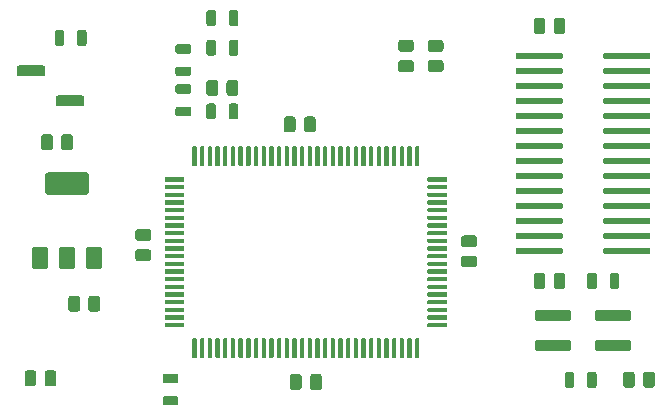
<source format=gtp>
G04 #@! TF.GenerationSoftware,KiCad,Pcbnew,(5.1.5-0-10_14)*
G04 #@! TF.CreationDate,2020-07-05T22:40:17-04:00*
G04 #@! TF.ProjectId,C64RAM,43363452-414d-42e6-9b69-6361645f7063,rev?*
G04 #@! TF.SameCoordinates,Original*
G04 #@! TF.FileFunction,Paste,Top*
G04 #@! TF.FilePolarity,Positive*
%FSLAX46Y46*%
G04 Gerber Fmt 4.6, Leading zero omitted, Abs format (unit mm)*
G04 Created by KiCad (PCBNEW (5.1.5-0-10_14)) date 2020-07-05 22:40:17*
%MOMM*%
%LPD*%
G04 APERTURE LIST*
%ADD10C,0.100000*%
G04 APERTURE END LIST*
D10*
G36*
X110942935Y-63201372D02*
G01*
X110970601Y-63205476D01*
X110997731Y-63212272D01*
X111024065Y-63221694D01*
X111049348Y-63233652D01*
X111073338Y-63248031D01*
X111095802Y-63264692D01*
X111116525Y-63283475D01*
X111135308Y-63304198D01*
X111151969Y-63326662D01*
X111166348Y-63350652D01*
X111178306Y-63375935D01*
X111187728Y-63402269D01*
X111194524Y-63429399D01*
X111198628Y-63457065D01*
X111200000Y-63485000D01*
X111200000Y-64815000D01*
X111198628Y-64842935D01*
X111194524Y-64870601D01*
X111187728Y-64897731D01*
X111178306Y-64924065D01*
X111166348Y-64949348D01*
X111151969Y-64973338D01*
X111135308Y-64995802D01*
X111116525Y-65016525D01*
X111095802Y-65035308D01*
X111073338Y-65051969D01*
X111049348Y-65066348D01*
X111024065Y-65078306D01*
X110997731Y-65087728D01*
X110970601Y-65094524D01*
X110942935Y-65098628D01*
X110915000Y-65100000D01*
X107785000Y-65100000D01*
X107757065Y-65098628D01*
X107729399Y-65094524D01*
X107702269Y-65087728D01*
X107675935Y-65078306D01*
X107650652Y-65066348D01*
X107626662Y-65051969D01*
X107604198Y-65035308D01*
X107583475Y-65016525D01*
X107564692Y-64995802D01*
X107548031Y-64973338D01*
X107533652Y-64949348D01*
X107521694Y-64924065D01*
X107512272Y-64897731D01*
X107505476Y-64870601D01*
X107501372Y-64842935D01*
X107500000Y-64815000D01*
X107500000Y-63485000D01*
X107501372Y-63457065D01*
X107505476Y-63429399D01*
X107512272Y-63402269D01*
X107521694Y-63375935D01*
X107533652Y-63350652D01*
X107548031Y-63326662D01*
X107564692Y-63304198D01*
X107583475Y-63283475D01*
X107604198Y-63264692D01*
X107626662Y-63248031D01*
X107650652Y-63233652D01*
X107675935Y-63221694D01*
X107702269Y-63212272D01*
X107729399Y-63205476D01*
X107757065Y-63201372D01*
X107785000Y-63200000D01*
X110915000Y-63200000D01*
X110942935Y-63201372D01*
G37*
G36*
X109797445Y-69501348D02*
G01*
X109824625Y-69505380D01*
X109851280Y-69512057D01*
X109877151Y-69521314D01*
X109901991Y-69533062D01*
X109925560Y-69547189D01*
X109947630Y-69563557D01*
X109967990Y-69582010D01*
X109986443Y-69602370D01*
X110002811Y-69624440D01*
X110016938Y-69648009D01*
X110028686Y-69672849D01*
X110037943Y-69698720D01*
X110044620Y-69725375D01*
X110048652Y-69752555D01*
X110050000Y-69780000D01*
X110050000Y-71120000D01*
X110048652Y-71147445D01*
X110044620Y-71174625D01*
X110037943Y-71201280D01*
X110028686Y-71227151D01*
X110016938Y-71251991D01*
X110002811Y-71275560D01*
X109986443Y-71297630D01*
X109967990Y-71317990D01*
X109947630Y-71336443D01*
X109925560Y-71352811D01*
X109901991Y-71366938D01*
X109877151Y-71378686D01*
X109851280Y-71387943D01*
X109824625Y-71394620D01*
X109797445Y-71398652D01*
X109770000Y-71400000D01*
X108930000Y-71400000D01*
X108902555Y-71398652D01*
X108875375Y-71394620D01*
X108848720Y-71387943D01*
X108822849Y-71378686D01*
X108798009Y-71366938D01*
X108774440Y-71352811D01*
X108752370Y-71336443D01*
X108732010Y-71317990D01*
X108713557Y-71297630D01*
X108697189Y-71275560D01*
X108683062Y-71251991D01*
X108671314Y-71227151D01*
X108662057Y-71201280D01*
X108655380Y-71174625D01*
X108651348Y-71147445D01*
X108650000Y-71120000D01*
X108650000Y-69780000D01*
X108651348Y-69752555D01*
X108655380Y-69725375D01*
X108662057Y-69698720D01*
X108671314Y-69672849D01*
X108683062Y-69648009D01*
X108697189Y-69624440D01*
X108713557Y-69602370D01*
X108732010Y-69582010D01*
X108752370Y-69563557D01*
X108774440Y-69547189D01*
X108798009Y-69533062D01*
X108822849Y-69521314D01*
X108848720Y-69512057D01*
X108875375Y-69505380D01*
X108902555Y-69501348D01*
X108930000Y-69500000D01*
X109770000Y-69500000D01*
X109797445Y-69501348D01*
G37*
G36*
X112097445Y-69501348D02*
G01*
X112124625Y-69505380D01*
X112151280Y-69512057D01*
X112177151Y-69521314D01*
X112201991Y-69533062D01*
X112225560Y-69547189D01*
X112247630Y-69563557D01*
X112267990Y-69582010D01*
X112286443Y-69602370D01*
X112302811Y-69624440D01*
X112316938Y-69648009D01*
X112328686Y-69672849D01*
X112337943Y-69698720D01*
X112344620Y-69725375D01*
X112348652Y-69752555D01*
X112350000Y-69780000D01*
X112350000Y-71120000D01*
X112348652Y-71147445D01*
X112344620Y-71174625D01*
X112337943Y-71201280D01*
X112328686Y-71227151D01*
X112316938Y-71251991D01*
X112302811Y-71275560D01*
X112286443Y-71297630D01*
X112267990Y-71317990D01*
X112247630Y-71336443D01*
X112225560Y-71352811D01*
X112201991Y-71366938D01*
X112177151Y-71378686D01*
X112151280Y-71387943D01*
X112124625Y-71394620D01*
X112097445Y-71398652D01*
X112070000Y-71400000D01*
X111230000Y-71400000D01*
X111202555Y-71398652D01*
X111175375Y-71394620D01*
X111148720Y-71387943D01*
X111122849Y-71378686D01*
X111098009Y-71366938D01*
X111074440Y-71352811D01*
X111052370Y-71336443D01*
X111032010Y-71317990D01*
X111013557Y-71297630D01*
X110997189Y-71275560D01*
X110983062Y-71251991D01*
X110971314Y-71227151D01*
X110962057Y-71201280D01*
X110955380Y-71174625D01*
X110951348Y-71147445D01*
X110950000Y-71120000D01*
X110950000Y-69780000D01*
X110951348Y-69752555D01*
X110955380Y-69725375D01*
X110962057Y-69698720D01*
X110971314Y-69672849D01*
X110983062Y-69648009D01*
X110997189Y-69624440D01*
X111013557Y-69602370D01*
X111032010Y-69582010D01*
X111052370Y-69563557D01*
X111074440Y-69547189D01*
X111098009Y-69533062D01*
X111122849Y-69521314D01*
X111148720Y-69512057D01*
X111175375Y-69505380D01*
X111202555Y-69501348D01*
X111230000Y-69500000D01*
X112070000Y-69500000D01*
X112097445Y-69501348D01*
G37*
G36*
X107497445Y-69501348D02*
G01*
X107524625Y-69505380D01*
X107551280Y-69512057D01*
X107577151Y-69521314D01*
X107601991Y-69533062D01*
X107625560Y-69547189D01*
X107647630Y-69563557D01*
X107667990Y-69582010D01*
X107686443Y-69602370D01*
X107702811Y-69624440D01*
X107716938Y-69648009D01*
X107728686Y-69672849D01*
X107737943Y-69698720D01*
X107744620Y-69725375D01*
X107748652Y-69752555D01*
X107750000Y-69780000D01*
X107750000Y-71120000D01*
X107748652Y-71147445D01*
X107744620Y-71174625D01*
X107737943Y-71201280D01*
X107728686Y-71227151D01*
X107716938Y-71251991D01*
X107702811Y-71275560D01*
X107686443Y-71297630D01*
X107667990Y-71317990D01*
X107647630Y-71336443D01*
X107625560Y-71352811D01*
X107601991Y-71366938D01*
X107577151Y-71378686D01*
X107551280Y-71387943D01*
X107524625Y-71394620D01*
X107497445Y-71398652D01*
X107470000Y-71400000D01*
X106630000Y-71400000D01*
X106602555Y-71398652D01*
X106575375Y-71394620D01*
X106548720Y-71387943D01*
X106522849Y-71378686D01*
X106498009Y-71366938D01*
X106474440Y-71352811D01*
X106452370Y-71336443D01*
X106432010Y-71317990D01*
X106413557Y-71297630D01*
X106397189Y-71275560D01*
X106383062Y-71251991D01*
X106371314Y-71227151D01*
X106362057Y-71201280D01*
X106355380Y-71174625D01*
X106351348Y-71147445D01*
X106350000Y-71120000D01*
X106350000Y-69780000D01*
X106351348Y-69752555D01*
X106355380Y-69725375D01*
X106362057Y-69698720D01*
X106371314Y-69672849D01*
X106383062Y-69648009D01*
X106397189Y-69624440D01*
X106413557Y-69602370D01*
X106432010Y-69582010D01*
X106452370Y-69563557D01*
X106474440Y-69547189D01*
X106498009Y-69533062D01*
X106522849Y-69521314D01*
X106548720Y-69512057D01*
X106575375Y-69505380D01*
X106602555Y-69501348D01*
X106630000Y-69500000D01*
X107470000Y-69500000D01*
X107497445Y-69501348D01*
G37*
G36*
X140999504Y-53701204D02*
G01*
X141023773Y-53704804D01*
X141047571Y-53710765D01*
X141070671Y-53719030D01*
X141092849Y-53729520D01*
X141113893Y-53742133D01*
X141133598Y-53756747D01*
X141151777Y-53773223D01*
X141168253Y-53791402D01*
X141182867Y-53811107D01*
X141195480Y-53832151D01*
X141205970Y-53854329D01*
X141214235Y-53877429D01*
X141220196Y-53901227D01*
X141223796Y-53925496D01*
X141225000Y-53950000D01*
X141225000Y-54450000D01*
X141223796Y-54474504D01*
X141220196Y-54498773D01*
X141214235Y-54522571D01*
X141205970Y-54545671D01*
X141195480Y-54567849D01*
X141182867Y-54588893D01*
X141168253Y-54608598D01*
X141151777Y-54626777D01*
X141133598Y-54643253D01*
X141113893Y-54657867D01*
X141092849Y-54670480D01*
X141070671Y-54680970D01*
X141047571Y-54689235D01*
X141023773Y-54695196D01*
X140999504Y-54698796D01*
X140975000Y-54700000D01*
X140125000Y-54700000D01*
X140100496Y-54698796D01*
X140076227Y-54695196D01*
X140052429Y-54689235D01*
X140029329Y-54680970D01*
X140007151Y-54670480D01*
X139986107Y-54657867D01*
X139966402Y-54643253D01*
X139948223Y-54626777D01*
X139931747Y-54608598D01*
X139917133Y-54588893D01*
X139904520Y-54567849D01*
X139894030Y-54545671D01*
X139885765Y-54522571D01*
X139879804Y-54498773D01*
X139876204Y-54474504D01*
X139875000Y-54450000D01*
X139875000Y-53950000D01*
X139876204Y-53925496D01*
X139879804Y-53901227D01*
X139885765Y-53877429D01*
X139894030Y-53854329D01*
X139904520Y-53832151D01*
X139917133Y-53811107D01*
X139931747Y-53791402D01*
X139948223Y-53773223D01*
X139966402Y-53756747D01*
X139986107Y-53742133D01*
X140007151Y-53729520D01*
X140029329Y-53719030D01*
X140052429Y-53710765D01*
X140076227Y-53704804D01*
X140100496Y-53701204D01*
X140125000Y-53700000D01*
X140975000Y-53700000D01*
X140999504Y-53701204D01*
G37*
G36*
X140999504Y-52001204D02*
G01*
X141023773Y-52004804D01*
X141047571Y-52010765D01*
X141070671Y-52019030D01*
X141092849Y-52029520D01*
X141113893Y-52042133D01*
X141133598Y-52056747D01*
X141151777Y-52073223D01*
X141168253Y-52091402D01*
X141182867Y-52111107D01*
X141195480Y-52132151D01*
X141205970Y-52154329D01*
X141214235Y-52177429D01*
X141220196Y-52201227D01*
X141223796Y-52225496D01*
X141225000Y-52250000D01*
X141225000Y-52750000D01*
X141223796Y-52774504D01*
X141220196Y-52798773D01*
X141214235Y-52822571D01*
X141205970Y-52845671D01*
X141195480Y-52867849D01*
X141182867Y-52888893D01*
X141168253Y-52908598D01*
X141151777Y-52926777D01*
X141133598Y-52943253D01*
X141113893Y-52957867D01*
X141092849Y-52970480D01*
X141070671Y-52980970D01*
X141047571Y-52989235D01*
X141023773Y-52995196D01*
X140999504Y-52998796D01*
X140975000Y-53000000D01*
X140125000Y-53000000D01*
X140100496Y-52998796D01*
X140076227Y-52995196D01*
X140052429Y-52989235D01*
X140029329Y-52980970D01*
X140007151Y-52970480D01*
X139986107Y-52957867D01*
X139966402Y-52943253D01*
X139948223Y-52926777D01*
X139931747Y-52908598D01*
X139917133Y-52888893D01*
X139904520Y-52867849D01*
X139894030Y-52845671D01*
X139885765Y-52822571D01*
X139879804Y-52798773D01*
X139876204Y-52774504D01*
X139875000Y-52750000D01*
X139875000Y-52250000D01*
X139876204Y-52225496D01*
X139879804Y-52201227D01*
X139885765Y-52177429D01*
X139894030Y-52154329D01*
X139904520Y-52132151D01*
X139917133Y-52111107D01*
X139931747Y-52091402D01*
X139948223Y-52073223D01*
X139966402Y-52056747D01*
X139986107Y-52042133D01*
X140007151Y-52029520D01*
X140029329Y-52019030D01*
X140052429Y-52010765D01*
X140076227Y-52004804D01*
X140100496Y-52001204D01*
X140125000Y-52000000D01*
X140975000Y-52000000D01*
X140999504Y-52001204D01*
G37*
G36*
X138499504Y-53701204D02*
G01*
X138523773Y-53704804D01*
X138547571Y-53710765D01*
X138570671Y-53719030D01*
X138592849Y-53729520D01*
X138613893Y-53742133D01*
X138633598Y-53756747D01*
X138651777Y-53773223D01*
X138668253Y-53791402D01*
X138682867Y-53811107D01*
X138695480Y-53832151D01*
X138705970Y-53854329D01*
X138714235Y-53877429D01*
X138720196Y-53901227D01*
X138723796Y-53925496D01*
X138725000Y-53950000D01*
X138725000Y-54450000D01*
X138723796Y-54474504D01*
X138720196Y-54498773D01*
X138714235Y-54522571D01*
X138705970Y-54545671D01*
X138695480Y-54567849D01*
X138682867Y-54588893D01*
X138668253Y-54608598D01*
X138651777Y-54626777D01*
X138633598Y-54643253D01*
X138613893Y-54657867D01*
X138592849Y-54670480D01*
X138570671Y-54680970D01*
X138547571Y-54689235D01*
X138523773Y-54695196D01*
X138499504Y-54698796D01*
X138475000Y-54700000D01*
X137625000Y-54700000D01*
X137600496Y-54698796D01*
X137576227Y-54695196D01*
X137552429Y-54689235D01*
X137529329Y-54680970D01*
X137507151Y-54670480D01*
X137486107Y-54657867D01*
X137466402Y-54643253D01*
X137448223Y-54626777D01*
X137431747Y-54608598D01*
X137417133Y-54588893D01*
X137404520Y-54567849D01*
X137394030Y-54545671D01*
X137385765Y-54522571D01*
X137379804Y-54498773D01*
X137376204Y-54474504D01*
X137375000Y-54450000D01*
X137375000Y-53950000D01*
X137376204Y-53925496D01*
X137379804Y-53901227D01*
X137385765Y-53877429D01*
X137394030Y-53854329D01*
X137404520Y-53832151D01*
X137417133Y-53811107D01*
X137431747Y-53791402D01*
X137448223Y-53773223D01*
X137466402Y-53756747D01*
X137486107Y-53742133D01*
X137507151Y-53729520D01*
X137529329Y-53719030D01*
X137552429Y-53710765D01*
X137576227Y-53704804D01*
X137600496Y-53701204D01*
X137625000Y-53700000D01*
X138475000Y-53700000D01*
X138499504Y-53701204D01*
G37*
G36*
X138499504Y-52001204D02*
G01*
X138523773Y-52004804D01*
X138547571Y-52010765D01*
X138570671Y-52019030D01*
X138592849Y-52029520D01*
X138613893Y-52042133D01*
X138633598Y-52056747D01*
X138651777Y-52073223D01*
X138668253Y-52091402D01*
X138682867Y-52111107D01*
X138695480Y-52132151D01*
X138705970Y-52154329D01*
X138714235Y-52177429D01*
X138720196Y-52201227D01*
X138723796Y-52225496D01*
X138725000Y-52250000D01*
X138725000Y-52750000D01*
X138723796Y-52774504D01*
X138720196Y-52798773D01*
X138714235Y-52822571D01*
X138705970Y-52845671D01*
X138695480Y-52867849D01*
X138682867Y-52888893D01*
X138668253Y-52908598D01*
X138651777Y-52926777D01*
X138633598Y-52943253D01*
X138613893Y-52957867D01*
X138592849Y-52970480D01*
X138570671Y-52980970D01*
X138547571Y-52989235D01*
X138523773Y-52995196D01*
X138499504Y-52998796D01*
X138475000Y-53000000D01*
X137625000Y-53000000D01*
X137600496Y-52998796D01*
X137576227Y-52995196D01*
X137552429Y-52989235D01*
X137529329Y-52980970D01*
X137507151Y-52970480D01*
X137486107Y-52957867D01*
X137466402Y-52943253D01*
X137448223Y-52926777D01*
X137431747Y-52908598D01*
X137417133Y-52888893D01*
X137404520Y-52867849D01*
X137394030Y-52845671D01*
X137385765Y-52822571D01*
X137379804Y-52798773D01*
X137376204Y-52774504D01*
X137375000Y-52750000D01*
X137375000Y-52250000D01*
X137376204Y-52225496D01*
X137379804Y-52201227D01*
X137385765Y-52177429D01*
X137394030Y-52154329D01*
X137404520Y-52132151D01*
X137417133Y-52111107D01*
X137431747Y-52091402D01*
X137448223Y-52073223D01*
X137466402Y-52056747D01*
X137486107Y-52042133D01*
X137507151Y-52029520D01*
X137529329Y-52019030D01*
X137552429Y-52010765D01*
X137576227Y-52004804D01*
X137600496Y-52001204D01*
X137625000Y-52000000D01*
X138475000Y-52000000D01*
X138499504Y-52001204D01*
G37*
G36*
X110224504Y-73657204D02*
G01*
X110248773Y-73660804D01*
X110272571Y-73666765D01*
X110295671Y-73675030D01*
X110317849Y-73685520D01*
X110338893Y-73698133D01*
X110358598Y-73712747D01*
X110376777Y-73729223D01*
X110393253Y-73747402D01*
X110407867Y-73767107D01*
X110420480Y-73788151D01*
X110430970Y-73810329D01*
X110439235Y-73833429D01*
X110445196Y-73857227D01*
X110448796Y-73881496D01*
X110450000Y-73906000D01*
X110450000Y-74756000D01*
X110448796Y-74780504D01*
X110445196Y-74804773D01*
X110439235Y-74828571D01*
X110430970Y-74851671D01*
X110420480Y-74873849D01*
X110407867Y-74894893D01*
X110393253Y-74914598D01*
X110376777Y-74932777D01*
X110358598Y-74949253D01*
X110338893Y-74963867D01*
X110317849Y-74976480D01*
X110295671Y-74986970D01*
X110272571Y-74995235D01*
X110248773Y-75001196D01*
X110224504Y-75004796D01*
X110200000Y-75006000D01*
X109700000Y-75006000D01*
X109675496Y-75004796D01*
X109651227Y-75001196D01*
X109627429Y-74995235D01*
X109604329Y-74986970D01*
X109582151Y-74976480D01*
X109561107Y-74963867D01*
X109541402Y-74949253D01*
X109523223Y-74932777D01*
X109506747Y-74914598D01*
X109492133Y-74894893D01*
X109479520Y-74873849D01*
X109469030Y-74851671D01*
X109460765Y-74828571D01*
X109454804Y-74804773D01*
X109451204Y-74780504D01*
X109450000Y-74756000D01*
X109450000Y-73906000D01*
X109451204Y-73881496D01*
X109454804Y-73857227D01*
X109460765Y-73833429D01*
X109469030Y-73810329D01*
X109479520Y-73788151D01*
X109492133Y-73767107D01*
X109506747Y-73747402D01*
X109523223Y-73729223D01*
X109541402Y-73712747D01*
X109561107Y-73698133D01*
X109582151Y-73685520D01*
X109604329Y-73675030D01*
X109627429Y-73666765D01*
X109651227Y-73660804D01*
X109675496Y-73657204D01*
X109700000Y-73656000D01*
X110200000Y-73656000D01*
X110224504Y-73657204D01*
G37*
G36*
X111924504Y-73657204D02*
G01*
X111948773Y-73660804D01*
X111972571Y-73666765D01*
X111995671Y-73675030D01*
X112017849Y-73685520D01*
X112038893Y-73698133D01*
X112058598Y-73712747D01*
X112076777Y-73729223D01*
X112093253Y-73747402D01*
X112107867Y-73767107D01*
X112120480Y-73788151D01*
X112130970Y-73810329D01*
X112139235Y-73833429D01*
X112145196Y-73857227D01*
X112148796Y-73881496D01*
X112150000Y-73906000D01*
X112150000Y-74756000D01*
X112148796Y-74780504D01*
X112145196Y-74804773D01*
X112139235Y-74828571D01*
X112130970Y-74851671D01*
X112120480Y-74873849D01*
X112107867Y-74894893D01*
X112093253Y-74914598D01*
X112076777Y-74932777D01*
X112058598Y-74949253D01*
X112038893Y-74963867D01*
X112017849Y-74976480D01*
X111995671Y-74986970D01*
X111972571Y-74995235D01*
X111948773Y-75001196D01*
X111924504Y-75004796D01*
X111900000Y-75006000D01*
X111400000Y-75006000D01*
X111375496Y-75004796D01*
X111351227Y-75001196D01*
X111327429Y-74995235D01*
X111304329Y-74986970D01*
X111282151Y-74976480D01*
X111261107Y-74963867D01*
X111241402Y-74949253D01*
X111223223Y-74932777D01*
X111206747Y-74914598D01*
X111192133Y-74894893D01*
X111179520Y-74873849D01*
X111169030Y-74851671D01*
X111160765Y-74828571D01*
X111154804Y-74804773D01*
X111151204Y-74780504D01*
X111150000Y-74756000D01*
X111150000Y-73906000D01*
X111151204Y-73881496D01*
X111154804Y-73857227D01*
X111160765Y-73833429D01*
X111169030Y-73810329D01*
X111179520Y-73788151D01*
X111192133Y-73767107D01*
X111206747Y-73747402D01*
X111223223Y-73729223D01*
X111241402Y-73712747D01*
X111261107Y-73698133D01*
X111282151Y-73685520D01*
X111304329Y-73675030D01*
X111327429Y-73666765D01*
X111351227Y-73660804D01*
X111375496Y-73657204D01*
X111400000Y-73656000D01*
X111900000Y-73656000D01*
X111924504Y-73657204D01*
G37*
G36*
X106524504Y-79971204D02*
G01*
X106548773Y-79974804D01*
X106572571Y-79980765D01*
X106595671Y-79989030D01*
X106617849Y-79999520D01*
X106638893Y-80012133D01*
X106658598Y-80026747D01*
X106676777Y-80043223D01*
X106693253Y-80061402D01*
X106707867Y-80081107D01*
X106720480Y-80102151D01*
X106730970Y-80124329D01*
X106739235Y-80147429D01*
X106745196Y-80171227D01*
X106748796Y-80195496D01*
X106750000Y-80220000D01*
X106750000Y-81070000D01*
X106748796Y-81094504D01*
X106745196Y-81118773D01*
X106739235Y-81142571D01*
X106730970Y-81165671D01*
X106720480Y-81187849D01*
X106707867Y-81208893D01*
X106693253Y-81228598D01*
X106676777Y-81246777D01*
X106658598Y-81263253D01*
X106638893Y-81277867D01*
X106617849Y-81290480D01*
X106595671Y-81300970D01*
X106572571Y-81309235D01*
X106548773Y-81315196D01*
X106524504Y-81318796D01*
X106500000Y-81320000D01*
X106000000Y-81320000D01*
X105975496Y-81318796D01*
X105951227Y-81315196D01*
X105927429Y-81309235D01*
X105904329Y-81300970D01*
X105882151Y-81290480D01*
X105861107Y-81277867D01*
X105841402Y-81263253D01*
X105823223Y-81246777D01*
X105806747Y-81228598D01*
X105792133Y-81208893D01*
X105779520Y-81187849D01*
X105769030Y-81165671D01*
X105760765Y-81142571D01*
X105754804Y-81118773D01*
X105751204Y-81094504D01*
X105750000Y-81070000D01*
X105750000Y-80220000D01*
X105751204Y-80195496D01*
X105754804Y-80171227D01*
X105760765Y-80147429D01*
X105769030Y-80124329D01*
X105779520Y-80102151D01*
X105792133Y-80081107D01*
X105806747Y-80061402D01*
X105823223Y-80043223D01*
X105841402Y-80026747D01*
X105861107Y-80012133D01*
X105882151Y-79999520D01*
X105904329Y-79989030D01*
X105927429Y-79980765D01*
X105951227Y-79974804D01*
X105975496Y-79971204D01*
X106000000Y-79970000D01*
X106500000Y-79970000D01*
X106524504Y-79971204D01*
G37*
G36*
X108224504Y-79971204D02*
G01*
X108248773Y-79974804D01*
X108272571Y-79980765D01*
X108295671Y-79989030D01*
X108317849Y-79999520D01*
X108338893Y-80012133D01*
X108358598Y-80026747D01*
X108376777Y-80043223D01*
X108393253Y-80061402D01*
X108407867Y-80081107D01*
X108420480Y-80102151D01*
X108430970Y-80124329D01*
X108439235Y-80147429D01*
X108445196Y-80171227D01*
X108448796Y-80195496D01*
X108450000Y-80220000D01*
X108450000Y-81070000D01*
X108448796Y-81094504D01*
X108445196Y-81118773D01*
X108439235Y-81142571D01*
X108430970Y-81165671D01*
X108420480Y-81187849D01*
X108407867Y-81208893D01*
X108393253Y-81228598D01*
X108376777Y-81246777D01*
X108358598Y-81263253D01*
X108338893Y-81277867D01*
X108317849Y-81290480D01*
X108295671Y-81300970D01*
X108272571Y-81309235D01*
X108248773Y-81315196D01*
X108224504Y-81318796D01*
X108200000Y-81320000D01*
X107700000Y-81320000D01*
X107675496Y-81318796D01*
X107651227Y-81315196D01*
X107627429Y-81309235D01*
X107604329Y-81300970D01*
X107582151Y-81290480D01*
X107561107Y-81277867D01*
X107541402Y-81263253D01*
X107523223Y-81246777D01*
X107506747Y-81228598D01*
X107492133Y-81208893D01*
X107479520Y-81187849D01*
X107469030Y-81165671D01*
X107460765Y-81142571D01*
X107454804Y-81118773D01*
X107451204Y-81094504D01*
X107450000Y-81070000D01*
X107450000Y-80220000D01*
X107451204Y-80195496D01*
X107454804Y-80171227D01*
X107460765Y-80147429D01*
X107469030Y-80124329D01*
X107479520Y-80102151D01*
X107492133Y-80081107D01*
X107506747Y-80061402D01*
X107523223Y-80043223D01*
X107541402Y-80026747D01*
X107561107Y-80012133D01*
X107582151Y-79999520D01*
X107604329Y-79989030D01*
X107627429Y-79980765D01*
X107651227Y-79974804D01*
X107675496Y-79971204D01*
X107700000Y-79970000D01*
X108200000Y-79970000D01*
X108224504Y-79971204D01*
G37*
G36*
X158897504Y-80098204D02*
G01*
X158921773Y-80101804D01*
X158945571Y-80107765D01*
X158968671Y-80116030D01*
X158990849Y-80126520D01*
X159011893Y-80139133D01*
X159031598Y-80153747D01*
X159049777Y-80170223D01*
X159066253Y-80188402D01*
X159080867Y-80208107D01*
X159093480Y-80229151D01*
X159103970Y-80251329D01*
X159112235Y-80274429D01*
X159118196Y-80298227D01*
X159121796Y-80322496D01*
X159123000Y-80347000D01*
X159123000Y-81197000D01*
X159121796Y-81221504D01*
X159118196Y-81245773D01*
X159112235Y-81269571D01*
X159103970Y-81292671D01*
X159093480Y-81314849D01*
X159080867Y-81335893D01*
X159066253Y-81355598D01*
X159049777Y-81373777D01*
X159031598Y-81390253D01*
X159011893Y-81404867D01*
X158990849Y-81417480D01*
X158968671Y-81427970D01*
X158945571Y-81436235D01*
X158921773Y-81442196D01*
X158897504Y-81445796D01*
X158873000Y-81447000D01*
X158373000Y-81447000D01*
X158348496Y-81445796D01*
X158324227Y-81442196D01*
X158300429Y-81436235D01*
X158277329Y-81427970D01*
X158255151Y-81417480D01*
X158234107Y-81404867D01*
X158214402Y-81390253D01*
X158196223Y-81373777D01*
X158179747Y-81355598D01*
X158165133Y-81335893D01*
X158152520Y-81314849D01*
X158142030Y-81292671D01*
X158133765Y-81269571D01*
X158127804Y-81245773D01*
X158124204Y-81221504D01*
X158123000Y-81197000D01*
X158123000Y-80347000D01*
X158124204Y-80322496D01*
X158127804Y-80298227D01*
X158133765Y-80274429D01*
X158142030Y-80251329D01*
X158152520Y-80229151D01*
X158165133Y-80208107D01*
X158179747Y-80188402D01*
X158196223Y-80170223D01*
X158214402Y-80153747D01*
X158234107Y-80139133D01*
X158255151Y-80126520D01*
X158277329Y-80116030D01*
X158300429Y-80107765D01*
X158324227Y-80101804D01*
X158348496Y-80098204D01*
X158373000Y-80097000D01*
X158873000Y-80097000D01*
X158897504Y-80098204D01*
G37*
G36*
X157197504Y-80098204D02*
G01*
X157221773Y-80101804D01*
X157245571Y-80107765D01*
X157268671Y-80116030D01*
X157290849Y-80126520D01*
X157311893Y-80139133D01*
X157331598Y-80153747D01*
X157349777Y-80170223D01*
X157366253Y-80188402D01*
X157380867Y-80208107D01*
X157393480Y-80229151D01*
X157403970Y-80251329D01*
X157412235Y-80274429D01*
X157418196Y-80298227D01*
X157421796Y-80322496D01*
X157423000Y-80347000D01*
X157423000Y-81197000D01*
X157421796Y-81221504D01*
X157418196Y-81245773D01*
X157412235Y-81269571D01*
X157403970Y-81292671D01*
X157393480Y-81314849D01*
X157380867Y-81335893D01*
X157366253Y-81355598D01*
X157349777Y-81373777D01*
X157331598Y-81390253D01*
X157311893Y-81404867D01*
X157290849Y-81417480D01*
X157268671Y-81427970D01*
X157245571Y-81436235D01*
X157221773Y-81442196D01*
X157197504Y-81445796D01*
X157173000Y-81447000D01*
X156673000Y-81447000D01*
X156648496Y-81445796D01*
X156624227Y-81442196D01*
X156600429Y-81436235D01*
X156577329Y-81427970D01*
X156555151Y-81417480D01*
X156534107Y-81404867D01*
X156514402Y-81390253D01*
X156496223Y-81373777D01*
X156479747Y-81355598D01*
X156465133Y-81335893D01*
X156452520Y-81314849D01*
X156442030Y-81292671D01*
X156433765Y-81269571D01*
X156427804Y-81245773D01*
X156424204Y-81221504D01*
X156423000Y-81197000D01*
X156423000Y-80347000D01*
X156424204Y-80322496D01*
X156427804Y-80298227D01*
X156433765Y-80274429D01*
X156442030Y-80251329D01*
X156452520Y-80229151D01*
X156465133Y-80208107D01*
X156479747Y-80188402D01*
X156496223Y-80170223D01*
X156514402Y-80153747D01*
X156534107Y-80139133D01*
X156555151Y-80126520D01*
X156577329Y-80116030D01*
X156600429Y-80107765D01*
X156624227Y-80101804D01*
X156648496Y-80098204D01*
X156673000Y-80097000D01*
X157173000Y-80097000D01*
X157197504Y-80098204D01*
G37*
G36*
X151326504Y-71716204D02*
G01*
X151350773Y-71719804D01*
X151374571Y-71725765D01*
X151397671Y-71734030D01*
X151419849Y-71744520D01*
X151440893Y-71757133D01*
X151460598Y-71771747D01*
X151478777Y-71788223D01*
X151495253Y-71806402D01*
X151509867Y-71826107D01*
X151522480Y-71847151D01*
X151532970Y-71869329D01*
X151541235Y-71892429D01*
X151547196Y-71916227D01*
X151550796Y-71940496D01*
X151552000Y-71965000D01*
X151552000Y-72815000D01*
X151550796Y-72839504D01*
X151547196Y-72863773D01*
X151541235Y-72887571D01*
X151532970Y-72910671D01*
X151522480Y-72932849D01*
X151509867Y-72953893D01*
X151495253Y-72973598D01*
X151478777Y-72991777D01*
X151460598Y-73008253D01*
X151440893Y-73022867D01*
X151419849Y-73035480D01*
X151397671Y-73045970D01*
X151374571Y-73054235D01*
X151350773Y-73060196D01*
X151326504Y-73063796D01*
X151302000Y-73065000D01*
X150802000Y-73065000D01*
X150777496Y-73063796D01*
X150753227Y-73060196D01*
X150729429Y-73054235D01*
X150706329Y-73045970D01*
X150684151Y-73035480D01*
X150663107Y-73022867D01*
X150643402Y-73008253D01*
X150625223Y-72991777D01*
X150608747Y-72973598D01*
X150594133Y-72953893D01*
X150581520Y-72932849D01*
X150571030Y-72910671D01*
X150562765Y-72887571D01*
X150556804Y-72863773D01*
X150553204Y-72839504D01*
X150552000Y-72815000D01*
X150552000Y-71965000D01*
X150553204Y-71940496D01*
X150556804Y-71916227D01*
X150562765Y-71892429D01*
X150571030Y-71869329D01*
X150581520Y-71847151D01*
X150594133Y-71826107D01*
X150608747Y-71806402D01*
X150625223Y-71788223D01*
X150643402Y-71771747D01*
X150663107Y-71757133D01*
X150684151Y-71744520D01*
X150706329Y-71734030D01*
X150729429Y-71725765D01*
X150753227Y-71719804D01*
X150777496Y-71716204D01*
X150802000Y-71715000D01*
X151302000Y-71715000D01*
X151326504Y-71716204D01*
G37*
G36*
X149626504Y-71716204D02*
G01*
X149650773Y-71719804D01*
X149674571Y-71725765D01*
X149697671Y-71734030D01*
X149719849Y-71744520D01*
X149740893Y-71757133D01*
X149760598Y-71771747D01*
X149778777Y-71788223D01*
X149795253Y-71806402D01*
X149809867Y-71826107D01*
X149822480Y-71847151D01*
X149832970Y-71869329D01*
X149841235Y-71892429D01*
X149847196Y-71916227D01*
X149850796Y-71940496D01*
X149852000Y-71965000D01*
X149852000Y-72815000D01*
X149850796Y-72839504D01*
X149847196Y-72863773D01*
X149841235Y-72887571D01*
X149832970Y-72910671D01*
X149822480Y-72932849D01*
X149809867Y-72953893D01*
X149795253Y-72973598D01*
X149778777Y-72991777D01*
X149760598Y-73008253D01*
X149740893Y-73022867D01*
X149719849Y-73035480D01*
X149697671Y-73045970D01*
X149674571Y-73054235D01*
X149650773Y-73060196D01*
X149626504Y-73063796D01*
X149602000Y-73065000D01*
X149102000Y-73065000D01*
X149077496Y-73063796D01*
X149053227Y-73060196D01*
X149029429Y-73054235D01*
X149006329Y-73045970D01*
X148984151Y-73035480D01*
X148963107Y-73022867D01*
X148943402Y-73008253D01*
X148925223Y-72991777D01*
X148908747Y-72973598D01*
X148894133Y-72953893D01*
X148881520Y-72932849D01*
X148871030Y-72910671D01*
X148862765Y-72887571D01*
X148856804Y-72863773D01*
X148853204Y-72839504D01*
X148852000Y-72815000D01*
X148852000Y-71965000D01*
X148853204Y-71940496D01*
X148856804Y-71916227D01*
X148862765Y-71892429D01*
X148871030Y-71869329D01*
X148881520Y-71847151D01*
X148894133Y-71826107D01*
X148908747Y-71806402D01*
X148925223Y-71788223D01*
X148943402Y-71771747D01*
X148963107Y-71757133D01*
X148984151Y-71744520D01*
X149006329Y-71734030D01*
X149029429Y-71725765D01*
X149053227Y-71719804D01*
X149077496Y-71716204D01*
X149102000Y-71715000D01*
X149602000Y-71715000D01*
X149626504Y-71716204D01*
G37*
G36*
X151326504Y-50126204D02*
G01*
X151350773Y-50129804D01*
X151374571Y-50135765D01*
X151397671Y-50144030D01*
X151419849Y-50154520D01*
X151440893Y-50167133D01*
X151460598Y-50181747D01*
X151478777Y-50198223D01*
X151495253Y-50216402D01*
X151509867Y-50236107D01*
X151522480Y-50257151D01*
X151532970Y-50279329D01*
X151541235Y-50302429D01*
X151547196Y-50326227D01*
X151550796Y-50350496D01*
X151552000Y-50375000D01*
X151552000Y-51225000D01*
X151550796Y-51249504D01*
X151547196Y-51273773D01*
X151541235Y-51297571D01*
X151532970Y-51320671D01*
X151522480Y-51342849D01*
X151509867Y-51363893D01*
X151495253Y-51383598D01*
X151478777Y-51401777D01*
X151460598Y-51418253D01*
X151440893Y-51432867D01*
X151419849Y-51445480D01*
X151397671Y-51455970D01*
X151374571Y-51464235D01*
X151350773Y-51470196D01*
X151326504Y-51473796D01*
X151302000Y-51475000D01*
X150802000Y-51475000D01*
X150777496Y-51473796D01*
X150753227Y-51470196D01*
X150729429Y-51464235D01*
X150706329Y-51455970D01*
X150684151Y-51445480D01*
X150663107Y-51432867D01*
X150643402Y-51418253D01*
X150625223Y-51401777D01*
X150608747Y-51383598D01*
X150594133Y-51363893D01*
X150581520Y-51342849D01*
X150571030Y-51320671D01*
X150562765Y-51297571D01*
X150556804Y-51273773D01*
X150553204Y-51249504D01*
X150552000Y-51225000D01*
X150552000Y-50375000D01*
X150553204Y-50350496D01*
X150556804Y-50326227D01*
X150562765Y-50302429D01*
X150571030Y-50279329D01*
X150581520Y-50257151D01*
X150594133Y-50236107D01*
X150608747Y-50216402D01*
X150625223Y-50198223D01*
X150643402Y-50181747D01*
X150663107Y-50167133D01*
X150684151Y-50154520D01*
X150706329Y-50144030D01*
X150729429Y-50135765D01*
X150753227Y-50129804D01*
X150777496Y-50126204D01*
X150802000Y-50125000D01*
X151302000Y-50125000D01*
X151326504Y-50126204D01*
G37*
G36*
X149626504Y-50126204D02*
G01*
X149650773Y-50129804D01*
X149674571Y-50135765D01*
X149697671Y-50144030D01*
X149719849Y-50154520D01*
X149740893Y-50167133D01*
X149760598Y-50181747D01*
X149778777Y-50198223D01*
X149795253Y-50216402D01*
X149809867Y-50236107D01*
X149822480Y-50257151D01*
X149832970Y-50279329D01*
X149841235Y-50302429D01*
X149847196Y-50326227D01*
X149850796Y-50350496D01*
X149852000Y-50375000D01*
X149852000Y-51225000D01*
X149850796Y-51249504D01*
X149847196Y-51273773D01*
X149841235Y-51297571D01*
X149832970Y-51320671D01*
X149822480Y-51342849D01*
X149809867Y-51363893D01*
X149795253Y-51383598D01*
X149778777Y-51401777D01*
X149760598Y-51418253D01*
X149740893Y-51432867D01*
X149719849Y-51445480D01*
X149697671Y-51455970D01*
X149674571Y-51464235D01*
X149650773Y-51470196D01*
X149626504Y-51473796D01*
X149602000Y-51475000D01*
X149102000Y-51475000D01*
X149077496Y-51473796D01*
X149053227Y-51470196D01*
X149029429Y-51464235D01*
X149006329Y-51455970D01*
X148984151Y-51445480D01*
X148963107Y-51432867D01*
X148943402Y-51418253D01*
X148925223Y-51401777D01*
X148908747Y-51383598D01*
X148894133Y-51363893D01*
X148881520Y-51342849D01*
X148871030Y-51320671D01*
X148862765Y-51297571D01*
X148856804Y-51273773D01*
X148853204Y-51249504D01*
X148852000Y-51225000D01*
X148852000Y-50375000D01*
X148853204Y-50350496D01*
X148856804Y-50326227D01*
X148862765Y-50302429D01*
X148871030Y-50279329D01*
X148881520Y-50257151D01*
X148894133Y-50236107D01*
X148908747Y-50216402D01*
X148925223Y-50198223D01*
X148943402Y-50181747D01*
X148963107Y-50167133D01*
X148984151Y-50154520D01*
X149006329Y-50144030D01*
X149029429Y-50135765D01*
X149053227Y-50129804D01*
X149077496Y-50126204D01*
X149102000Y-50125000D01*
X149602000Y-50125000D01*
X149626504Y-50126204D01*
G37*
G36*
X143849504Y-70251204D02*
G01*
X143873773Y-70254804D01*
X143897571Y-70260765D01*
X143920671Y-70269030D01*
X143942849Y-70279520D01*
X143963893Y-70292133D01*
X143983598Y-70306747D01*
X144001777Y-70323223D01*
X144018253Y-70341402D01*
X144032867Y-70361107D01*
X144045480Y-70382151D01*
X144055970Y-70404329D01*
X144064235Y-70427429D01*
X144070196Y-70451227D01*
X144073796Y-70475496D01*
X144075000Y-70500000D01*
X144075000Y-71000000D01*
X144073796Y-71024504D01*
X144070196Y-71048773D01*
X144064235Y-71072571D01*
X144055970Y-71095671D01*
X144045480Y-71117849D01*
X144032867Y-71138893D01*
X144018253Y-71158598D01*
X144001777Y-71176777D01*
X143983598Y-71193253D01*
X143963893Y-71207867D01*
X143942849Y-71220480D01*
X143920671Y-71230970D01*
X143897571Y-71239235D01*
X143873773Y-71245196D01*
X143849504Y-71248796D01*
X143825000Y-71250000D01*
X142975000Y-71250000D01*
X142950496Y-71248796D01*
X142926227Y-71245196D01*
X142902429Y-71239235D01*
X142879329Y-71230970D01*
X142857151Y-71220480D01*
X142836107Y-71207867D01*
X142816402Y-71193253D01*
X142798223Y-71176777D01*
X142781747Y-71158598D01*
X142767133Y-71138893D01*
X142754520Y-71117849D01*
X142744030Y-71095671D01*
X142735765Y-71072571D01*
X142729804Y-71048773D01*
X142726204Y-71024504D01*
X142725000Y-71000000D01*
X142725000Y-70500000D01*
X142726204Y-70475496D01*
X142729804Y-70451227D01*
X142735765Y-70427429D01*
X142744030Y-70404329D01*
X142754520Y-70382151D01*
X142767133Y-70361107D01*
X142781747Y-70341402D01*
X142798223Y-70323223D01*
X142816402Y-70306747D01*
X142836107Y-70292133D01*
X142857151Y-70279520D01*
X142879329Y-70269030D01*
X142902429Y-70260765D01*
X142926227Y-70254804D01*
X142950496Y-70251204D01*
X142975000Y-70250000D01*
X143825000Y-70250000D01*
X143849504Y-70251204D01*
G37*
G36*
X143849504Y-68551204D02*
G01*
X143873773Y-68554804D01*
X143897571Y-68560765D01*
X143920671Y-68569030D01*
X143942849Y-68579520D01*
X143963893Y-68592133D01*
X143983598Y-68606747D01*
X144001777Y-68623223D01*
X144018253Y-68641402D01*
X144032867Y-68661107D01*
X144045480Y-68682151D01*
X144055970Y-68704329D01*
X144064235Y-68727429D01*
X144070196Y-68751227D01*
X144073796Y-68775496D01*
X144075000Y-68800000D01*
X144075000Y-69300000D01*
X144073796Y-69324504D01*
X144070196Y-69348773D01*
X144064235Y-69372571D01*
X144055970Y-69395671D01*
X144045480Y-69417849D01*
X144032867Y-69438893D01*
X144018253Y-69458598D01*
X144001777Y-69476777D01*
X143983598Y-69493253D01*
X143963893Y-69507867D01*
X143942849Y-69520480D01*
X143920671Y-69530970D01*
X143897571Y-69539235D01*
X143873773Y-69545196D01*
X143849504Y-69548796D01*
X143825000Y-69550000D01*
X142975000Y-69550000D01*
X142950496Y-69548796D01*
X142926227Y-69545196D01*
X142902429Y-69539235D01*
X142879329Y-69530970D01*
X142857151Y-69520480D01*
X142836107Y-69507867D01*
X142816402Y-69493253D01*
X142798223Y-69476777D01*
X142781747Y-69458598D01*
X142767133Y-69438893D01*
X142754520Y-69417849D01*
X142744030Y-69395671D01*
X142735765Y-69372571D01*
X142729804Y-69348773D01*
X142726204Y-69324504D01*
X142725000Y-69300000D01*
X142725000Y-68800000D01*
X142726204Y-68775496D01*
X142729804Y-68751227D01*
X142735765Y-68727429D01*
X142744030Y-68704329D01*
X142754520Y-68682151D01*
X142767133Y-68661107D01*
X142781747Y-68641402D01*
X142798223Y-68623223D01*
X142816402Y-68606747D01*
X142836107Y-68592133D01*
X142857151Y-68579520D01*
X142879329Y-68569030D01*
X142902429Y-68560765D01*
X142926227Y-68554804D01*
X142950496Y-68551204D01*
X142975000Y-68550000D01*
X143825000Y-68550000D01*
X143849504Y-68551204D01*
G37*
G36*
X130699504Y-80276204D02*
G01*
X130723773Y-80279804D01*
X130747571Y-80285765D01*
X130770671Y-80294030D01*
X130792849Y-80304520D01*
X130813893Y-80317133D01*
X130833598Y-80331747D01*
X130851777Y-80348223D01*
X130868253Y-80366402D01*
X130882867Y-80386107D01*
X130895480Y-80407151D01*
X130905970Y-80429329D01*
X130914235Y-80452429D01*
X130920196Y-80476227D01*
X130923796Y-80500496D01*
X130925000Y-80525000D01*
X130925000Y-81375000D01*
X130923796Y-81399504D01*
X130920196Y-81423773D01*
X130914235Y-81447571D01*
X130905970Y-81470671D01*
X130895480Y-81492849D01*
X130882867Y-81513893D01*
X130868253Y-81533598D01*
X130851777Y-81551777D01*
X130833598Y-81568253D01*
X130813893Y-81582867D01*
X130792849Y-81595480D01*
X130770671Y-81605970D01*
X130747571Y-81614235D01*
X130723773Y-81620196D01*
X130699504Y-81623796D01*
X130675000Y-81625000D01*
X130175000Y-81625000D01*
X130150496Y-81623796D01*
X130126227Y-81620196D01*
X130102429Y-81614235D01*
X130079329Y-81605970D01*
X130057151Y-81595480D01*
X130036107Y-81582867D01*
X130016402Y-81568253D01*
X129998223Y-81551777D01*
X129981747Y-81533598D01*
X129967133Y-81513893D01*
X129954520Y-81492849D01*
X129944030Y-81470671D01*
X129935765Y-81447571D01*
X129929804Y-81423773D01*
X129926204Y-81399504D01*
X129925000Y-81375000D01*
X129925000Y-80525000D01*
X129926204Y-80500496D01*
X129929804Y-80476227D01*
X129935765Y-80452429D01*
X129944030Y-80429329D01*
X129954520Y-80407151D01*
X129967133Y-80386107D01*
X129981747Y-80366402D01*
X129998223Y-80348223D01*
X130016402Y-80331747D01*
X130036107Y-80317133D01*
X130057151Y-80304520D01*
X130079329Y-80294030D01*
X130102429Y-80285765D01*
X130126227Y-80279804D01*
X130150496Y-80276204D01*
X130175000Y-80275000D01*
X130675000Y-80275000D01*
X130699504Y-80276204D01*
G37*
G36*
X128999504Y-80276204D02*
G01*
X129023773Y-80279804D01*
X129047571Y-80285765D01*
X129070671Y-80294030D01*
X129092849Y-80304520D01*
X129113893Y-80317133D01*
X129133598Y-80331747D01*
X129151777Y-80348223D01*
X129168253Y-80366402D01*
X129182867Y-80386107D01*
X129195480Y-80407151D01*
X129205970Y-80429329D01*
X129214235Y-80452429D01*
X129220196Y-80476227D01*
X129223796Y-80500496D01*
X129225000Y-80525000D01*
X129225000Y-81375000D01*
X129223796Y-81399504D01*
X129220196Y-81423773D01*
X129214235Y-81447571D01*
X129205970Y-81470671D01*
X129195480Y-81492849D01*
X129182867Y-81513893D01*
X129168253Y-81533598D01*
X129151777Y-81551777D01*
X129133598Y-81568253D01*
X129113893Y-81582867D01*
X129092849Y-81595480D01*
X129070671Y-81605970D01*
X129047571Y-81614235D01*
X129023773Y-81620196D01*
X128999504Y-81623796D01*
X128975000Y-81625000D01*
X128475000Y-81625000D01*
X128450496Y-81623796D01*
X128426227Y-81620196D01*
X128402429Y-81614235D01*
X128379329Y-81605970D01*
X128357151Y-81595480D01*
X128336107Y-81582867D01*
X128316402Y-81568253D01*
X128298223Y-81551777D01*
X128281747Y-81533598D01*
X128267133Y-81513893D01*
X128254520Y-81492849D01*
X128244030Y-81470671D01*
X128235765Y-81447571D01*
X128229804Y-81423773D01*
X128226204Y-81399504D01*
X128225000Y-81375000D01*
X128225000Y-80525000D01*
X128226204Y-80500496D01*
X128229804Y-80476227D01*
X128235765Y-80452429D01*
X128244030Y-80429329D01*
X128254520Y-80407151D01*
X128267133Y-80386107D01*
X128281747Y-80366402D01*
X128298223Y-80348223D01*
X128316402Y-80331747D01*
X128336107Y-80317133D01*
X128357151Y-80304520D01*
X128379329Y-80294030D01*
X128402429Y-80285765D01*
X128426227Y-80279804D01*
X128450496Y-80276204D01*
X128475000Y-80275000D01*
X128975000Y-80275000D01*
X128999504Y-80276204D01*
G37*
G36*
X128474504Y-58476204D02*
G01*
X128498773Y-58479804D01*
X128522571Y-58485765D01*
X128545671Y-58494030D01*
X128567849Y-58504520D01*
X128588893Y-58517133D01*
X128608598Y-58531747D01*
X128626777Y-58548223D01*
X128643253Y-58566402D01*
X128657867Y-58586107D01*
X128670480Y-58607151D01*
X128680970Y-58629329D01*
X128689235Y-58652429D01*
X128695196Y-58676227D01*
X128698796Y-58700496D01*
X128700000Y-58725000D01*
X128700000Y-59575000D01*
X128698796Y-59599504D01*
X128695196Y-59623773D01*
X128689235Y-59647571D01*
X128680970Y-59670671D01*
X128670480Y-59692849D01*
X128657867Y-59713893D01*
X128643253Y-59733598D01*
X128626777Y-59751777D01*
X128608598Y-59768253D01*
X128588893Y-59782867D01*
X128567849Y-59795480D01*
X128545671Y-59805970D01*
X128522571Y-59814235D01*
X128498773Y-59820196D01*
X128474504Y-59823796D01*
X128450000Y-59825000D01*
X127950000Y-59825000D01*
X127925496Y-59823796D01*
X127901227Y-59820196D01*
X127877429Y-59814235D01*
X127854329Y-59805970D01*
X127832151Y-59795480D01*
X127811107Y-59782867D01*
X127791402Y-59768253D01*
X127773223Y-59751777D01*
X127756747Y-59733598D01*
X127742133Y-59713893D01*
X127729520Y-59692849D01*
X127719030Y-59670671D01*
X127710765Y-59647571D01*
X127704804Y-59623773D01*
X127701204Y-59599504D01*
X127700000Y-59575000D01*
X127700000Y-58725000D01*
X127701204Y-58700496D01*
X127704804Y-58676227D01*
X127710765Y-58652429D01*
X127719030Y-58629329D01*
X127729520Y-58607151D01*
X127742133Y-58586107D01*
X127756747Y-58566402D01*
X127773223Y-58548223D01*
X127791402Y-58531747D01*
X127811107Y-58517133D01*
X127832151Y-58504520D01*
X127854329Y-58494030D01*
X127877429Y-58485765D01*
X127901227Y-58479804D01*
X127925496Y-58476204D01*
X127950000Y-58475000D01*
X128450000Y-58475000D01*
X128474504Y-58476204D01*
G37*
G36*
X130174504Y-58476204D02*
G01*
X130198773Y-58479804D01*
X130222571Y-58485765D01*
X130245671Y-58494030D01*
X130267849Y-58504520D01*
X130288893Y-58517133D01*
X130308598Y-58531747D01*
X130326777Y-58548223D01*
X130343253Y-58566402D01*
X130357867Y-58586107D01*
X130370480Y-58607151D01*
X130380970Y-58629329D01*
X130389235Y-58652429D01*
X130395196Y-58676227D01*
X130398796Y-58700496D01*
X130400000Y-58725000D01*
X130400000Y-59575000D01*
X130398796Y-59599504D01*
X130395196Y-59623773D01*
X130389235Y-59647571D01*
X130380970Y-59670671D01*
X130370480Y-59692849D01*
X130357867Y-59713893D01*
X130343253Y-59733598D01*
X130326777Y-59751777D01*
X130308598Y-59768253D01*
X130288893Y-59782867D01*
X130267849Y-59795480D01*
X130245671Y-59805970D01*
X130222571Y-59814235D01*
X130198773Y-59820196D01*
X130174504Y-59823796D01*
X130150000Y-59825000D01*
X129650000Y-59825000D01*
X129625496Y-59823796D01*
X129601227Y-59820196D01*
X129577429Y-59814235D01*
X129554329Y-59805970D01*
X129532151Y-59795480D01*
X129511107Y-59782867D01*
X129491402Y-59768253D01*
X129473223Y-59751777D01*
X129456747Y-59733598D01*
X129442133Y-59713893D01*
X129429520Y-59692849D01*
X129419030Y-59670671D01*
X129410765Y-59647571D01*
X129404804Y-59623773D01*
X129401204Y-59599504D01*
X129400000Y-59575000D01*
X129400000Y-58725000D01*
X129401204Y-58700496D01*
X129404804Y-58676227D01*
X129410765Y-58652429D01*
X129419030Y-58629329D01*
X129429520Y-58607151D01*
X129442133Y-58586107D01*
X129456747Y-58566402D01*
X129473223Y-58548223D01*
X129491402Y-58531747D01*
X129511107Y-58517133D01*
X129532151Y-58504520D01*
X129554329Y-58494030D01*
X129577429Y-58485765D01*
X129601227Y-58479804D01*
X129625496Y-58476204D01*
X129650000Y-58475000D01*
X130150000Y-58475000D01*
X130174504Y-58476204D01*
G37*
G36*
X116249504Y-69713704D02*
G01*
X116273773Y-69717304D01*
X116297571Y-69723265D01*
X116320671Y-69731530D01*
X116342849Y-69742020D01*
X116363893Y-69754633D01*
X116383598Y-69769247D01*
X116401777Y-69785723D01*
X116418253Y-69803902D01*
X116432867Y-69823607D01*
X116445480Y-69844651D01*
X116455970Y-69866829D01*
X116464235Y-69889929D01*
X116470196Y-69913727D01*
X116473796Y-69937996D01*
X116475000Y-69962500D01*
X116475000Y-70462500D01*
X116473796Y-70487004D01*
X116470196Y-70511273D01*
X116464235Y-70535071D01*
X116455970Y-70558171D01*
X116445480Y-70580349D01*
X116432867Y-70601393D01*
X116418253Y-70621098D01*
X116401777Y-70639277D01*
X116383598Y-70655753D01*
X116363893Y-70670367D01*
X116342849Y-70682980D01*
X116320671Y-70693470D01*
X116297571Y-70701735D01*
X116273773Y-70707696D01*
X116249504Y-70711296D01*
X116225000Y-70712500D01*
X115375000Y-70712500D01*
X115350496Y-70711296D01*
X115326227Y-70707696D01*
X115302429Y-70701735D01*
X115279329Y-70693470D01*
X115257151Y-70682980D01*
X115236107Y-70670367D01*
X115216402Y-70655753D01*
X115198223Y-70639277D01*
X115181747Y-70621098D01*
X115167133Y-70601393D01*
X115154520Y-70580349D01*
X115144030Y-70558171D01*
X115135765Y-70535071D01*
X115129804Y-70511273D01*
X115126204Y-70487004D01*
X115125000Y-70462500D01*
X115125000Y-69962500D01*
X115126204Y-69937996D01*
X115129804Y-69913727D01*
X115135765Y-69889929D01*
X115144030Y-69866829D01*
X115154520Y-69844651D01*
X115167133Y-69823607D01*
X115181747Y-69803902D01*
X115198223Y-69785723D01*
X115216402Y-69769247D01*
X115236107Y-69754633D01*
X115257151Y-69742020D01*
X115279329Y-69731530D01*
X115302429Y-69723265D01*
X115326227Y-69717304D01*
X115350496Y-69713704D01*
X115375000Y-69712500D01*
X116225000Y-69712500D01*
X116249504Y-69713704D01*
G37*
G36*
X116249504Y-68013704D02*
G01*
X116273773Y-68017304D01*
X116297571Y-68023265D01*
X116320671Y-68031530D01*
X116342849Y-68042020D01*
X116363893Y-68054633D01*
X116383598Y-68069247D01*
X116401777Y-68085723D01*
X116418253Y-68103902D01*
X116432867Y-68123607D01*
X116445480Y-68144651D01*
X116455970Y-68166829D01*
X116464235Y-68189929D01*
X116470196Y-68213727D01*
X116473796Y-68237996D01*
X116475000Y-68262500D01*
X116475000Y-68762500D01*
X116473796Y-68787004D01*
X116470196Y-68811273D01*
X116464235Y-68835071D01*
X116455970Y-68858171D01*
X116445480Y-68880349D01*
X116432867Y-68901393D01*
X116418253Y-68921098D01*
X116401777Y-68939277D01*
X116383598Y-68955753D01*
X116363893Y-68970367D01*
X116342849Y-68982980D01*
X116320671Y-68993470D01*
X116297571Y-69001735D01*
X116273773Y-69007696D01*
X116249504Y-69011296D01*
X116225000Y-69012500D01*
X115375000Y-69012500D01*
X115350496Y-69011296D01*
X115326227Y-69007696D01*
X115302429Y-69001735D01*
X115279329Y-68993470D01*
X115257151Y-68982980D01*
X115236107Y-68970367D01*
X115216402Y-68955753D01*
X115198223Y-68939277D01*
X115181747Y-68921098D01*
X115167133Y-68901393D01*
X115154520Y-68880349D01*
X115144030Y-68858171D01*
X115135765Y-68835071D01*
X115129804Y-68811273D01*
X115126204Y-68787004D01*
X115125000Y-68762500D01*
X115125000Y-68262500D01*
X115126204Y-68237996D01*
X115129804Y-68213727D01*
X115135765Y-68189929D01*
X115144030Y-68166829D01*
X115154520Y-68144651D01*
X115167133Y-68123607D01*
X115181747Y-68103902D01*
X115198223Y-68085723D01*
X115216402Y-68069247D01*
X115236107Y-68054633D01*
X115257151Y-68042020D01*
X115279329Y-68031530D01*
X115302429Y-68023265D01*
X115326227Y-68017304D01*
X115350496Y-68013704D01*
X115375000Y-68012500D01*
X116225000Y-68012500D01*
X116249504Y-68013704D01*
G37*
G36*
X123624504Y-55376204D02*
G01*
X123648773Y-55379804D01*
X123672571Y-55385765D01*
X123695671Y-55394030D01*
X123717849Y-55404520D01*
X123738893Y-55417133D01*
X123758598Y-55431747D01*
X123776777Y-55448223D01*
X123793253Y-55466402D01*
X123807867Y-55486107D01*
X123820480Y-55507151D01*
X123830970Y-55529329D01*
X123839235Y-55552429D01*
X123845196Y-55576227D01*
X123848796Y-55600496D01*
X123850000Y-55625000D01*
X123850000Y-56475000D01*
X123848796Y-56499504D01*
X123845196Y-56523773D01*
X123839235Y-56547571D01*
X123830970Y-56570671D01*
X123820480Y-56592849D01*
X123807867Y-56613893D01*
X123793253Y-56633598D01*
X123776777Y-56651777D01*
X123758598Y-56668253D01*
X123738893Y-56682867D01*
X123717849Y-56695480D01*
X123695671Y-56705970D01*
X123672571Y-56714235D01*
X123648773Y-56720196D01*
X123624504Y-56723796D01*
X123600000Y-56725000D01*
X123100000Y-56725000D01*
X123075496Y-56723796D01*
X123051227Y-56720196D01*
X123027429Y-56714235D01*
X123004329Y-56705970D01*
X122982151Y-56695480D01*
X122961107Y-56682867D01*
X122941402Y-56668253D01*
X122923223Y-56651777D01*
X122906747Y-56633598D01*
X122892133Y-56613893D01*
X122879520Y-56592849D01*
X122869030Y-56570671D01*
X122860765Y-56547571D01*
X122854804Y-56523773D01*
X122851204Y-56499504D01*
X122850000Y-56475000D01*
X122850000Y-55625000D01*
X122851204Y-55600496D01*
X122854804Y-55576227D01*
X122860765Y-55552429D01*
X122869030Y-55529329D01*
X122879520Y-55507151D01*
X122892133Y-55486107D01*
X122906747Y-55466402D01*
X122923223Y-55448223D01*
X122941402Y-55431747D01*
X122961107Y-55417133D01*
X122982151Y-55404520D01*
X123004329Y-55394030D01*
X123027429Y-55385765D01*
X123051227Y-55379804D01*
X123075496Y-55376204D01*
X123100000Y-55375000D01*
X123600000Y-55375000D01*
X123624504Y-55376204D01*
G37*
G36*
X121924504Y-55376204D02*
G01*
X121948773Y-55379804D01*
X121972571Y-55385765D01*
X121995671Y-55394030D01*
X122017849Y-55404520D01*
X122038893Y-55417133D01*
X122058598Y-55431747D01*
X122076777Y-55448223D01*
X122093253Y-55466402D01*
X122107867Y-55486107D01*
X122120480Y-55507151D01*
X122130970Y-55529329D01*
X122139235Y-55552429D01*
X122145196Y-55576227D01*
X122148796Y-55600496D01*
X122150000Y-55625000D01*
X122150000Y-56475000D01*
X122148796Y-56499504D01*
X122145196Y-56523773D01*
X122139235Y-56547571D01*
X122130970Y-56570671D01*
X122120480Y-56592849D01*
X122107867Y-56613893D01*
X122093253Y-56633598D01*
X122076777Y-56651777D01*
X122058598Y-56668253D01*
X122038893Y-56682867D01*
X122017849Y-56695480D01*
X121995671Y-56705970D01*
X121972571Y-56714235D01*
X121948773Y-56720196D01*
X121924504Y-56723796D01*
X121900000Y-56725000D01*
X121400000Y-56725000D01*
X121375496Y-56723796D01*
X121351227Y-56720196D01*
X121327429Y-56714235D01*
X121304329Y-56705970D01*
X121282151Y-56695480D01*
X121261107Y-56682867D01*
X121241402Y-56668253D01*
X121223223Y-56651777D01*
X121206747Y-56633598D01*
X121192133Y-56613893D01*
X121179520Y-56592849D01*
X121169030Y-56570671D01*
X121160765Y-56547571D01*
X121154804Y-56523773D01*
X121151204Y-56499504D01*
X121150000Y-56475000D01*
X121150000Y-55625000D01*
X121151204Y-55600496D01*
X121154804Y-55576227D01*
X121160765Y-55552429D01*
X121169030Y-55529329D01*
X121179520Y-55507151D01*
X121192133Y-55486107D01*
X121206747Y-55466402D01*
X121223223Y-55448223D01*
X121241402Y-55431747D01*
X121261107Y-55417133D01*
X121282151Y-55404520D01*
X121304329Y-55394030D01*
X121327429Y-55385765D01*
X121351227Y-55379804D01*
X121375496Y-55376204D01*
X121400000Y-55375000D01*
X121900000Y-55375000D01*
X121924504Y-55376204D01*
G37*
G36*
X107924504Y-59976204D02*
G01*
X107948773Y-59979804D01*
X107972571Y-59985765D01*
X107995671Y-59994030D01*
X108017849Y-60004520D01*
X108038893Y-60017133D01*
X108058598Y-60031747D01*
X108076777Y-60048223D01*
X108093253Y-60066402D01*
X108107867Y-60086107D01*
X108120480Y-60107151D01*
X108130970Y-60129329D01*
X108139235Y-60152429D01*
X108145196Y-60176227D01*
X108148796Y-60200496D01*
X108150000Y-60225000D01*
X108150000Y-61075000D01*
X108148796Y-61099504D01*
X108145196Y-61123773D01*
X108139235Y-61147571D01*
X108130970Y-61170671D01*
X108120480Y-61192849D01*
X108107867Y-61213893D01*
X108093253Y-61233598D01*
X108076777Y-61251777D01*
X108058598Y-61268253D01*
X108038893Y-61282867D01*
X108017849Y-61295480D01*
X107995671Y-61305970D01*
X107972571Y-61314235D01*
X107948773Y-61320196D01*
X107924504Y-61323796D01*
X107900000Y-61325000D01*
X107400000Y-61325000D01*
X107375496Y-61323796D01*
X107351227Y-61320196D01*
X107327429Y-61314235D01*
X107304329Y-61305970D01*
X107282151Y-61295480D01*
X107261107Y-61282867D01*
X107241402Y-61268253D01*
X107223223Y-61251777D01*
X107206747Y-61233598D01*
X107192133Y-61213893D01*
X107179520Y-61192849D01*
X107169030Y-61170671D01*
X107160765Y-61147571D01*
X107154804Y-61123773D01*
X107151204Y-61099504D01*
X107150000Y-61075000D01*
X107150000Y-60225000D01*
X107151204Y-60200496D01*
X107154804Y-60176227D01*
X107160765Y-60152429D01*
X107169030Y-60129329D01*
X107179520Y-60107151D01*
X107192133Y-60086107D01*
X107206747Y-60066402D01*
X107223223Y-60048223D01*
X107241402Y-60031747D01*
X107261107Y-60017133D01*
X107282151Y-60004520D01*
X107304329Y-59994030D01*
X107327429Y-59985765D01*
X107351227Y-59979804D01*
X107375496Y-59976204D01*
X107400000Y-59975000D01*
X107900000Y-59975000D01*
X107924504Y-59976204D01*
G37*
G36*
X109624504Y-59976204D02*
G01*
X109648773Y-59979804D01*
X109672571Y-59985765D01*
X109695671Y-59994030D01*
X109717849Y-60004520D01*
X109738893Y-60017133D01*
X109758598Y-60031747D01*
X109776777Y-60048223D01*
X109793253Y-60066402D01*
X109807867Y-60086107D01*
X109820480Y-60107151D01*
X109830970Y-60129329D01*
X109839235Y-60152429D01*
X109845196Y-60176227D01*
X109848796Y-60200496D01*
X109850000Y-60225000D01*
X109850000Y-61075000D01*
X109848796Y-61099504D01*
X109845196Y-61123773D01*
X109839235Y-61147571D01*
X109830970Y-61170671D01*
X109820480Y-61192849D01*
X109807867Y-61213893D01*
X109793253Y-61233598D01*
X109776777Y-61251777D01*
X109758598Y-61268253D01*
X109738893Y-61282867D01*
X109717849Y-61295480D01*
X109695671Y-61305970D01*
X109672571Y-61314235D01*
X109648773Y-61320196D01*
X109624504Y-61323796D01*
X109600000Y-61325000D01*
X109100000Y-61325000D01*
X109075496Y-61323796D01*
X109051227Y-61320196D01*
X109027429Y-61314235D01*
X109004329Y-61305970D01*
X108982151Y-61295480D01*
X108961107Y-61282867D01*
X108941402Y-61268253D01*
X108923223Y-61251777D01*
X108906747Y-61233598D01*
X108892133Y-61213893D01*
X108879520Y-61192849D01*
X108869030Y-61170671D01*
X108860765Y-61147571D01*
X108854804Y-61123773D01*
X108851204Y-61099504D01*
X108850000Y-61075000D01*
X108850000Y-60225000D01*
X108851204Y-60200496D01*
X108854804Y-60176227D01*
X108860765Y-60152429D01*
X108869030Y-60129329D01*
X108879520Y-60107151D01*
X108892133Y-60086107D01*
X108906747Y-60066402D01*
X108923223Y-60048223D01*
X108941402Y-60031747D01*
X108961107Y-60017133D01*
X108982151Y-60004520D01*
X109004329Y-59994030D01*
X109027429Y-59985765D01*
X109051227Y-59979804D01*
X109075496Y-59976204D01*
X109100000Y-59975000D01*
X109600000Y-59975000D01*
X109624504Y-59976204D01*
G37*
G36*
X119694603Y-54250963D02*
G01*
X119714018Y-54253843D01*
X119733057Y-54258612D01*
X119751537Y-54265224D01*
X119769279Y-54273616D01*
X119786114Y-54283706D01*
X119801879Y-54295398D01*
X119816421Y-54308579D01*
X119829602Y-54323121D01*
X119841294Y-54338886D01*
X119851384Y-54355721D01*
X119859776Y-54373463D01*
X119866388Y-54391943D01*
X119871157Y-54410982D01*
X119874037Y-54430397D01*
X119875000Y-54450000D01*
X119875000Y-54850000D01*
X119874037Y-54869603D01*
X119871157Y-54889018D01*
X119866388Y-54908057D01*
X119859776Y-54926537D01*
X119851384Y-54944279D01*
X119841294Y-54961114D01*
X119829602Y-54976879D01*
X119816421Y-54991421D01*
X119801879Y-55004602D01*
X119786114Y-55016294D01*
X119769279Y-55026384D01*
X119751537Y-55034776D01*
X119733057Y-55041388D01*
X119714018Y-55046157D01*
X119694603Y-55049037D01*
X119675000Y-55050000D01*
X118725000Y-55050000D01*
X118705397Y-55049037D01*
X118685982Y-55046157D01*
X118666943Y-55041388D01*
X118648463Y-55034776D01*
X118630721Y-55026384D01*
X118613886Y-55016294D01*
X118598121Y-55004602D01*
X118583579Y-54991421D01*
X118570398Y-54976879D01*
X118558706Y-54961114D01*
X118548616Y-54944279D01*
X118540224Y-54926537D01*
X118533612Y-54908057D01*
X118528843Y-54889018D01*
X118525963Y-54869603D01*
X118525000Y-54850000D01*
X118525000Y-54450000D01*
X118525963Y-54430397D01*
X118528843Y-54410982D01*
X118533612Y-54391943D01*
X118540224Y-54373463D01*
X118548616Y-54355721D01*
X118558706Y-54338886D01*
X118570398Y-54323121D01*
X118583579Y-54308579D01*
X118598121Y-54295398D01*
X118613886Y-54283706D01*
X118630721Y-54273616D01*
X118648463Y-54265224D01*
X118666943Y-54258612D01*
X118685982Y-54253843D01*
X118705397Y-54250963D01*
X118725000Y-54250000D01*
X119675000Y-54250000D01*
X119694603Y-54250963D01*
G37*
G36*
X119694603Y-52350963D02*
G01*
X119714018Y-52353843D01*
X119733057Y-52358612D01*
X119751537Y-52365224D01*
X119769279Y-52373616D01*
X119786114Y-52383706D01*
X119801879Y-52395398D01*
X119816421Y-52408579D01*
X119829602Y-52423121D01*
X119841294Y-52438886D01*
X119851384Y-52455721D01*
X119859776Y-52473463D01*
X119866388Y-52491943D01*
X119871157Y-52510982D01*
X119874037Y-52530397D01*
X119875000Y-52550000D01*
X119875000Y-52950000D01*
X119874037Y-52969603D01*
X119871157Y-52989018D01*
X119866388Y-53008057D01*
X119859776Y-53026537D01*
X119851384Y-53044279D01*
X119841294Y-53061114D01*
X119829602Y-53076879D01*
X119816421Y-53091421D01*
X119801879Y-53104602D01*
X119786114Y-53116294D01*
X119769279Y-53126384D01*
X119751537Y-53134776D01*
X119733057Y-53141388D01*
X119714018Y-53146157D01*
X119694603Y-53149037D01*
X119675000Y-53150000D01*
X118725000Y-53150000D01*
X118705397Y-53149037D01*
X118685982Y-53146157D01*
X118666943Y-53141388D01*
X118648463Y-53134776D01*
X118630721Y-53126384D01*
X118613886Y-53116294D01*
X118598121Y-53104602D01*
X118583579Y-53091421D01*
X118570398Y-53076879D01*
X118558706Y-53061114D01*
X118548616Y-53044279D01*
X118540224Y-53026537D01*
X118533612Y-53008057D01*
X118528843Y-52989018D01*
X118525963Y-52969603D01*
X118525000Y-52950000D01*
X118525000Y-52550000D01*
X118525963Y-52530397D01*
X118528843Y-52510982D01*
X118533612Y-52491943D01*
X118540224Y-52473463D01*
X118548616Y-52455721D01*
X118558706Y-52438886D01*
X118570398Y-52423121D01*
X118583579Y-52408579D01*
X118598121Y-52395398D01*
X118613886Y-52383706D01*
X118630721Y-52373616D01*
X118648463Y-52365224D01*
X118666943Y-52358612D01*
X118685982Y-52353843D01*
X118705397Y-52350963D01*
X118725000Y-52350000D01*
X119675000Y-52350000D01*
X119694603Y-52350963D01*
G37*
G36*
X119694603Y-55750963D02*
G01*
X119714018Y-55753843D01*
X119733057Y-55758612D01*
X119751537Y-55765224D01*
X119769279Y-55773616D01*
X119786114Y-55783706D01*
X119801879Y-55795398D01*
X119816421Y-55808579D01*
X119829602Y-55823121D01*
X119841294Y-55838886D01*
X119851384Y-55855721D01*
X119859776Y-55873463D01*
X119866388Y-55891943D01*
X119871157Y-55910982D01*
X119874037Y-55930397D01*
X119875000Y-55950000D01*
X119875000Y-56350000D01*
X119874037Y-56369603D01*
X119871157Y-56389018D01*
X119866388Y-56408057D01*
X119859776Y-56426537D01*
X119851384Y-56444279D01*
X119841294Y-56461114D01*
X119829602Y-56476879D01*
X119816421Y-56491421D01*
X119801879Y-56504602D01*
X119786114Y-56516294D01*
X119769279Y-56526384D01*
X119751537Y-56534776D01*
X119733057Y-56541388D01*
X119714018Y-56546157D01*
X119694603Y-56549037D01*
X119675000Y-56550000D01*
X118725000Y-56550000D01*
X118705397Y-56549037D01*
X118685982Y-56546157D01*
X118666943Y-56541388D01*
X118648463Y-56534776D01*
X118630721Y-56526384D01*
X118613886Y-56516294D01*
X118598121Y-56504602D01*
X118583579Y-56491421D01*
X118570398Y-56476879D01*
X118558706Y-56461114D01*
X118548616Y-56444279D01*
X118540224Y-56426537D01*
X118533612Y-56408057D01*
X118528843Y-56389018D01*
X118525963Y-56369603D01*
X118525000Y-56350000D01*
X118525000Y-55950000D01*
X118525963Y-55930397D01*
X118528843Y-55910982D01*
X118533612Y-55891943D01*
X118540224Y-55873463D01*
X118548616Y-55855721D01*
X118558706Y-55838886D01*
X118570398Y-55823121D01*
X118583579Y-55808579D01*
X118598121Y-55795398D01*
X118613886Y-55783706D01*
X118630721Y-55773616D01*
X118648463Y-55765224D01*
X118666943Y-55758612D01*
X118685982Y-55753843D01*
X118705397Y-55750963D01*
X118725000Y-55750000D01*
X119675000Y-55750000D01*
X119694603Y-55750963D01*
G37*
G36*
X119694603Y-57650963D02*
G01*
X119714018Y-57653843D01*
X119733057Y-57658612D01*
X119751537Y-57665224D01*
X119769279Y-57673616D01*
X119786114Y-57683706D01*
X119801879Y-57695398D01*
X119816421Y-57708579D01*
X119829602Y-57723121D01*
X119841294Y-57738886D01*
X119851384Y-57755721D01*
X119859776Y-57773463D01*
X119866388Y-57791943D01*
X119871157Y-57810982D01*
X119874037Y-57830397D01*
X119875000Y-57850000D01*
X119875000Y-58250000D01*
X119874037Y-58269603D01*
X119871157Y-58289018D01*
X119866388Y-58308057D01*
X119859776Y-58326537D01*
X119851384Y-58344279D01*
X119841294Y-58361114D01*
X119829602Y-58376879D01*
X119816421Y-58391421D01*
X119801879Y-58404602D01*
X119786114Y-58416294D01*
X119769279Y-58426384D01*
X119751537Y-58434776D01*
X119733057Y-58441388D01*
X119714018Y-58446157D01*
X119694603Y-58449037D01*
X119675000Y-58450000D01*
X118725000Y-58450000D01*
X118705397Y-58449037D01*
X118685982Y-58446157D01*
X118666943Y-58441388D01*
X118648463Y-58434776D01*
X118630721Y-58426384D01*
X118613886Y-58416294D01*
X118598121Y-58404602D01*
X118583579Y-58391421D01*
X118570398Y-58376879D01*
X118558706Y-58361114D01*
X118548616Y-58344279D01*
X118540224Y-58326537D01*
X118533612Y-58308057D01*
X118528843Y-58289018D01*
X118525963Y-58269603D01*
X118525000Y-58250000D01*
X118525000Y-57850000D01*
X118525963Y-57830397D01*
X118528843Y-57810982D01*
X118533612Y-57791943D01*
X118540224Y-57773463D01*
X118548616Y-57755721D01*
X118558706Y-57738886D01*
X118570398Y-57723121D01*
X118583579Y-57708579D01*
X118598121Y-57695398D01*
X118613886Y-57683706D01*
X118630721Y-57673616D01*
X118648463Y-57665224D01*
X118666943Y-57658612D01*
X118685982Y-57653843D01*
X118705397Y-57650963D01*
X118725000Y-57650000D01*
X119675000Y-57650000D01*
X119694603Y-57650963D01*
G37*
G36*
X152111603Y-80097963D02*
G01*
X152131018Y-80100843D01*
X152150057Y-80105612D01*
X152168537Y-80112224D01*
X152186279Y-80120616D01*
X152203114Y-80130706D01*
X152218879Y-80142398D01*
X152233421Y-80155579D01*
X152246602Y-80170121D01*
X152258294Y-80185886D01*
X152268384Y-80202721D01*
X152276776Y-80220463D01*
X152283388Y-80238943D01*
X152288157Y-80257982D01*
X152291037Y-80277397D01*
X152292000Y-80297000D01*
X152292000Y-81247000D01*
X152291037Y-81266603D01*
X152288157Y-81286018D01*
X152283388Y-81305057D01*
X152276776Y-81323537D01*
X152268384Y-81341279D01*
X152258294Y-81358114D01*
X152246602Y-81373879D01*
X152233421Y-81388421D01*
X152218879Y-81401602D01*
X152203114Y-81413294D01*
X152186279Y-81423384D01*
X152168537Y-81431776D01*
X152150057Y-81438388D01*
X152131018Y-81443157D01*
X152111603Y-81446037D01*
X152092000Y-81447000D01*
X151692000Y-81447000D01*
X151672397Y-81446037D01*
X151652982Y-81443157D01*
X151633943Y-81438388D01*
X151615463Y-81431776D01*
X151597721Y-81423384D01*
X151580886Y-81413294D01*
X151565121Y-81401602D01*
X151550579Y-81388421D01*
X151537398Y-81373879D01*
X151525706Y-81358114D01*
X151515616Y-81341279D01*
X151507224Y-81323537D01*
X151500612Y-81305057D01*
X151495843Y-81286018D01*
X151492963Y-81266603D01*
X151492000Y-81247000D01*
X151492000Y-80297000D01*
X151492963Y-80277397D01*
X151495843Y-80257982D01*
X151500612Y-80238943D01*
X151507224Y-80220463D01*
X151515616Y-80202721D01*
X151525706Y-80185886D01*
X151537398Y-80170121D01*
X151550579Y-80155579D01*
X151565121Y-80142398D01*
X151580886Y-80130706D01*
X151597721Y-80120616D01*
X151615463Y-80112224D01*
X151633943Y-80105612D01*
X151652982Y-80100843D01*
X151672397Y-80097963D01*
X151692000Y-80097000D01*
X152092000Y-80097000D01*
X152111603Y-80097963D01*
G37*
G36*
X154011603Y-80097963D02*
G01*
X154031018Y-80100843D01*
X154050057Y-80105612D01*
X154068537Y-80112224D01*
X154086279Y-80120616D01*
X154103114Y-80130706D01*
X154118879Y-80142398D01*
X154133421Y-80155579D01*
X154146602Y-80170121D01*
X154158294Y-80185886D01*
X154168384Y-80202721D01*
X154176776Y-80220463D01*
X154183388Y-80238943D01*
X154188157Y-80257982D01*
X154191037Y-80277397D01*
X154192000Y-80297000D01*
X154192000Y-81247000D01*
X154191037Y-81266603D01*
X154188157Y-81286018D01*
X154183388Y-81305057D01*
X154176776Y-81323537D01*
X154168384Y-81341279D01*
X154158294Y-81358114D01*
X154146602Y-81373879D01*
X154133421Y-81388421D01*
X154118879Y-81401602D01*
X154103114Y-81413294D01*
X154086279Y-81423384D01*
X154068537Y-81431776D01*
X154050057Y-81438388D01*
X154031018Y-81443157D01*
X154011603Y-81446037D01*
X153992000Y-81447000D01*
X153592000Y-81447000D01*
X153572397Y-81446037D01*
X153552982Y-81443157D01*
X153533943Y-81438388D01*
X153515463Y-81431776D01*
X153497721Y-81423384D01*
X153480886Y-81413294D01*
X153465121Y-81401602D01*
X153450579Y-81388421D01*
X153437398Y-81373879D01*
X153425706Y-81358114D01*
X153415616Y-81341279D01*
X153407224Y-81323537D01*
X153400612Y-81305057D01*
X153395843Y-81286018D01*
X153392963Y-81266603D01*
X153392000Y-81247000D01*
X153392000Y-80297000D01*
X153392963Y-80277397D01*
X153395843Y-80257982D01*
X153400612Y-80238943D01*
X153407224Y-80220463D01*
X153415616Y-80202721D01*
X153425706Y-80185886D01*
X153437398Y-80170121D01*
X153450579Y-80155579D01*
X153465121Y-80142398D01*
X153480886Y-80130706D01*
X153497721Y-80120616D01*
X153515463Y-80112224D01*
X153533943Y-80105612D01*
X153552982Y-80100843D01*
X153572397Y-80097963D01*
X153592000Y-80097000D01*
X153992000Y-80097000D01*
X154011603Y-80097963D01*
G37*
G36*
X155916603Y-71715963D02*
G01*
X155936018Y-71718843D01*
X155955057Y-71723612D01*
X155973537Y-71730224D01*
X155991279Y-71738616D01*
X156008114Y-71748706D01*
X156023879Y-71760398D01*
X156038421Y-71773579D01*
X156051602Y-71788121D01*
X156063294Y-71803886D01*
X156073384Y-71820721D01*
X156081776Y-71838463D01*
X156088388Y-71856943D01*
X156093157Y-71875982D01*
X156096037Y-71895397D01*
X156097000Y-71915000D01*
X156097000Y-72865000D01*
X156096037Y-72884603D01*
X156093157Y-72904018D01*
X156088388Y-72923057D01*
X156081776Y-72941537D01*
X156073384Y-72959279D01*
X156063294Y-72976114D01*
X156051602Y-72991879D01*
X156038421Y-73006421D01*
X156023879Y-73019602D01*
X156008114Y-73031294D01*
X155991279Y-73041384D01*
X155973537Y-73049776D01*
X155955057Y-73056388D01*
X155936018Y-73061157D01*
X155916603Y-73064037D01*
X155897000Y-73065000D01*
X155497000Y-73065000D01*
X155477397Y-73064037D01*
X155457982Y-73061157D01*
X155438943Y-73056388D01*
X155420463Y-73049776D01*
X155402721Y-73041384D01*
X155385886Y-73031294D01*
X155370121Y-73019602D01*
X155355579Y-73006421D01*
X155342398Y-72991879D01*
X155330706Y-72976114D01*
X155320616Y-72959279D01*
X155312224Y-72941537D01*
X155305612Y-72923057D01*
X155300843Y-72904018D01*
X155297963Y-72884603D01*
X155297000Y-72865000D01*
X155297000Y-71915000D01*
X155297963Y-71895397D01*
X155300843Y-71875982D01*
X155305612Y-71856943D01*
X155312224Y-71838463D01*
X155320616Y-71820721D01*
X155330706Y-71803886D01*
X155342398Y-71788121D01*
X155355579Y-71773579D01*
X155370121Y-71760398D01*
X155385886Y-71748706D01*
X155402721Y-71738616D01*
X155420463Y-71730224D01*
X155438943Y-71723612D01*
X155457982Y-71718843D01*
X155477397Y-71715963D01*
X155497000Y-71715000D01*
X155897000Y-71715000D01*
X155916603Y-71715963D01*
G37*
G36*
X154016603Y-71715963D02*
G01*
X154036018Y-71718843D01*
X154055057Y-71723612D01*
X154073537Y-71730224D01*
X154091279Y-71738616D01*
X154108114Y-71748706D01*
X154123879Y-71760398D01*
X154138421Y-71773579D01*
X154151602Y-71788121D01*
X154163294Y-71803886D01*
X154173384Y-71820721D01*
X154181776Y-71838463D01*
X154188388Y-71856943D01*
X154193157Y-71875982D01*
X154196037Y-71895397D01*
X154197000Y-71915000D01*
X154197000Y-72865000D01*
X154196037Y-72884603D01*
X154193157Y-72904018D01*
X154188388Y-72923057D01*
X154181776Y-72941537D01*
X154173384Y-72959279D01*
X154163294Y-72976114D01*
X154151602Y-72991879D01*
X154138421Y-73006421D01*
X154123879Y-73019602D01*
X154108114Y-73031294D01*
X154091279Y-73041384D01*
X154073537Y-73049776D01*
X154055057Y-73056388D01*
X154036018Y-73061157D01*
X154016603Y-73064037D01*
X153997000Y-73065000D01*
X153597000Y-73065000D01*
X153577397Y-73064037D01*
X153557982Y-73061157D01*
X153538943Y-73056388D01*
X153520463Y-73049776D01*
X153502721Y-73041384D01*
X153485886Y-73031294D01*
X153470121Y-73019602D01*
X153455579Y-73006421D01*
X153442398Y-72991879D01*
X153430706Y-72976114D01*
X153420616Y-72959279D01*
X153412224Y-72941537D01*
X153405612Y-72923057D01*
X153400843Y-72904018D01*
X153397963Y-72884603D01*
X153397000Y-72865000D01*
X153397000Y-71915000D01*
X153397963Y-71895397D01*
X153400843Y-71875982D01*
X153405612Y-71856943D01*
X153412224Y-71838463D01*
X153420616Y-71820721D01*
X153430706Y-71803886D01*
X153442398Y-71788121D01*
X153455579Y-71773579D01*
X153470121Y-71760398D01*
X153485886Y-71748706D01*
X153502721Y-71738616D01*
X153520463Y-71730224D01*
X153538943Y-71723612D01*
X153557982Y-71718843D01*
X153577397Y-71715963D01*
X153597000Y-71715000D01*
X153997000Y-71715000D01*
X154016603Y-71715963D01*
G37*
G36*
X118604603Y-82145963D02*
G01*
X118624018Y-82148843D01*
X118643057Y-82153612D01*
X118661537Y-82160224D01*
X118679279Y-82168616D01*
X118696114Y-82178706D01*
X118711879Y-82190398D01*
X118726421Y-82203579D01*
X118739602Y-82218121D01*
X118751294Y-82233886D01*
X118761384Y-82250721D01*
X118769776Y-82268463D01*
X118776388Y-82286943D01*
X118781157Y-82305982D01*
X118784037Y-82325397D01*
X118785000Y-82345000D01*
X118785000Y-82745000D01*
X118784037Y-82764603D01*
X118781157Y-82784018D01*
X118776388Y-82803057D01*
X118769776Y-82821537D01*
X118761384Y-82839279D01*
X118751294Y-82856114D01*
X118739602Y-82871879D01*
X118726421Y-82886421D01*
X118711879Y-82899602D01*
X118696114Y-82911294D01*
X118679279Y-82921384D01*
X118661537Y-82929776D01*
X118643057Y-82936388D01*
X118624018Y-82941157D01*
X118604603Y-82944037D01*
X118585000Y-82945000D01*
X117635000Y-82945000D01*
X117615397Y-82944037D01*
X117595982Y-82941157D01*
X117576943Y-82936388D01*
X117558463Y-82929776D01*
X117540721Y-82921384D01*
X117523886Y-82911294D01*
X117508121Y-82899602D01*
X117493579Y-82886421D01*
X117480398Y-82871879D01*
X117468706Y-82856114D01*
X117458616Y-82839279D01*
X117450224Y-82821537D01*
X117443612Y-82803057D01*
X117438843Y-82784018D01*
X117435963Y-82764603D01*
X117435000Y-82745000D01*
X117435000Y-82345000D01*
X117435963Y-82325397D01*
X117438843Y-82305982D01*
X117443612Y-82286943D01*
X117450224Y-82268463D01*
X117458616Y-82250721D01*
X117468706Y-82233886D01*
X117480398Y-82218121D01*
X117493579Y-82203579D01*
X117508121Y-82190398D01*
X117523886Y-82178706D01*
X117540721Y-82168616D01*
X117558463Y-82160224D01*
X117576943Y-82153612D01*
X117595982Y-82148843D01*
X117615397Y-82145963D01*
X117635000Y-82145000D01*
X118585000Y-82145000D01*
X118604603Y-82145963D01*
G37*
G36*
X118604603Y-80245963D02*
G01*
X118624018Y-80248843D01*
X118643057Y-80253612D01*
X118661537Y-80260224D01*
X118679279Y-80268616D01*
X118696114Y-80278706D01*
X118711879Y-80290398D01*
X118726421Y-80303579D01*
X118739602Y-80318121D01*
X118751294Y-80333886D01*
X118761384Y-80350721D01*
X118769776Y-80368463D01*
X118776388Y-80386943D01*
X118781157Y-80405982D01*
X118784037Y-80425397D01*
X118785000Y-80445000D01*
X118785000Y-80845000D01*
X118784037Y-80864603D01*
X118781157Y-80884018D01*
X118776388Y-80903057D01*
X118769776Y-80921537D01*
X118761384Y-80939279D01*
X118751294Y-80956114D01*
X118739602Y-80971879D01*
X118726421Y-80986421D01*
X118711879Y-80999602D01*
X118696114Y-81011294D01*
X118679279Y-81021384D01*
X118661537Y-81029776D01*
X118643057Y-81036388D01*
X118624018Y-81041157D01*
X118604603Y-81044037D01*
X118585000Y-81045000D01*
X117635000Y-81045000D01*
X117615397Y-81044037D01*
X117595982Y-81041157D01*
X117576943Y-81036388D01*
X117558463Y-81029776D01*
X117540721Y-81021384D01*
X117523886Y-81011294D01*
X117508121Y-80999602D01*
X117493579Y-80986421D01*
X117480398Y-80971879D01*
X117468706Y-80956114D01*
X117458616Y-80939279D01*
X117450224Y-80921537D01*
X117443612Y-80903057D01*
X117438843Y-80884018D01*
X117435963Y-80864603D01*
X117435000Y-80845000D01*
X117435000Y-80445000D01*
X117435963Y-80425397D01*
X117438843Y-80405982D01*
X117443612Y-80386943D01*
X117450224Y-80368463D01*
X117458616Y-80350721D01*
X117468706Y-80333886D01*
X117480398Y-80318121D01*
X117493579Y-80303579D01*
X117508121Y-80290398D01*
X117523886Y-80278706D01*
X117540721Y-80268616D01*
X117558463Y-80260224D01*
X117576943Y-80253612D01*
X117595982Y-80248843D01*
X117615397Y-80245963D01*
X117635000Y-80245000D01*
X118585000Y-80245000D01*
X118604603Y-80245963D01*
G37*
G36*
X123669603Y-57375963D02*
G01*
X123689018Y-57378843D01*
X123708057Y-57383612D01*
X123726537Y-57390224D01*
X123744279Y-57398616D01*
X123761114Y-57408706D01*
X123776879Y-57420398D01*
X123791421Y-57433579D01*
X123804602Y-57448121D01*
X123816294Y-57463886D01*
X123826384Y-57480721D01*
X123834776Y-57498463D01*
X123841388Y-57516943D01*
X123846157Y-57535982D01*
X123849037Y-57555397D01*
X123850000Y-57575000D01*
X123850000Y-58525000D01*
X123849037Y-58544603D01*
X123846157Y-58564018D01*
X123841388Y-58583057D01*
X123834776Y-58601537D01*
X123826384Y-58619279D01*
X123816294Y-58636114D01*
X123804602Y-58651879D01*
X123791421Y-58666421D01*
X123776879Y-58679602D01*
X123761114Y-58691294D01*
X123744279Y-58701384D01*
X123726537Y-58709776D01*
X123708057Y-58716388D01*
X123689018Y-58721157D01*
X123669603Y-58724037D01*
X123650000Y-58725000D01*
X123250000Y-58725000D01*
X123230397Y-58724037D01*
X123210982Y-58721157D01*
X123191943Y-58716388D01*
X123173463Y-58709776D01*
X123155721Y-58701384D01*
X123138886Y-58691294D01*
X123123121Y-58679602D01*
X123108579Y-58666421D01*
X123095398Y-58651879D01*
X123083706Y-58636114D01*
X123073616Y-58619279D01*
X123065224Y-58601537D01*
X123058612Y-58583057D01*
X123053843Y-58564018D01*
X123050963Y-58544603D01*
X123050000Y-58525000D01*
X123050000Y-57575000D01*
X123050963Y-57555397D01*
X123053843Y-57535982D01*
X123058612Y-57516943D01*
X123065224Y-57498463D01*
X123073616Y-57480721D01*
X123083706Y-57463886D01*
X123095398Y-57448121D01*
X123108579Y-57433579D01*
X123123121Y-57420398D01*
X123138886Y-57408706D01*
X123155721Y-57398616D01*
X123173463Y-57390224D01*
X123191943Y-57383612D01*
X123210982Y-57378843D01*
X123230397Y-57375963D01*
X123250000Y-57375000D01*
X123650000Y-57375000D01*
X123669603Y-57375963D01*
G37*
G36*
X121769603Y-57375963D02*
G01*
X121789018Y-57378843D01*
X121808057Y-57383612D01*
X121826537Y-57390224D01*
X121844279Y-57398616D01*
X121861114Y-57408706D01*
X121876879Y-57420398D01*
X121891421Y-57433579D01*
X121904602Y-57448121D01*
X121916294Y-57463886D01*
X121926384Y-57480721D01*
X121934776Y-57498463D01*
X121941388Y-57516943D01*
X121946157Y-57535982D01*
X121949037Y-57555397D01*
X121950000Y-57575000D01*
X121950000Y-58525000D01*
X121949037Y-58544603D01*
X121946157Y-58564018D01*
X121941388Y-58583057D01*
X121934776Y-58601537D01*
X121926384Y-58619279D01*
X121916294Y-58636114D01*
X121904602Y-58651879D01*
X121891421Y-58666421D01*
X121876879Y-58679602D01*
X121861114Y-58691294D01*
X121844279Y-58701384D01*
X121826537Y-58709776D01*
X121808057Y-58716388D01*
X121789018Y-58721157D01*
X121769603Y-58724037D01*
X121750000Y-58725000D01*
X121350000Y-58725000D01*
X121330397Y-58724037D01*
X121310982Y-58721157D01*
X121291943Y-58716388D01*
X121273463Y-58709776D01*
X121255721Y-58701384D01*
X121238886Y-58691294D01*
X121223121Y-58679602D01*
X121208579Y-58666421D01*
X121195398Y-58651879D01*
X121183706Y-58636114D01*
X121173616Y-58619279D01*
X121165224Y-58601537D01*
X121158612Y-58583057D01*
X121153843Y-58564018D01*
X121150963Y-58544603D01*
X121150000Y-58525000D01*
X121150000Y-57575000D01*
X121150963Y-57555397D01*
X121153843Y-57535982D01*
X121158612Y-57516943D01*
X121165224Y-57498463D01*
X121173616Y-57480721D01*
X121183706Y-57463886D01*
X121195398Y-57448121D01*
X121208579Y-57433579D01*
X121223121Y-57420398D01*
X121238886Y-57408706D01*
X121255721Y-57398616D01*
X121273463Y-57390224D01*
X121291943Y-57383612D01*
X121310982Y-57378843D01*
X121330397Y-57375963D01*
X121350000Y-57375000D01*
X121750000Y-57375000D01*
X121769603Y-57375963D01*
G37*
G36*
X121769603Y-49475963D02*
G01*
X121789018Y-49478843D01*
X121808057Y-49483612D01*
X121826537Y-49490224D01*
X121844279Y-49498616D01*
X121861114Y-49508706D01*
X121876879Y-49520398D01*
X121891421Y-49533579D01*
X121904602Y-49548121D01*
X121916294Y-49563886D01*
X121926384Y-49580721D01*
X121934776Y-49598463D01*
X121941388Y-49616943D01*
X121946157Y-49635982D01*
X121949037Y-49655397D01*
X121950000Y-49675000D01*
X121950000Y-50625000D01*
X121949037Y-50644603D01*
X121946157Y-50664018D01*
X121941388Y-50683057D01*
X121934776Y-50701537D01*
X121926384Y-50719279D01*
X121916294Y-50736114D01*
X121904602Y-50751879D01*
X121891421Y-50766421D01*
X121876879Y-50779602D01*
X121861114Y-50791294D01*
X121844279Y-50801384D01*
X121826537Y-50809776D01*
X121808057Y-50816388D01*
X121789018Y-50821157D01*
X121769603Y-50824037D01*
X121750000Y-50825000D01*
X121350000Y-50825000D01*
X121330397Y-50824037D01*
X121310982Y-50821157D01*
X121291943Y-50816388D01*
X121273463Y-50809776D01*
X121255721Y-50801384D01*
X121238886Y-50791294D01*
X121223121Y-50779602D01*
X121208579Y-50766421D01*
X121195398Y-50751879D01*
X121183706Y-50736114D01*
X121173616Y-50719279D01*
X121165224Y-50701537D01*
X121158612Y-50683057D01*
X121153843Y-50664018D01*
X121150963Y-50644603D01*
X121150000Y-50625000D01*
X121150000Y-49675000D01*
X121150963Y-49655397D01*
X121153843Y-49635982D01*
X121158612Y-49616943D01*
X121165224Y-49598463D01*
X121173616Y-49580721D01*
X121183706Y-49563886D01*
X121195398Y-49548121D01*
X121208579Y-49533579D01*
X121223121Y-49520398D01*
X121238886Y-49508706D01*
X121255721Y-49498616D01*
X121273463Y-49490224D01*
X121291943Y-49483612D01*
X121310982Y-49478843D01*
X121330397Y-49475963D01*
X121350000Y-49475000D01*
X121750000Y-49475000D01*
X121769603Y-49475963D01*
G37*
G36*
X123669603Y-49475963D02*
G01*
X123689018Y-49478843D01*
X123708057Y-49483612D01*
X123726537Y-49490224D01*
X123744279Y-49498616D01*
X123761114Y-49508706D01*
X123776879Y-49520398D01*
X123791421Y-49533579D01*
X123804602Y-49548121D01*
X123816294Y-49563886D01*
X123826384Y-49580721D01*
X123834776Y-49598463D01*
X123841388Y-49616943D01*
X123846157Y-49635982D01*
X123849037Y-49655397D01*
X123850000Y-49675000D01*
X123850000Y-50625000D01*
X123849037Y-50644603D01*
X123846157Y-50664018D01*
X123841388Y-50683057D01*
X123834776Y-50701537D01*
X123826384Y-50719279D01*
X123816294Y-50736114D01*
X123804602Y-50751879D01*
X123791421Y-50766421D01*
X123776879Y-50779602D01*
X123761114Y-50791294D01*
X123744279Y-50801384D01*
X123726537Y-50809776D01*
X123708057Y-50816388D01*
X123689018Y-50821157D01*
X123669603Y-50824037D01*
X123650000Y-50825000D01*
X123250000Y-50825000D01*
X123230397Y-50824037D01*
X123210982Y-50821157D01*
X123191943Y-50816388D01*
X123173463Y-50809776D01*
X123155721Y-50801384D01*
X123138886Y-50791294D01*
X123123121Y-50779602D01*
X123108579Y-50766421D01*
X123095398Y-50751879D01*
X123083706Y-50736114D01*
X123073616Y-50719279D01*
X123065224Y-50701537D01*
X123058612Y-50683057D01*
X123053843Y-50664018D01*
X123050963Y-50644603D01*
X123050000Y-50625000D01*
X123050000Y-49675000D01*
X123050963Y-49655397D01*
X123053843Y-49635982D01*
X123058612Y-49616943D01*
X123065224Y-49598463D01*
X123073616Y-49580721D01*
X123083706Y-49563886D01*
X123095398Y-49548121D01*
X123108579Y-49533579D01*
X123123121Y-49520398D01*
X123138886Y-49508706D01*
X123155721Y-49498616D01*
X123173463Y-49490224D01*
X123191943Y-49483612D01*
X123210982Y-49478843D01*
X123230397Y-49475963D01*
X123250000Y-49475000D01*
X123650000Y-49475000D01*
X123669603Y-49475963D01*
G37*
G36*
X121769603Y-51975963D02*
G01*
X121789018Y-51978843D01*
X121808057Y-51983612D01*
X121826537Y-51990224D01*
X121844279Y-51998616D01*
X121861114Y-52008706D01*
X121876879Y-52020398D01*
X121891421Y-52033579D01*
X121904602Y-52048121D01*
X121916294Y-52063886D01*
X121926384Y-52080721D01*
X121934776Y-52098463D01*
X121941388Y-52116943D01*
X121946157Y-52135982D01*
X121949037Y-52155397D01*
X121950000Y-52175000D01*
X121950000Y-53125000D01*
X121949037Y-53144603D01*
X121946157Y-53164018D01*
X121941388Y-53183057D01*
X121934776Y-53201537D01*
X121926384Y-53219279D01*
X121916294Y-53236114D01*
X121904602Y-53251879D01*
X121891421Y-53266421D01*
X121876879Y-53279602D01*
X121861114Y-53291294D01*
X121844279Y-53301384D01*
X121826537Y-53309776D01*
X121808057Y-53316388D01*
X121789018Y-53321157D01*
X121769603Y-53324037D01*
X121750000Y-53325000D01*
X121350000Y-53325000D01*
X121330397Y-53324037D01*
X121310982Y-53321157D01*
X121291943Y-53316388D01*
X121273463Y-53309776D01*
X121255721Y-53301384D01*
X121238886Y-53291294D01*
X121223121Y-53279602D01*
X121208579Y-53266421D01*
X121195398Y-53251879D01*
X121183706Y-53236114D01*
X121173616Y-53219279D01*
X121165224Y-53201537D01*
X121158612Y-53183057D01*
X121153843Y-53164018D01*
X121150963Y-53144603D01*
X121150000Y-53125000D01*
X121150000Y-52175000D01*
X121150963Y-52155397D01*
X121153843Y-52135982D01*
X121158612Y-52116943D01*
X121165224Y-52098463D01*
X121173616Y-52080721D01*
X121183706Y-52063886D01*
X121195398Y-52048121D01*
X121208579Y-52033579D01*
X121223121Y-52020398D01*
X121238886Y-52008706D01*
X121255721Y-51998616D01*
X121273463Y-51990224D01*
X121291943Y-51983612D01*
X121310982Y-51978843D01*
X121330397Y-51975963D01*
X121350000Y-51975000D01*
X121750000Y-51975000D01*
X121769603Y-51975963D01*
G37*
G36*
X123669603Y-51975963D02*
G01*
X123689018Y-51978843D01*
X123708057Y-51983612D01*
X123726537Y-51990224D01*
X123744279Y-51998616D01*
X123761114Y-52008706D01*
X123776879Y-52020398D01*
X123791421Y-52033579D01*
X123804602Y-52048121D01*
X123816294Y-52063886D01*
X123826384Y-52080721D01*
X123834776Y-52098463D01*
X123841388Y-52116943D01*
X123846157Y-52135982D01*
X123849037Y-52155397D01*
X123850000Y-52175000D01*
X123850000Y-53125000D01*
X123849037Y-53144603D01*
X123846157Y-53164018D01*
X123841388Y-53183057D01*
X123834776Y-53201537D01*
X123826384Y-53219279D01*
X123816294Y-53236114D01*
X123804602Y-53251879D01*
X123791421Y-53266421D01*
X123776879Y-53279602D01*
X123761114Y-53291294D01*
X123744279Y-53301384D01*
X123726537Y-53309776D01*
X123708057Y-53316388D01*
X123689018Y-53321157D01*
X123669603Y-53324037D01*
X123650000Y-53325000D01*
X123250000Y-53325000D01*
X123230397Y-53324037D01*
X123210982Y-53321157D01*
X123191943Y-53316388D01*
X123173463Y-53309776D01*
X123155721Y-53301384D01*
X123138886Y-53291294D01*
X123123121Y-53279602D01*
X123108579Y-53266421D01*
X123095398Y-53251879D01*
X123083706Y-53236114D01*
X123073616Y-53219279D01*
X123065224Y-53201537D01*
X123058612Y-53183057D01*
X123053843Y-53164018D01*
X123050963Y-53144603D01*
X123050000Y-53125000D01*
X123050000Y-52175000D01*
X123050963Y-52155397D01*
X123053843Y-52135982D01*
X123058612Y-52116943D01*
X123065224Y-52098463D01*
X123073616Y-52080721D01*
X123083706Y-52063886D01*
X123095398Y-52048121D01*
X123108579Y-52033579D01*
X123123121Y-52020398D01*
X123138886Y-52008706D01*
X123155721Y-51998616D01*
X123173463Y-51990224D01*
X123191943Y-51983612D01*
X123210982Y-51978843D01*
X123230397Y-51975963D01*
X123250000Y-51975000D01*
X123650000Y-51975000D01*
X123669603Y-51975963D01*
G37*
G36*
X108931603Y-51141963D02*
G01*
X108951018Y-51144843D01*
X108970057Y-51149612D01*
X108988537Y-51156224D01*
X109006279Y-51164616D01*
X109023114Y-51174706D01*
X109038879Y-51186398D01*
X109053421Y-51199579D01*
X109066602Y-51214121D01*
X109078294Y-51229886D01*
X109088384Y-51246721D01*
X109096776Y-51264463D01*
X109103388Y-51282943D01*
X109108157Y-51301982D01*
X109111037Y-51321397D01*
X109112000Y-51341000D01*
X109112000Y-52291000D01*
X109111037Y-52310603D01*
X109108157Y-52330018D01*
X109103388Y-52349057D01*
X109096776Y-52367537D01*
X109088384Y-52385279D01*
X109078294Y-52402114D01*
X109066602Y-52417879D01*
X109053421Y-52432421D01*
X109038879Y-52445602D01*
X109023114Y-52457294D01*
X109006279Y-52467384D01*
X108988537Y-52475776D01*
X108970057Y-52482388D01*
X108951018Y-52487157D01*
X108931603Y-52490037D01*
X108912000Y-52491000D01*
X108512000Y-52491000D01*
X108492397Y-52490037D01*
X108472982Y-52487157D01*
X108453943Y-52482388D01*
X108435463Y-52475776D01*
X108417721Y-52467384D01*
X108400886Y-52457294D01*
X108385121Y-52445602D01*
X108370579Y-52432421D01*
X108357398Y-52417879D01*
X108345706Y-52402114D01*
X108335616Y-52385279D01*
X108327224Y-52367537D01*
X108320612Y-52349057D01*
X108315843Y-52330018D01*
X108312963Y-52310603D01*
X108312000Y-52291000D01*
X108312000Y-51341000D01*
X108312963Y-51321397D01*
X108315843Y-51301982D01*
X108320612Y-51282943D01*
X108327224Y-51264463D01*
X108335616Y-51246721D01*
X108345706Y-51229886D01*
X108357398Y-51214121D01*
X108370579Y-51199579D01*
X108385121Y-51186398D01*
X108400886Y-51174706D01*
X108417721Y-51164616D01*
X108435463Y-51156224D01*
X108453943Y-51149612D01*
X108472982Y-51144843D01*
X108492397Y-51141963D01*
X108512000Y-51141000D01*
X108912000Y-51141000D01*
X108931603Y-51141963D01*
G37*
G36*
X110831603Y-51141963D02*
G01*
X110851018Y-51144843D01*
X110870057Y-51149612D01*
X110888537Y-51156224D01*
X110906279Y-51164616D01*
X110923114Y-51174706D01*
X110938879Y-51186398D01*
X110953421Y-51199579D01*
X110966602Y-51214121D01*
X110978294Y-51229886D01*
X110988384Y-51246721D01*
X110996776Y-51264463D01*
X111003388Y-51282943D01*
X111008157Y-51301982D01*
X111011037Y-51321397D01*
X111012000Y-51341000D01*
X111012000Y-52291000D01*
X111011037Y-52310603D01*
X111008157Y-52330018D01*
X111003388Y-52349057D01*
X110996776Y-52367537D01*
X110988384Y-52385279D01*
X110978294Y-52402114D01*
X110966602Y-52417879D01*
X110953421Y-52432421D01*
X110938879Y-52445602D01*
X110923114Y-52457294D01*
X110906279Y-52467384D01*
X110888537Y-52475776D01*
X110870057Y-52482388D01*
X110851018Y-52487157D01*
X110831603Y-52490037D01*
X110812000Y-52491000D01*
X110412000Y-52491000D01*
X110392397Y-52490037D01*
X110372982Y-52487157D01*
X110353943Y-52482388D01*
X110335463Y-52475776D01*
X110317721Y-52467384D01*
X110300886Y-52457294D01*
X110285121Y-52445602D01*
X110270579Y-52432421D01*
X110257398Y-52417879D01*
X110245706Y-52402114D01*
X110235616Y-52385279D01*
X110227224Y-52367537D01*
X110220612Y-52349057D01*
X110215843Y-52330018D01*
X110212963Y-52310603D01*
X110212000Y-52291000D01*
X110212000Y-51341000D01*
X110212963Y-51321397D01*
X110215843Y-51301982D01*
X110220612Y-51282943D01*
X110227224Y-51264463D01*
X110235616Y-51246721D01*
X110245706Y-51229886D01*
X110257398Y-51214121D01*
X110270579Y-51199579D01*
X110285121Y-51186398D01*
X110300886Y-51174706D01*
X110317721Y-51164616D01*
X110335463Y-51156224D01*
X110353943Y-51149612D01*
X110372982Y-51144843D01*
X110392397Y-51141963D01*
X110412000Y-51141000D01*
X110812000Y-51141000D01*
X110831603Y-51141963D01*
G37*
G36*
X141451567Y-63615445D02*
G01*
X141460546Y-63616777D01*
X141469351Y-63618983D01*
X141477898Y-63622041D01*
X141486104Y-63625922D01*
X141493890Y-63630589D01*
X141501181Y-63635997D01*
X141507907Y-63642093D01*
X141514003Y-63648819D01*
X141519411Y-63656110D01*
X141524078Y-63663896D01*
X141527959Y-63672102D01*
X141531017Y-63680649D01*
X141533223Y-63689454D01*
X141534555Y-63698433D01*
X141535000Y-63707500D01*
X141535000Y-63892500D01*
X141534555Y-63901567D01*
X141533223Y-63910546D01*
X141531017Y-63919351D01*
X141527959Y-63927898D01*
X141524078Y-63936104D01*
X141519411Y-63943890D01*
X141514003Y-63951181D01*
X141507907Y-63957907D01*
X141501181Y-63964003D01*
X141493890Y-63969411D01*
X141486104Y-63974078D01*
X141477898Y-63977959D01*
X141469351Y-63981017D01*
X141460546Y-63983223D01*
X141451567Y-63984555D01*
X141442500Y-63985000D01*
X139957500Y-63985000D01*
X139948433Y-63984555D01*
X139939454Y-63983223D01*
X139930649Y-63981017D01*
X139922102Y-63977959D01*
X139913896Y-63974078D01*
X139906110Y-63969411D01*
X139898819Y-63964003D01*
X139892093Y-63957907D01*
X139885997Y-63951181D01*
X139880589Y-63943890D01*
X139875922Y-63936104D01*
X139872041Y-63927898D01*
X139868983Y-63919351D01*
X139866777Y-63910546D01*
X139865445Y-63901567D01*
X139865000Y-63892500D01*
X139865000Y-63707500D01*
X139865445Y-63698433D01*
X139866777Y-63689454D01*
X139868983Y-63680649D01*
X139872041Y-63672102D01*
X139875922Y-63663896D01*
X139880589Y-63656110D01*
X139885997Y-63648819D01*
X139892093Y-63642093D01*
X139898819Y-63635997D01*
X139906110Y-63630589D01*
X139913896Y-63625922D01*
X139922102Y-63622041D01*
X139930649Y-63618983D01*
X139939454Y-63616777D01*
X139948433Y-63615445D01*
X139957500Y-63615000D01*
X141442500Y-63615000D01*
X141451567Y-63615445D01*
G37*
G36*
X141451567Y-64265445D02*
G01*
X141460546Y-64266777D01*
X141469351Y-64268983D01*
X141477898Y-64272041D01*
X141486104Y-64275922D01*
X141493890Y-64280589D01*
X141501181Y-64285997D01*
X141507907Y-64292093D01*
X141514003Y-64298819D01*
X141519411Y-64306110D01*
X141524078Y-64313896D01*
X141527959Y-64322102D01*
X141531017Y-64330649D01*
X141533223Y-64339454D01*
X141534555Y-64348433D01*
X141535000Y-64357500D01*
X141535000Y-64542500D01*
X141534555Y-64551567D01*
X141533223Y-64560546D01*
X141531017Y-64569351D01*
X141527959Y-64577898D01*
X141524078Y-64586104D01*
X141519411Y-64593890D01*
X141514003Y-64601181D01*
X141507907Y-64607907D01*
X141501181Y-64614003D01*
X141493890Y-64619411D01*
X141486104Y-64624078D01*
X141477898Y-64627959D01*
X141469351Y-64631017D01*
X141460546Y-64633223D01*
X141451567Y-64634555D01*
X141442500Y-64635000D01*
X139957500Y-64635000D01*
X139948433Y-64634555D01*
X139939454Y-64633223D01*
X139930649Y-64631017D01*
X139922102Y-64627959D01*
X139913896Y-64624078D01*
X139906110Y-64619411D01*
X139898819Y-64614003D01*
X139892093Y-64607907D01*
X139885997Y-64601181D01*
X139880589Y-64593890D01*
X139875922Y-64586104D01*
X139872041Y-64577898D01*
X139868983Y-64569351D01*
X139866777Y-64560546D01*
X139865445Y-64551567D01*
X139865000Y-64542500D01*
X139865000Y-64357500D01*
X139865445Y-64348433D01*
X139866777Y-64339454D01*
X139868983Y-64330649D01*
X139872041Y-64322102D01*
X139875922Y-64313896D01*
X139880589Y-64306110D01*
X139885997Y-64298819D01*
X139892093Y-64292093D01*
X139898819Y-64285997D01*
X139906110Y-64280589D01*
X139913896Y-64275922D01*
X139922102Y-64272041D01*
X139930649Y-64268983D01*
X139939454Y-64266777D01*
X139948433Y-64265445D01*
X139957500Y-64265000D01*
X141442500Y-64265000D01*
X141451567Y-64265445D01*
G37*
G36*
X141451567Y-64915445D02*
G01*
X141460546Y-64916777D01*
X141469351Y-64918983D01*
X141477898Y-64922041D01*
X141486104Y-64925922D01*
X141493890Y-64930589D01*
X141501181Y-64935997D01*
X141507907Y-64942093D01*
X141514003Y-64948819D01*
X141519411Y-64956110D01*
X141524078Y-64963896D01*
X141527959Y-64972102D01*
X141531017Y-64980649D01*
X141533223Y-64989454D01*
X141534555Y-64998433D01*
X141535000Y-65007500D01*
X141535000Y-65192500D01*
X141534555Y-65201567D01*
X141533223Y-65210546D01*
X141531017Y-65219351D01*
X141527959Y-65227898D01*
X141524078Y-65236104D01*
X141519411Y-65243890D01*
X141514003Y-65251181D01*
X141507907Y-65257907D01*
X141501181Y-65264003D01*
X141493890Y-65269411D01*
X141486104Y-65274078D01*
X141477898Y-65277959D01*
X141469351Y-65281017D01*
X141460546Y-65283223D01*
X141451567Y-65284555D01*
X141442500Y-65285000D01*
X139957500Y-65285000D01*
X139948433Y-65284555D01*
X139939454Y-65283223D01*
X139930649Y-65281017D01*
X139922102Y-65277959D01*
X139913896Y-65274078D01*
X139906110Y-65269411D01*
X139898819Y-65264003D01*
X139892093Y-65257907D01*
X139885997Y-65251181D01*
X139880589Y-65243890D01*
X139875922Y-65236104D01*
X139872041Y-65227898D01*
X139868983Y-65219351D01*
X139866777Y-65210546D01*
X139865445Y-65201567D01*
X139865000Y-65192500D01*
X139865000Y-65007500D01*
X139865445Y-64998433D01*
X139866777Y-64989454D01*
X139868983Y-64980649D01*
X139872041Y-64972102D01*
X139875922Y-64963896D01*
X139880589Y-64956110D01*
X139885997Y-64948819D01*
X139892093Y-64942093D01*
X139898819Y-64935997D01*
X139906110Y-64930589D01*
X139913896Y-64925922D01*
X139922102Y-64922041D01*
X139930649Y-64918983D01*
X139939454Y-64916777D01*
X139948433Y-64915445D01*
X139957500Y-64915000D01*
X141442500Y-64915000D01*
X141451567Y-64915445D01*
G37*
G36*
X141451567Y-65565445D02*
G01*
X141460546Y-65566777D01*
X141469351Y-65568983D01*
X141477898Y-65572041D01*
X141486104Y-65575922D01*
X141493890Y-65580589D01*
X141501181Y-65585997D01*
X141507907Y-65592093D01*
X141514003Y-65598819D01*
X141519411Y-65606110D01*
X141524078Y-65613896D01*
X141527959Y-65622102D01*
X141531017Y-65630649D01*
X141533223Y-65639454D01*
X141534555Y-65648433D01*
X141535000Y-65657500D01*
X141535000Y-65842500D01*
X141534555Y-65851567D01*
X141533223Y-65860546D01*
X141531017Y-65869351D01*
X141527959Y-65877898D01*
X141524078Y-65886104D01*
X141519411Y-65893890D01*
X141514003Y-65901181D01*
X141507907Y-65907907D01*
X141501181Y-65914003D01*
X141493890Y-65919411D01*
X141486104Y-65924078D01*
X141477898Y-65927959D01*
X141469351Y-65931017D01*
X141460546Y-65933223D01*
X141451567Y-65934555D01*
X141442500Y-65935000D01*
X139957500Y-65935000D01*
X139948433Y-65934555D01*
X139939454Y-65933223D01*
X139930649Y-65931017D01*
X139922102Y-65927959D01*
X139913896Y-65924078D01*
X139906110Y-65919411D01*
X139898819Y-65914003D01*
X139892093Y-65907907D01*
X139885997Y-65901181D01*
X139880589Y-65893890D01*
X139875922Y-65886104D01*
X139872041Y-65877898D01*
X139868983Y-65869351D01*
X139866777Y-65860546D01*
X139865445Y-65851567D01*
X139865000Y-65842500D01*
X139865000Y-65657500D01*
X139865445Y-65648433D01*
X139866777Y-65639454D01*
X139868983Y-65630649D01*
X139872041Y-65622102D01*
X139875922Y-65613896D01*
X139880589Y-65606110D01*
X139885997Y-65598819D01*
X139892093Y-65592093D01*
X139898819Y-65585997D01*
X139906110Y-65580589D01*
X139913896Y-65575922D01*
X139922102Y-65572041D01*
X139930649Y-65568983D01*
X139939454Y-65566777D01*
X139948433Y-65565445D01*
X139957500Y-65565000D01*
X141442500Y-65565000D01*
X141451567Y-65565445D01*
G37*
G36*
X141451567Y-66215445D02*
G01*
X141460546Y-66216777D01*
X141469351Y-66218983D01*
X141477898Y-66222041D01*
X141486104Y-66225922D01*
X141493890Y-66230589D01*
X141501181Y-66235997D01*
X141507907Y-66242093D01*
X141514003Y-66248819D01*
X141519411Y-66256110D01*
X141524078Y-66263896D01*
X141527959Y-66272102D01*
X141531017Y-66280649D01*
X141533223Y-66289454D01*
X141534555Y-66298433D01*
X141535000Y-66307500D01*
X141535000Y-66492500D01*
X141534555Y-66501567D01*
X141533223Y-66510546D01*
X141531017Y-66519351D01*
X141527959Y-66527898D01*
X141524078Y-66536104D01*
X141519411Y-66543890D01*
X141514003Y-66551181D01*
X141507907Y-66557907D01*
X141501181Y-66564003D01*
X141493890Y-66569411D01*
X141486104Y-66574078D01*
X141477898Y-66577959D01*
X141469351Y-66581017D01*
X141460546Y-66583223D01*
X141451567Y-66584555D01*
X141442500Y-66585000D01*
X139957500Y-66585000D01*
X139948433Y-66584555D01*
X139939454Y-66583223D01*
X139930649Y-66581017D01*
X139922102Y-66577959D01*
X139913896Y-66574078D01*
X139906110Y-66569411D01*
X139898819Y-66564003D01*
X139892093Y-66557907D01*
X139885997Y-66551181D01*
X139880589Y-66543890D01*
X139875922Y-66536104D01*
X139872041Y-66527898D01*
X139868983Y-66519351D01*
X139866777Y-66510546D01*
X139865445Y-66501567D01*
X139865000Y-66492500D01*
X139865000Y-66307500D01*
X139865445Y-66298433D01*
X139866777Y-66289454D01*
X139868983Y-66280649D01*
X139872041Y-66272102D01*
X139875922Y-66263896D01*
X139880589Y-66256110D01*
X139885997Y-66248819D01*
X139892093Y-66242093D01*
X139898819Y-66235997D01*
X139906110Y-66230589D01*
X139913896Y-66225922D01*
X139922102Y-66222041D01*
X139930649Y-66218983D01*
X139939454Y-66216777D01*
X139948433Y-66215445D01*
X139957500Y-66215000D01*
X141442500Y-66215000D01*
X141451567Y-66215445D01*
G37*
G36*
X141451567Y-66865445D02*
G01*
X141460546Y-66866777D01*
X141469351Y-66868983D01*
X141477898Y-66872041D01*
X141486104Y-66875922D01*
X141493890Y-66880589D01*
X141501181Y-66885997D01*
X141507907Y-66892093D01*
X141514003Y-66898819D01*
X141519411Y-66906110D01*
X141524078Y-66913896D01*
X141527959Y-66922102D01*
X141531017Y-66930649D01*
X141533223Y-66939454D01*
X141534555Y-66948433D01*
X141535000Y-66957500D01*
X141535000Y-67142500D01*
X141534555Y-67151567D01*
X141533223Y-67160546D01*
X141531017Y-67169351D01*
X141527959Y-67177898D01*
X141524078Y-67186104D01*
X141519411Y-67193890D01*
X141514003Y-67201181D01*
X141507907Y-67207907D01*
X141501181Y-67214003D01*
X141493890Y-67219411D01*
X141486104Y-67224078D01*
X141477898Y-67227959D01*
X141469351Y-67231017D01*
X141460546Y-67233223D01*
X141451567Y-67234555D01*
X141442500Y-67235000D01*
X139957500Y-67235000D01*
X139948433Y-67234555D01*
X139939454Y-67233223D01*
X139930649Y-67231017D01*
X139922102Y-67227959D01*
X139913896Y-67224078D01*
X139906110Y-67219411D01*
X139898819Y-67214003D01*
X139892093Y-67207907D01*
X139885997Y-67201181D01*
X139880589Y-67193890D01*
X139875922Y-67186104D01*
X139872041Y-67177898D01*
X139868983Y-67169351D01*
X139866777Y-67160546D01*
X139865445Y-67151567D01*
X139865000Y-67142500D01*
X139865000Y-66957500D01*
X139865445Y-66948433D01*
X139866777Y-66939454D01*
X139868983Y-66930649D01*
X139872041Y-66922102D01*
X139875922Y-66913896D01*
X139880589Y-66906110D01*
X139885997Y-66898819D01*
X139892093Y-66892093D01*
X139898819Y-66885997D01*
X139906110Y-66880589D01*
X139913896Y-66875922D01*
X139922102Y-66872041D01*
X139930649Y-66868983D01*
X139939454Y-66866777D01*
X139948433Y-66865445D01*
X139957500Y-66865000D01*
X141442500Y-66865000D01*
X141451567Y-66865445D01*
G37*
G36*
X141451567Y-67515445D02*
G01*
X141460546Y-67516777D01*
X141469351Y-67518983D01*
X141477898Y-67522041D01*
X141486104Y-67525922D01*
X141493890Y-67530589D01*
X141501181Y-67535997D01*
X141507907Y-67542093D01*
X141514003Y-67548819D01*
X141519411Y-67556110D01*
X141524078Y-67563896D01*
X141527959Y-67572102D01*
X141531017Y-67580649D01*
X141533223Y-67589454D01*
X141534555Y-67598433D01*
X141535000Y-67607500D01*
X141535000Y-67792500D01*
X141534555Y-67801567D01*
X141533223Y-67810546D01*
X141531017Y-67819351D01*
X141527959Y-67827898D01*
X141524078Y-67836104D01*
X141519411Y-67843890D01*
X141514003Y-67851181D01*
X141507907Y-67857907D01*
X141501181Y-67864003D01*
X141493890Y-67869411D01*
X141486104Y-67874078D01*
X141477898Y-67877959D01*
X141469351Y-67881017D01*
X141460546Y-67883223D01*
X141451567Y-67884555D01*
X141442500Y-67885000D01*
X139957500Y-67885000D01*
X139948433Y-67884555D01*
X139939454Y-67883223D01*
X139930649Y-67881017D01*
X139922102Y-67877959D01*
X139913896Y-67874078D01*
X139906110Y-67869411D01*
X139898819Y-67864003D01*
X139892093Y-67857907D01*
X139885997Y-67851181D01*
X139880589Y-67843890D01*
X139875922Y-67836104D01*
X139872041Y-67827898D01*
X139868983Y-67819351D01*
X139866777Y-67810546D01*
X139865445Y-67801567D01*
X139865000Y-67792500D01*
X139865000Y-67607500D01*
X139865445Y-67598433D01*
X139866777Y-67589454D01*
X139868983Y-67580649D01*
X139872041Y-67572102D01*
X139875922Y-67563896D01*
X139880589Y-67556110D01*
X139885997Y-67548819D01*
X139892093Y-67542093D01*
X139898819Y-67535997D01*
X139906110Y-67530589D01*
X139913896Y-67525922D01*
X139922102Y-67522041D01*
X139930649Y-67518983D01*
X139939454Y-67516777D01*
X139948433Y-67515445D01*
X139957500Y-67515000D01*
X141442500Y-67515000D01*
X141451567Y-67515445D01*
G37*
G36*
X141451567Y-68165445D02*
G01*
X141460546Y-68166777D01*
X141469351Y-68168983D01*
X141477898Y-68172041D01*
X141486104Y-68175922D01*
X141493890Y-68180589D01*
X141501181Y-68185997D01*
X141507907Y-68192093D01*
X141514003Y-68198819D01*
X141519411Y-68206110D01*
X141524078Y-68213896D01*
X141527959Y-68222102D01*
X141531017Y-68230649D01*
X141533223Y-68239454D01*
X141534555Y-68248433D01*
X141535000Y-68257500D01*
X141535000Y-68442500D01*
X141534555Y-68451567D01*
X141533223Y-68460546D01*
X141531017Y-68469351D01*
X141527959Y-68477898D01*
X141524078Y-68486104D01*
X141519411Y-68493890D01*
X141514003Y-68501181D01*
X141507907Y-68507907D01*
X141501181Y-68514003D01*
X141493890Y-68519411D01*
X141486104Y-68524078D01*
X141477898Y-68527959D01*
X141469351Y-68531017D01*
X141460546Y-68533223D01*
X141451567Y-68534555D01*
X141442500Y-68535000D01*
X139957500Y-68535000D01*
X139948433Y-68534555D01*
X139939454Y-68533223D01*
X139930649Y-68531017D01*
X139922102Y-68527959D01*
X139913896Y-68524078D01*
X139906110Y-68519411D01*
X139898819Y-68514003D01*
X139892093Y-68507907D01*
X139885997Y-68501181D01*
X139880589Y-68493890D01*
X139875922Y-68486104D01*
X139872041Y-68477898D01*
X139868983Y-68469351D01*
X139866777Y-68460546D01*
X139865445Y-68451567D01*
X139865000Y-68442500D01*
X139865000Y-68257500D01*
X139865445Y-68248433D01*
X139866777Y-68239454D01*
X139868983Y-68230649D01*
X139872041Y-68222102D01*
X139875922Y-68213896D01*
X139880589Y-68206110D01*
X139885997Y-68198819D01*
X139892093Y-68192093D01*
X139898819Y-68185997D01*
X139906110Y-68180589D01*
X139913896Y-68175922D01*
X139922102Y-68172041D01*
X139930649Y-68168983D01*
X139939454Y-68166777D01*
X139948433Y-68165445D01*
X139957500Y-68165000D01*
X141442500Y-68165000D01*
X141451567Y-68165445D01*
G37*
G36*
X141451567Y-68815445D02*
G01*
X141460546Y-68816777D01*
X141469351Y-68818983D01*
X141477898Y-68822041D01*
X141486104Y-68825922D01*
X141493890Y-68830589D01*
X141501181Y-68835997D01*
X141507907Y-68842093D01*
X141514003Y-68848819D01*
X141519411Y-68856110D01*
X141524078Y-68863896D01*
X141527959Y-68872102D01*
X141531017Y-68880649D01*
X141533223Y-68889454D01*
X141534555Y-68898433D01*
X141535000Y-68907500D01*
X141535000Y-69092500D01*
X141534555Y-69101567D01*
X141533223Y-69110546D01*
X141531017Y-69119351D01*
X141527959Y-69127898D01*
X141524078Y-69136104D01*
X141519411Y-69143890D01*
X141514003Y-69151181D01*
X141507907Y-69157907D01*
X141501181Y-69164003D01*
X141493890Y-69169411D01*
X141486104Y-69174078D01*
X141477898Y-69177959D01*
X141469351Y-69181017D01*
X141460546Y-69183223D01*
X141451567Y-69184555D01*
X141442500Y-69185000D01*
X139957500Y-69185000D01*
X139948433Y-69184555D01*
X139939454Y-69183223D01*
X139930649Y-69181017D01*
X139922102Y-69177959D01*
X139913896Y-69174078D01*
X139906110Y-69169411D01*
X139898819Y-69164003D01*
X139892093Y-69157907D01*
X139885997Y-69151181D01*
X139880589Y-69143890D01*
X139875922Y-69136104D01*
X139872041Y-69127898D01*
X139868983Y-69119351D01*
X139866777Y-69110546D01*
X139865445Y-69101567D01*
X139865000Y-69092500D01*
X139865000Y-68907500D01*
X139865445Y-68898433D01*
X139866777Y-68889454D01*
X139868983Y-68880649D01*
X139872041Y-68872102D01*
X139875922Y-68863896D01*
X139880589Y-68856110D01*
X139885997Y-68848819D01*
X139892093Y-68842093D01*
X139898819Y-68835997D01*
X139906110Y-68830589D01*
X139913896Y-68825922D01*
X139922102Y-68822041D01*
X139930649Y-68818983D01*
X139939454Y-68816777D01*
X139948433Y-68815445D01*
X139957500Y-68815000D01*
X141442500Y-68815000D01*
X141451567Y-68815445D01*
G37*
G36*
X141451567Y-69465445D02*
G01*
X141460546Y-69466777D01*
X141469351Y-69468983D01*
X141477898Y-69472041D01*
X141486104Y-69475922D01*
X141493890Y-69480589D01*
X141501181Y-69485997D01*
X141507907Y-69492093D01*
X141514003Y-69498819D01*
X141519411Y-69506110D01*
X141524078Y-69513896D01*
X141527959Y-69522102D01*
X141531017Y-69530649D01*
X141533223Y-69539454D01*
X141534555Y-69548433D01*
X141535000Y-69557500D01*
X141535000Y-69742500D01*
X141534555Y-69751567D01*
X141533223Y-69760546D01*
X141531017Y-69769351D01*
X141527959Y-69777898D01*
X141524078Y-69786104D01*
X141519411Y-69793890D01*
X141514003Y-69801181D01*
X141507907Y-69807907D01*
X141501181Y-69814003D01*
X141493890Y-69819411D01*
X141486104Y-69824078D01*
X141477898Y-69827959D01*
X141469351Y-69831017D01*
X141460546Y-69833223D01*
X141451567Y-69834555D01*
X141442500Y-69835000D01*
X139957500Y-69835000D01*
X139948433Y-69834555D01*
X139939454Y-69833223D01*
X139930649Y-69831017D01*
X139922102Y-69827959D01*
X139913896Y-69824078D01*
X139906110Y-69819411D01*
X139898819Y-69814003D01*
X139892093Y-69807907D01*
X139885997Y-69801181D01*
X139880589Y-69793890D01*
X139875922Y-69786104D01*
X139872041Y-69777898D01*
X139868983Y-69769351D01*
X139866777Y-69760546D01*
X139865445Y-69751567D01*
X139865000Y-69742500D01*
X139865000Y-69557500D01*
X139865445Y-69548433D01*
X139866777Y-69539454D01*
X139868983Y-69530649D01*
X139872041Y-69522102D01*
X139875922Y-69513896D01*
X139880589Y-69506110D01*
X139885997Y-69498819D01*
X139892093Y-69492093D01*
X139898819Y-69485997D01*
X139906110Y-69480589D01*
X139913896Y-69475922D01*
X139922102Y-69472041D01*
X139930649Y-69468983D01*
X139939454Y-69466777D01*
X139948433Y-69465445D01*
X139957500Y-69465000D01*
X141442500Y-69465000D01*
X141451567Y-69465445D01*
G37*
G36*
X141451567Y-70115445D02*
G01*
X141460546Y-70116777D01*
X141469351Y-70118983D01*
X141477898Y-70122041D01*
X141486104Y-70125922D01*
X141493890Y-70130589D01*
X141501181Y-70135997D01*
X141507907Y-70142093D01*
X141514003Y-70148819D01*
X141519411Y-70156110D01*
X141524078Y-70163896D01*
X141527959Y-70172102D01*
X141531017Y-70180649D01*
X141533223Y-70189454D01*
X141534555Y-70198433D01*
X141535000Y-70207500D01*
X141535000Y-70392500D01*
X141534555Y-70401567D01*
X141533223Y-70410546D01*
X141531017Y-70419351D01*
X141527959Y-70427898D01*
X141524078Y-70436104D01*
X141519411Y-70443890D01*
X141514003Y-70451181D01*
X141507907Y-70457907D01*
X141501181Y-70464003D01*
X141493890Y-70469411D01*
X141486104Y-70474078D01*
X141477898Y-70477959D01*
X141469351Y-70481017D01*
X141460546Y-70483223D01*
X141451567Y-70484555D01*
X141442500Y-70485000D01*
X139957500Y-70485000D01*
X139948433Y-70484555D01*
X139939454Y-70483223D01*
X139930649Y-70481017D01*
X139922102Y-70477959D01*
X139913896Y-70474078D01*
X139906110Y-70469411D01*
X139898819Y-70464003D01*
X139892093Y-70457907D01*
X139885997Y-70451181D01*
X139880589Y-70443890D01*
X139875922Y-70436104D01*
X139872041Y-70427898D01*
X139868983Y-70419351D01*
X139866777Y-70410546D01*
X139865445Y-70401567D01*
X139865000Y-70392500D01*
X139865000Y-70207500D01*
X139865445Y-70198433D01*
X139866777Y-70189454D01*
X139868983Y-70180649D01*
X139872041Y-70172102D01*
X139875922Y-70163896D01*
X139880589Y-70156110D01*
X139885997Y-70148819D01*
X139892093Y-70142093D01*
X139898819Y-70135997D01*
X139906110Y-70130589D01*
X139913896Y-70125922D01*
X139922102Y-70122041D01*
X139930649Y-70118983D01*
X139939454Y-70116777D01*
X139948433Y-70115445D01*
X139957500Y-70115000D01*
X141442500Y-70115000D01*
X141451567Y-70115445D01*
G37*
G36*
X141451567Y-70765445D02*
G01*
X141460546Y-70766777D01*
X141469351Y-70768983D01*
X141477898Y-70772041D01*
X141486104Y-70775922D01*
X141493890Y-70780589D01*
X141501181Y-70785997D01*
X141507907Y-70792093D01*
X141514003Y-70798819D01*
X141519411Y-70806110D01*
X141524078Y-70813896D01*
X141527959Y-70822102D01*
X141531017Y-70830649D01*
X141533223Y-70839454D01*
X141534555Y-70848433D01*
X141535000Y-70857500D01*
X141535000Y-71042500D01*
X141534555Y-71051567D01*
X141533223Y-71060546D01*
X141531017Y-71069351D01*
X141527959Y-71077898D01*
X141524078Y-71086104D01*
X141519411Y-71093890D01*
X141514003Y-71101181D01*
X141507907Y-71107907D01*
X141501181Y-71114003D01*
X141493890Y-71119411D01*
X141486104Y-71124078D01*
X141477898Y-71127959D01*
X141469351Y-71131017D01*
X141460546Y-71133223D01*
X141451567Y-71134555D01*
X141442500Y-71135000D01*
X139957500Y-71135000D01*
X139948433Y-71134555D01*
X139939454Y-71133223D01*
X139930649Y-71131017D01*
X139922102Y-71127959D01*
X139913896Y-71124078D01*
X139906110Y-71119411D01*
X139898819Y-71114003D01*
X139892093Y-71107907D01*
X139885997Y-71101181D01*
X139880589Y-71093890D01*
X139875922Y-71086104D01*
X139872041Y-71077898D01*
X139868983Y-71069351D01*
X139866777Y-71060546D01*
X139865445Y-71051567D01*
X139865000Y-71042500D01*
X139865000Y-70857500D01*
X139865445Y-70848433D01*
X139866777Y-70839454D01*
X139868983Y-70830649D01*
X139872041Y-70822102D01*
X139875922Y-70813896D01*
X139880589Y-70806110D01*
X139885997Y-70798819D01*
X139892093Y-70792093D01*
X139898819Y-70785997D01*
X139906110Y-70780589D01*
X139913896Y-70775922D01*
X139922102Y-70772041D01*
X139930649Y-70768983D01*
X139939454Y-70766777D01*
X139948433Y-70765445D01*
X139957500Y-70765000D01*
X141442500Y-70765000D01*
X141451567Y-70765445D01*
G37*
G36*
X141451567Y-71415445D02*
G01*
X141460546Y-71416777D01*
X141469351Y-71418983D01*
X141477898Y-71422041D01*
X141486104Y-71425922D01*
X141493890Y-71430589D01*
X141501181Y-71435997D01*
X141507907Y-71442093D01*
X141514003Y-71448819D01*
X141519411Y-71456110D01*
X141524078Y-71463896D01*
X141527959Y-71472102D01*
X141531017Y-71480649D01*
X141533223Y-71489454D01*
X141534555Y-71498433D01*
X141535000Y-71507500D01*
X141535000Y-71692500D01*
X141534555Y-71701567D01*
X141533223Y-71710546D01*
X141531017Y-71719351D01*
X141527959Y-71727898D01*
X141524078Y-71736104D01*
X141519411Y-71743890D01*
X141514003Y-71751181D01*
X141507907Y-71757907D01*
X141501181Y-71764003D01*
X141493890Y-71769411D01*
X141486104Y-71774078D01*
X141477898Y-71777959D01*
X141469351Y-71781017D01*
X141460546Y-71783223D01*
X141451567Y-71784555D01*
X141442500Y-71785000D01*
X139957500Y-71785000D01*
X139948433Y-71784555D01*
X139939454Y-71783223D01*
X139930649Y-71781017D01*
X139922102Y-71777959D01*
X139913896Y-71774078D01*
X139906110Y-71769411D01*
X139898819Y-71764003D01*
X139892093Y-71757907D01*
X139885997Y-71751181D01*
X139880589Y-71743890D01*
X139875922Y-71736104D01*
X139872041Y-71727898D01*
X139868983Y-71719351D01*
X139866777Y-71710546D01*
X139865445Y-71701567D01*
X139865000Y-71692500D01*
X139865000Y-71507500D01*
X139865445Y-71498433D01*
X139866777Y-71489454D01*
X139868983Y-71480649D01*
X139872041Y-71472102D01*
X139875922Y-71463896D01*
X139880589Y-71456110D01*
X139885997Y-71448819D01*
X139892093Y-71442093D01*
X139898819Y-71435997D01*
X139906110Y-71430589D01*
X139913896Y-71425922D01*
X139922102Y-71422041D01*
X139930649Y-71418983D01*
X139939454Y-71416777D01*
X139948433Y-71415445D01*
X139957500Y-71415000D01*
X141442500Y-71415000D01*
X141451567Y-71415445D01*
G37*
G36*
X141451567Y-72065445D02*
G01*
X141460546Y-72066777D01*
X141469351Y-72068983D01*
X141477898Y-72072041D01*
X141486104Y-72075922D01*
X141493890Y-72080589D01*
X141501181Y-72085997D01*
X141507907Y-72092093D01*
X141514003Y-72098819D01*
X141519411Y-72106110D01*
X141524078Y-72113896D01*
X141527959Y-72122102D01*
X141531017Y-72130649D01*
X141533223Y-72139454D01*
X141534555Y-72148433D01*
X141535000Y-72157500D01*
X141535000Y-72342500D01*
X141534555Y-72351567D01*
X141533223Y-72360546D01*
X141531017Y-72369351D01*
X141527959Y-72377898D01*
X141524078Y-72386104D01*
X141519411Y-72393890D01*
X141514003Y-72401181D01*
X141507907Y-72407907D01*
X141501181Y-72414003D01*
X141493890Y-72419411D01*
X141486104Y-72424078D01*
X141477898Y-72427959D01*
X141469351Y-72431017D01*
X141460546Y-72433223D01*
X141451567Y-72434555D01*
X141442500Y-72435000D01*
X139957500Y-72435000D01*
X139948433Y-72434555D01*
X139939454Y-72433223D01*
X139930649Y-72431017D01*
X139922102Y-72427959D01*
X139913896Y-72424078D01*
X139906110Y-72419411D01*
X139898819Y-72414003D01*
X139892093Y-72407907D01*
X139885997Y-72401181D01*
X139880589Y-72393890D01*
X139875922Y-72386104D01*
X139872041Y-72377898D01*
X139868983Y-72369351D01*
X139866777Y-72360546D01*
X139865445Y-72351567D01*
X139865000Y-72342500D01*
X139865000Y-72157500D01*
X139865445Y-72148433D01*
X139866777Y-72139454D01*
X139868983Y-72130649D01*
X139872041Y-72122102D01*
X139875922Y-72113896D01*
X139880589Y-72106110D01*
X139885997Y-72098819D01*
X139892093Y-72092093D01*
X139898819Y-72085997D01*
X139906110Y-72080589D01*
X139913896Y-72075922D01*
X139922102Y-72072041D01*
X139930649Y-72068983D01*
X139939454Y-72066777D01*
X139948433Y-72065445D01*
X139957500Y-72065000D01*
X141442500Y-72065000D01*
X141451567Y-72065445D01*
G37*
G36*
X141451567Y-72715445D02*
G01*
X141460546Y-72716777D01*
X141469351Y-72718983D01*
X141477898Y-72722041D01*
X141486104Y-72725922D01*
X141493890Y-72730589D01*
X141501181Y-72735997D01*
X141507907Y-72742093D01*
X141514003Y-72748819D01*
X141519411Y-72756110D01*
X141524078Y-72763896D01*
X141527959Y-72772102D01*
X141531017Y-72780649D01*
X141533223Y-72789454D01*
X141534555Y-72798433D01*
X141535000Y-72807500D01*
X141535000Y-72992500D01*
X141534555Y-73001567D01*
X141533223Y-73010546D01*
X141531017Y-73019351D01*
X141527959Y-73027898D01*
X141524078Y-73036104D01*
X141519411Y-73043890D01*
X141514003Y-73051181D01*
X141507907Y-73057907D01*
X141501181Y-73064003D01*
X141493890Y-73069411D01*
X141486104Y-73074078D01*
X141477898Y-73077959D01*
X141469351Y-73081017D01*
X141460546Y-73083223D01*
X141451567Y-73084555D01*
X141442500Y-73085000D01*
X139957500Y-73085000D01*
X139948433Y-73084555D01*
X139939454Y-73083223D01*
X139930649Y-73081017D01*
X139922102Y-73077959D01*
X139913896Y-73074078D01*
X139906110Y-73069411D01*
X139898819Y-73064003D01*
X139892093Y-73057907D01*
X139885997Y-73051181D01*
X139880589Y-73043890D01*
X139875922Y-73036104D01*
X139872041Y-73027898D01*
X139868983Y-73019351D01*
X139866777Y-73010546D01*
X139865445Y-73001567D01*
X139865000Y-72992500D01*
X139865000Y-72807500D01*
X139865445Y-72798433D01*
X139866777Y-72789454D01*
X139868983Y-72780649D01*
X139872041Y-72772102D01*
X139875922Y-72763896D01*
X139880589Y-72756110D01*
X139885997Y-72748819D01*
X139892093Y-72742093D01*
X139898819Y-72735997D01*
X139906110Y-72730589D01*
X139913896Y-72725922D01*
X139922102Y-72722041D01*
X139930649Y-72718983D01*
X139939454Y-72716777D01*
X139948433Y-72715445D01*
X139957500Y-72715000D01*
X141442500Y-72715000D01*
X141451567Y-72715445D01*
G37*
G36*
X141451567Y-73365445D02*
G01*
X141460546Y-73366777D01*
X141469351Y-73368983D01*
X141477898Y-73372041D01*
X141486104Y-73375922D01*
X141493890Y-73380589D01*
X141501181Y-73385997D01*
X141507907Y-73392093D01*
X141514003Y-73398819D01*
X141519411Y-73406110D01*
X141524078Y-73413896D01*
X141527959Y-73422102D01*
X141531017Y-73430649D01*
X141533223Y-73439454D01*
X141534555Y-73448433D01*
X141535000Y-73457500D01*
X141535000Y-73642500D01*
X141534555Y-73651567D01*
X141533223Y-73660546D01*
X141531017Y-73669351D01*
X141527959Y-73677898D01*
X141524078Y-73686104D01*
X141519411Y-73693890D01*
X141514003Y-73701181D01*
X141507907Y-73707907D01*
X141501181Y-73714003D01*
X141493890Y-73719411D01*
X141486104Y-73724078D01*
X141477898Y-73727959D01*
X141469351Y-73731017D01*
X141460546Y-73733223D01*
X141451567Y-73734555D01*
X141442500Y-73735000D01*
X139957500Y-73735000D01*
X139948433Y-73734555D01*
X139939454Y-73733223D01*
X139930649Y-73731017D01*
X139922102Y-73727959D01*
X139913896Y-73724078D01*
X139906110Y-73719411D01*
X139898819Y-73714003D01*
X139892093Y-73707907D01*
X139885997Y-73701181D01*
X139880589Y-73693890D01*
X139875922Y-73686104D01*
X139872041Y-73677898D01*
X139868983Y-73669351D01*
X139866777Y-73660546D01*
X139865445Y-73651567D01*
X139865000Y-73642500D01*
X139865000Y-73457500D01*
X139865445Y-73448433D01*
X139866777Y-73439454D01*
X139868983Y-73430649D01*
X139872041Y-73422102D01*
X139875922Y-73413896D01*
X139880589Y-73406110D01*
X139885997Y-73398819D01*
X139892093Y-73392093D01*
X139898819Y-73385997D01*
X139906110Y-73380589D01*
X139913896Y-73375922D01*
X139922102Y-73372041D01*
X139930649Y-73368983D01*
X139939454Y-73366777D01*
X139948433Y-73365445D01*
X139957500Y-73365000D01*
X141442500Y-73365000D01*
X141451567Y-73365445D01*
G37*
G36*
X141451567Y-74015445D02*
G01*
X141460546Y-74016777D01*
X141469351Y-74018983D01*
X141477898Y-74022041D01*
X141486104Y-74025922D01*
X141493890Y-74030589D01*
X141501181Y-74035997D01*
X141507907Y-74042093D01*
X141514003Y-74048819D01*
X141519411Y-74056110D01*
X141524078Y-74063896D01*
X141527959Y-74072102D01*
X141531017Y-74080649D01*
X141533223Y-74089454D01*
X141534555Y-74098433D01*
X141535000Y-74107500D01*
X141535000Y-74292500D01*
X141534555Y-74301567D01*
X141533223Y-74310546D01*
X141531017Y-74319351D01*
X141527959Y-74327898D01*
X141524078Y-74336104D01*
X141519411Y-74343890D01*
X141514003Y-74351181D01*
X141507907Y-74357907D01*
X141501181Y-74364003D01*
X141493890Y-74369411D01*
X141486104Y-74374078D01*
X141477898Y-74377959D01*
X141469351Y-74381017D01*
X141460546Y-74383223D01*
X141451567Y-74384555D01*
X141442500Y-74385000D01*
X139957500Y-74385000D01*
X139948433Y-74384555D01*
X139939454Y-74383223D01*
X139930649Y-74381017D01*
X139922102Y-74377959D01*
X139913896Y-74374078D01*
X139906110Y-74369411D01*
X139898819Y-74364003D01*
X139892093Y-74357907D01*
X139885997Y-74351181D01*
X139880589Y-74343890D01*
X139875922Y-74336104D01*
X139872041Y-74327898D01*
X139868983Y-74319351D01*
X139866777Y-74310546D01*
X139865445Y-74301567D01*
X139865000Y-74292500D01*
X139865000Y-74107500D01*
X139865445Y-74098433D01*
X139866777Y-74089454D01*
X139868983Y-74080649D01*
X139872041Y-74072102D01*
X139875922Y-74063896D01*
X139880589Y-74056110D01*
X139885997Y-74048819D01*
X139892093Y-74042093D01*
X139898819Y-74035997D01*
X139906110Y-74030589D01*
X139913896Y-74025922D01*
X139922102Y-74022041D01*
X139930649Y-74018983D01*
X139939454Y-74016777D01*
X139948433Y-74015445D01*
X139957500Y-74015000D01*
X141442500Y-74015000D01*
X141451567Y-74015445D01*
G37*
G36*
X141451567Y-74665445D02*
G01*
X141460546Y-74666777D01*
X141469351Y-74668983D01*
X141477898Y-74672041D01*
X141486104Y-74675922D01*
X141493890Y-74680589D01*
X141501181Y-74685997D01*
X141507907Y-74692093D01*
X141514003Y-74698819D01*
X141519411Y-74706110D01*
X141524078Y-74713896D01*
X141527959Y-74722102D01*
X141531017Y-74730649D01*
X141533223Y-74739454D01*
X141534555Y-74748433D01*
X141535000Y-74757500D01*
X141535000Y-74942500D01*
X141534555Y-74951567D01*
X141533223Y-74960546D01*
X141531017Y-74969351D01*
X141527959Y-74977898D01*
X141524078Y-74986104D01*
X141519411Y-74993890D01*
X141514003Y-75001181D01*
X141507907Y-75007907D01*
X141501181Y-75014003D01*
X141493890Y-75019411D01*
X141486104Y-75024078D01*
X141477898Y-75027959D01*
X141469351Y-75031017D01*
X141460546Y-75033223D01*
X141451567Y-75034555D01*
X141442500Y-75035000D01*
X139957500Y-75035000D01*
X139948433Y-75034555D01*
X139939454Y-75033223D01*
X139930649Y-75031017D01*
X139922102Y-75027959D01*
X139913896Y-75024078D01*
X139906110Y-75019411D01*
X139898819Y-75014003D01*
X139892093Y-75007907D01*
X139885997Y-75001181D01*
X139880589Y-74993890D01*
X139875922Y-74986104D01*
X139872041Y-74977898D01*
X139868983Y-74969351D01*
X139866777Y-74960546D01*
X139865445Y-74951567D01*
X139865000Y-74942500D01*
X139865000Y-74757500D01*
X139865445Y-74748433D01*
X139866777Y-74739454D01*
X139868983Y-74730649D01*
X139872041Y-74722102D01*
X139875922Y-74713896D01*
X139880589Y-74706110D01*
X139885997Y-74698819D01*
X139892093Y-74692093D01*
X139898819Y-74685997D01*
X139906110Y-74680589D01*
X139913896Y-74675922D01*
X139922102Y-74672041D01*
X139930649Y-74668983D01*
X139939454Y-74666777D01*
X139948433Y-74665445D01*
X139957500Y-74665000D01*
X141442500Y-74665000D01*
X141451567Y-74665445D01*
G37*
G36*
X141451567Y-75315445D02*
G01*
X141460546Y-75316777D01*
X141469351Y-75318983D01*
X141477898Y-75322041D01*
X141486104Y-75325922D01*
X141493890Y-75330589D01*
X141501181Y-75335997D01*
X141507907Y-75342093D01*
X141514003Y-75348819D01*
X141519411Y-75356110D01*
X141524078Y-75363896D01*
X141527959Y-75372102D01*
X141531017Y-75380649D01*
X141533223Y-75389454D01*
X141534555Y-75398433D01*
X141535000Y-75407500D01*
X141535000Y-75592500D01*
X141534555Y-75601567D01*
X141533223Y-75610546D01*
X141531017Y-75619351D01*
X141527959Y-75627898D01*
X141524078Y-75636104D01*
X141519411Y-75643890D01*
X141514003Y-75651181D01*
X141507907Y-75657907D01*
X141501181Y-75664003D01*
X141493890Y-75669411D01*
X141486104Y-75674078D01*
X141477898Y-75677959D01*
X141469351Y-75681017D01*
X141460546Y-75683223D01*
X141451567Y-75684555D01*
X141442500Y-75685000D01*
X139957500Y-75685000D01*
X139948433Y-75684555D01*
X139939454Y-75683223D01*
X139930649Y-75681017D01*
X139922102Y-75677959D01*
X139913896Y-75674078D01*
X139906110Y-75669411D01*
X139898819Y-75664003D01*
X139892093Y-75657907D01*
X139885997Y-75651181D01*
X139880589Y-75643890D01*
X139875922Y-75636104D01*
X139872041Y-75627898D01*
X139868983Y-75619351D01*
X139866777Y-75610546D01*
X139865445Y-75601567D01*
X139865000Y-75592500D01*
X139865000Y-75407500D01*
X139865445Y-75398433D01*
X139866777Y-75389454D01*
X139868983Y-75380649D01*
X139872041Y-75372102D01*
X139875922Y-75363896D01*
X139880589Y-75356110D01*
X139885997Y-75348819D01*
X139892093Y-75342093D01*
X139898819Y-75335997D01*
X139906110Y-75330589D01*
X139913896Y-75325922D01*
X139922102Y-75322041D01*
X139930649Y-75318983D01*
X139939454Y-75316777D01*
X139948433Y-75315445D01*
X139957500Y-75315000D01*
X141442500Y-75315000D01*
X141451567Y-75315445D01*
G37*
G36*
X141451567Y-75965445D02*
G01*
X141460546Y-75966777D01*
X141469351Y-75968983D01*
X141477898Y-75972041D01*
X141486104Y-75975922D01*
X141493890Y-75980589D01*
X141501181Y-75985997D01*
X141507907Y-75992093D01*
X141514003Y-75998819D01*
X141519411Y-76006110D01*
X141524078Y-76013896D01*
X141527959Y-76022102D01*
X141531017Y-76030649D01*
X141533223Y-76039454D01*
X141534555Y-76048433D01*
X141535000Y-76057500D01*
X141535000Y-76242500D01*
X141534555Y-76251567D01*
X141533223Y-76260546D01*
X141531017Y-76269351D01*
X141527959Y-76277898D01*
X141524078Y-76286104D01*
X141519411Y-76293890D01*
X141514003Y-76301181D01*
X141507907Y-76307907D01*
X141501181Y-76314003D01*
X141493890Y-76319411D01*
X141486104Y-76324078D01*
X141477898Y-76327959D01*
X141469351Y-76331017D01*
X141460546Y-76333223D01*
X141451567Y-76334555D01*
X141442500Y-76335000D01*
X139957500Y-76335000D01*
X139948433Y-76334555D01*
X139939454Y-76333223D01*
X139930649Y-76331017D01*
X139922102Y-76327959D01*
X139913896Y-76324078D01*
X139906110Y-76319411D01*
X139898819Y-76314003D01*
X139892093Y-76307907D01*
X139885997Y-76301181D01*
X139880589Y-76293890D01*
X139875922Y-76286104D01*
X139872041Y-76277898D01*
X139868983Y-76269351D01*
X139866777Y-76260546D01*
X139865445Y-76251567D01*
X139865000Y-76242500D01*
X139865000Y-76057500D01*
X139865445Y-76048433D01*
X139866777Y-76039454D01*
X139868983Y-76030649D01*
X139872041Y-76022102D01*
X139875922Y-76013896D01*
X139880589Y-76006110D01*
X139885997Y-75998819D01*
X139892093Y-75992093D01*
X139898819Y-75985997D01*
X139906110Y-75980589D01*
X139913896Y-75975922D01*
X139922102Y-75972041D01*
X139930649Y-75968983D01*
X139939454Y-75966777D01*
X139948433Y-75965445D01*
X139957500Y-75965000D01*
X141442500Y-75965000D01*
X141451567Y-75965445D01*
G37*
G36*
X139101567Y-77265445D02*
G01*
X139110546Y-77266777D01*
X139119351Y-77268983D01*
X139127898Y-77272041D01*
X139136104Y-77275922D01*
X139143890Y-77280589D01*
X139151181Y-77285997D01*
X139157907Y-77292093D01*
X139164003Y-77298819D01*
X139169411Y-77306110D01*
X139174078Y-77313896D01*
X139177959Y-77322102D01*
X139181017Y-77330649D01*
X139183223Y-77339454D01*
X139184555Y-77348433D01*
X139185000Y-77357500D01*
X139185000Y-78842500D01*
X139184555Y-78851567D01*
X139183223Y-78860546D01*
X139181017Y-78869351D01*
X139177959Y-78877898D01*
X139174078Y-78886104D01*
X139169411Y-78893890D01*
X139164003Y-78901181D01*
X139157907Y-78907907D01*
X139151181Y-78914003D01*
X139143890Y-78919411D01*
X139136104Y-78924078D01*
X139127898Y-78927959D01*
X139119351Y-78931017D01*
X139110546Y-78933223D01*
X139101567Y-78934555D01*
X139092500Y-78935000D01*
X138907500Y-78935000D01*
X138898433Y-78934555D01*
X138889454Y-78933223D01*
X138880649Y-78931017D01*
X138872102Y-78927959D01*
X138863896Y-78924078D01*
X138856110Y-78919411D01*
X138848819Y-78914003D01*
X138842093Y-78907907D01*
X138835997Y-78901181D01*
X138830589Y-78893890D01*
X138825922Y-78886104D01*
X138822041Y-78877898D01*
X138818983Y-78869351D01*
X138816777Y-78860546D01*
X138815445Y-78851567D01*
X138815000Y-78842500D01*
X138815000Y-77357500D01*
X138815445Y-77348433D01*
X138816777Y-77339454D01*
X138818983Y-77330649D01*
X138822041Y-77322102D01*
X138825922Y-77313896D01*
X138830589Y-77306110D01*
X138835997Y-77298819D01*
X138842093Y-77292093D01*
X138848819Y-77285997D01*
X138856110Y-77280589D01*
X138863896Y-77275922D01*
X138872102Y-77272041D01*
X138880649Y-77268983D01*
X138889454Y-77266777D01*
X138898433Y-77265445D01*
X138907500Y-77265000D01*
X139092500Y-77265000D01*
X139101567Y-77265445D01*
G37*
G36*
X138451567Y-77265445D02*
G01*
X138460546Y-77266777D01*
X138469351Y-77268983D01*
X138477898Y-77272041D01*
X138486104Y-77275922D01*
X138493890Y-77280589D01*
X138501181Y-77285997D01*
X138507907Y-77292093D01*
X138514003Y-77298819D01*
X138519411Y-77306110D01*
X138524078Y-77313896D01*
X138527959Y-77322102D01*
X138531017Y-77330649D01*
X138533223Y-77339454D01*
X138534555Y-77348433D01*
X138535000Y-77357500D01*
X138535000Y-78842500D01*
X138534555Y-78851567D01*
X138533223Y-78860546D01*
X138531017Y-78869351D01*
X138527959Y-78877898D01*
X138524078Y-78886104D01*
X138519411Y-78893890D01*
X138514003Y-78901181D01*
X138507907Y-78907907D01*
X138501181Y-78914003D01*
X138493890Y-78919411D01*
X138486104Y-78924078D01*
X138477898Y-78927959D01*
X138469351Y-78931017D01*
X138460546Y-78933223D01*
X138451567Y-78934555D01*
X138442500Y-78935000D01*
X138257500Y-78935000D01*
X138248433Y-78934555D01*
X138239454Y-78933223D01*
X138230649Y-78931017D01*
X138222102Y-78927959D01*
X138213896Y-78924078D01*
X138206110Y-78919411D01*
X138198819Y-78914003D01*
X138192093Y-78907907D01*
X138185997Y-78901181D01*
X138180589Y-78893890D01*
X138175922Y-78886104D01*
X138172041Y-78877898D01*
X138168983Y-78869351D01*
X138166777Y-78860546D01*
X138165445Y-78851567D01*
X138165000Y-78842500D01*
X138165000Y-77357500D01*
X138165445Y-77348433D01*
X138166777Y-77339454D01*
X138168983Y-77330649D01*
X138172041Y-77322102D01*
X138175922Y-77313896D01*
X138180589Y-77306110D01*
X138185997Y-77298819D01*
X138192093Y-77292093D01*
X138198819Y-77285997D01*
X138206110Y-77280589D01*
X138213896Y-77275922D01*
X138222102Y-77272041D01*
X138230649Y-77268983D01*
X138239454Y-77266777D01*
X138248433Y-77265445D01*
X138257500Y-77265000D01*
X138442500Y-77265000D01*
X138451567Y-77265445D01*
G37*
G36*
X137801567Y-77265445D02*
G01*
X137810546Y-77266777D01*
X137819351Y-77268983D01*
X137827898Y-77272041D01*
X137836104Y-77275922D01*
X137843890Y-77280589D01*
X137851181Y-77285997D01*
X137857907Y-77292093D01*
X137864003Y-77298819D01*
X137869411Y-77306110D01*
X137874078Y-77313896D01*
X137877959Y-77322102D01*
X137881017Y-77330649D01*
X137883223Y-77339454D01*
X137884555Y-77348433D01*
X137885000Y-77357500D01*
X137885000Y-78842500D01*
X137884555Y-78851567D01*
X137883223Y-78860546D01*
X137881017Y-78869351D01*
X137877959Y-78877898D01*
X137874078Y-78886104D01*
X137869411Y-78893890D01*
X137864003Y-78901181D01*
X137857907Y-78907907D01*
X137851181Y-78914003D01*
X137843890Y-78919411D01*
X137836104Y-78924078D01*
X137827898Y-78927959D01*
X137819351Y-78931017D01*
X137810546Y-78933223D01*
X137801567Y-78934555D01*
X137792500Y-78935000D01*
X137607500Y-78935000D01*
X137598433Y-78934555D01*
X137589454Y-78933223D01*
X137580649Y-78931017D01*
X137572102Y-78927959D01*
X137563896Y-78924078D01*
X137556110Y-78919411D01*
X137548819Y-78914003D01*
X137542093Y-78907907D01*
X137535997Y-78901181D01*
X137530589Y-78893890D01*
X137525922Y-78886104D01*
X137522041Y-78877898D01*
X137518983Y-78869351D01*
X137516777Y-78860546D01*
X137515445Y-78851567D01*
X137515000Y-78842500D01*
X137515000Y-77357500D01*
X137515445Y-77348433D01*
X137516777Y-77339454D01*
X137518983Y-77330649D01*
X137522041Y-77322102D01*
X137525922Y-77313896D01*
X137530589Y-77306110D01*
X137535997Y-77298819D01*
X137542093Y-77292093D01*
X137548819Y-77285997D01*
X137556110Y-77280589D01*
X137563896Y-77275922D01*
X137572102Y-77272041D01*
X137580649Y-77268983D01*
X137589454Y-77266777D01*
X137598433Y-77265445D01*
X137607500Y-77265000D01*
X137792500Y-77265000D01*
X137801567Y-77265445D01*
G37*
G36*
X137151567Y-77265445D02*
G01*
X137160546Y-77266777D01*
X137169351Y-77268983D01*
X137177898Y-77272041D01*
X137186104Y-77275922D01*
X137193890Y-77280589D01*
X137201181Y-77285997D01*
X137207907Y-77292093D01*
X137214003Y-77298819D01*
X137219411Y-77306110D01*
X137224078Y-77313896D01*
X137227959Y-77322102D01*
X137231017Y-77330649D01*
X137233223Y-77339454D01*
X137234555Y-77348433D01*
X137235000Y-77357500D01*
X137235000Y-78842500D01*
X137234555Y-78851567D01*
X137233223Y-78860546D01*
X137231017Y-78869351D01*
X137227959Y-78877898D01*
X137224078Y-78886104D01*
X137219411Y-78893890D01*
X137214003Y-78901181D01*
X137207907Y-78907907D01*
X137201181Y-78914003D01*
X137193890Y-78919411D01*
X137186104Y-78924078D01*
X137177898Y-78927959D01*
X137169351Y-78931017D01*
X137160546Y-78933223D01*
X137151567Y-78934555D01*
X137142500Y-78935000D01*
X136957500Y-78935000D01*
X136948433Y-78934555D01*
X136939454Y-78933223D01*
X136930649Y-78931017D01*
X136922102Y-78927959D01*
X136913896Y-78924078D01*
X136906110Y-78919411D01*
X136898819Y-78914003D01*
X136892093Y-78907907D01*
X136885997Y-78901181D01*
X136880589Y-78893890D01*
X136875922Y-78886104D01*
X136872041Y-78877898D01*
X136868983Y-78869351D01*
X136866777Y-78860546D01*
X136865445Y-78851567D01*
X136865000Y-78842500D01*
X136865000Y-77357500D01*
X136865445Y-77348433D01*
X136866777Y-77339454D01*
X136868983Y-77330649D01*
X136872041Y-77322102D01*
X136875922Y-77313896D01*
X136880589Y-77306110D01*
X136885997Y-77298819D01*
X136892093Y-77292093D01*
X136898819Y-77285997D01*
X136906110Y-77280589D01*
X136913896Y-77275922D01*
X136922102Y-77272041D01*
X136930649Y-77268983D01*
X136939454Y-77266777D01*
X136948433Y-77265445D01*
X136957500Y-77265000D01*
X137142500Y-77265000D01*
X137151567Y-77265445D01*
G37*
G36*
X136501567Y-77265445D02*
G01*
X136510546Y-77266777D01*
X136519351Y-77268983D01*
X136527898Y-77272041D01*
X136536104Y-77275922D01*
X136543890Y-77280589D01*
X136551181Y-77285997D01*
X136557907Y-77292093D01*
X136564003Y-77298819D01*
X136569411Y-77306110D01*
X136574078Y-77313896D01*
X136577959Y-77322102D01*
X136581017Y-77330649D01*
X136583223Y-77339454D01*
X136584555Y-77348433D01*
X136585000Y-77357500D01*
X136585000Y-78842500D01*
X136584555Y-78851567D01*
X136583223Y-78860546D01*
X136581017Y-78869351D01*
X136577959Y-78877898D01*
X136574078Y-78886104D01*
X136569411Y-78893890D01*
X136564003Y-78901181D01*
X136557907Y-78907907D01*
X136551181Y-78914003D01*
X136543890Y-78919411D01*
X136536104Y-78924078D01*
X136527898Y-78927959D01*
X136519351Y-78931017D01*
X136510546Y-78933223D01*
X136501567Y-78934555D01*
X136492500Y-78935000D01*
X136307500Y-78935000D01*
X136298433Y-78934555D01*
X136289454Y-78933223D01*
X136280649Y-78931017D01*
X136272102Y-78927959D01*
X136263896Y-78924078D01*
X136256110Y-78919411D01*
X136248819Y-78914003D01*
X136242093Y-78907907D01*
X136235997Y-78901181D01*
X136230589Y-78893890D01*
X136225922Y-78886104D01*
X136222041Y-78877898D01*
X136218983Y-78869351D01*
X136216777Y-78860546D01*
X136215445Y-78851567D01*
X136215000Y-78842500D01*
X136215000Y-77357500D01*
X136215445Y-77348433D01*
X136216777Y-77339454D01*
X136218983Y-77330649D01*
X136222041Y-77322102D01*
X136225922Y-77313896D01*
X136230589Y-77306110D01*
X136235997Y-77298819D01*
X136242093Y-77292093D01*
X136248819Y-77285997D01*
X136256110Y-77280589D01*
X136263896Y-77275922D01*
X136272102Y-77272041D01*
X136280649Y-77268983D01*
X136289454Y-77266777D01*
X136298433Y-77265445D01*
X136307500Y-77265000D01*
X136492500Y-77265000D01*
X136501567Y-77265445D01*
G37*
G36*
X135851567Y-77265445D02*
G01*
X135860546Y-77266777D01*
X135869351Y-77268983D01*
X135877898Y-77272041D01*
X135886104Y-77275922D01*
X135893890Y-77280589D01*
X135901181Y-77285997D01*
X135907907Y-77292093D01*
X135914003Y-77298819D01*
X135919411Y-77306110D01*
X135924078Y-77313896D01*
X135927959Y-77322102D01*
X135931017Y-77330649D01*
X135933223Y-77339454D01*
X135934555Y-77348433D01*
X135935000Y-77357500D01*
X135935000Y-78842500D01*
X135934555Y-78851567D01*
X135933223Y-78860546D01*
X135931017Y-78869351D01*
X135927959Y-78877898D01*
X135924078Y-78886104D01*
X135919411Y-78893890D01*
X135914003Y-78901181D01*
X135907907Y-78907907D01*
X135901181Y-78914003D01*
X135893890Y-78919411D01*
X135886104Y-78924078D01*
X135877898Y-78927959D01*
X135869351Y-78931017D01*
X135860546Y-78933223D01*
X135851567Y-78934555D01*
X135842500Y-78935000D01*
X135657500Y-78935000D01*
X135648433Y-78934555D01*
X135639454Y-78933223D01*
X135630649Y-78931017D01*
X135622102Y-78927959D01*
X135613896Y-78924078D01*
X135606110Y-78919411D01*
X135598819Y-78914003D01*
X135592093Y-78907907D01*
X135585997Y-78901181D01*
X135580589Y-78893890D01*
X135575922Y-78886104D01*
X135572041Y-78877898D01*
X135568983Y-78869351D01*
X135566777Y-78860546D01*
X135565445Y-78851567D01*
X135565000Y-78842500D01*
X135565000Y-77357500D01*
X135565445Y-77348433D01*
X135566777Y-77339454D01*
X135568983Y-77330649D01*
X135572041Y-77322102D01*
X135575922Y-77313896D01*
X135580589Y-77306110D01*
X135585997Y-77298819D01*
X135592093Y-77292093D01*
X135598819Y-77285997D01*
X135606110Y-77280589D01*
X135613896Y-77275922D01*
X135622102Y-77272041D01*
X135630649Y-77268983D01*
X135639454Y-77266777D01*
X135648433Y-77265445D01*
X135657500Y-77265000D01*
X135842500Y-77265000D01*
X135851567Y-77265445D01*
G37*
G36*
X135201567Y-77265445D02*
G01*
X135210546Y-77266777D01*
X135219351Y-77268983D01*
X135227898Y-77272041D01*
X135236104Y-77275922D01*
X135243890Y-77280589D01*
X135251181Y-77285997D01*
X135257907Y-77292093D01*
X135264003Y-77298819D01*
X135269411Y-77306110D01*
X135274078Y-77313896D01*
X135277959Y-77322102D01*
X135281017Y-77330649D01*
X135283223Y-77339454D01*
X135284555Y-77348433D01*
X135285000Y-77357500D01*
X135285000Y-78842500D01*
X135284555Y-78851567D01*
X135283223Y-78860546D01*
X135281017Y-78869351D01*
X135277959Y-78877898D01*
X135274078Y-78886104D01*
X135269411Y-78893890D01*
X135264003Y-78901181D01*
X135257907Y-78907907D01*
X135251181Y-78914003D01*
X135243890Y-78919411D01*
X135236104Y-78924078D01*
X135227898Y-78927959D01*
X135219351Y-78931017D01*
X135210546Y-78933223D01*
X135201567Y-78934555D01*
X135192500Y-78935000D01*
X135007500Y-78935000D01*
X134998433Y-78934555D01*
X134989454Y-78933223D01*
X134980649Y-78931017D01*
X134972102Y-78927959D01*
X134963896Y-78924078D01*
X134956110Y-78919411D01*
X134948819Y-78914003D01*
X134942093Y-78907907D01*
X134935997Y-78901181D01*
X134930589Y-78893890D01*
X134925922Y-78886104D01*
X134922041Y-78877898D01*
X134918983Y-78869351D01*
X134916777Y-78860546D01*
X134915445Y-78851567D01*
X134915000Y-78842500D01*
X134915000Y-77357500D01*
X134915445Y-77348433D01*
X134916777Y-77339454D01*
X134918983Y-77330649D01*
X134922041Y-77322102D01*
X134925922Y-77313896D01*
X134930589Y-77306110D01*
X134935997Y-77298819D01*
X134942093Y-77292093D01*
X134948819Y-77285997D01*
X134956110Y-77280589D01*
X134963896Y-77275922D01*
X134972102Y-77272041D01*
X134980649Y-77268983D01*
X134989454Y-77266777D01*
X134998433Y-77265445D01*
X135007500Y-77265000D01*
X135192500Y-77265000D01*
X135201567Y-77265445D01*
G37*
G36*
X134551567Y-77265445D02*
G01*
X134560546Y-77266777D01*
X134569351Y-77268983D01*
X134577898Y-77272041D01*
X134586104Y-77275922D01*
X134593890Y-77280589D01*
X134601181Y-77285997D01*
X134607907Y-77292093D01*
X134614003Y-77298819D01*
X134619411Y-77306110D01*
X134624078Y-77313896D01*
X134627959Y-77322102D01*
X134631017Y-77330649D01*
X134633223Y-77339454D01*
X134634555Y-77348433D01*
X134635000Y-77357500D01*
X134635000Y-78842500D01*
X134634555Y-78851567D01*
X134633223Y-78860546D01*
X134631017Y-78869351D01*
X134627959Y-78877898D01*
X134624078Y-78886104D01*
X134619411Y-78893890D01*
X134614003Y-78901181D01*
X134607907Y-78907907D01*
X134601181Y-78914003D01*
X134593890Y-78919411D01*
X134586104Y-78924078D01*
X134577898Y-78927959D01*
X134569351Y-78931017D01*
X134560546Y-78933223D01*
X134551567Y-78934555D01*
X134542500Y-78935000D01*
X134357500Y-78935000D01*
X134348433Y-78934555D01*
X134339454Y-78933223D01*
X134330649Y-78931017D01*
X134322102Y-78927959D01*
X134313896Y-78924078D01*
X134306110Y-78919411D01*
X134298819Y-78914003D01*
X134292093Y-78907907D01*
X134285997Y-78901181D01*
X134280589Y-78893890D01*
X134275922Y-78886104D01*
X134272041Y-78877898D01*
X134268983Y-78869351D01*
X134266777Y-78860546D01*
X134265445Y-78851567D01*
X134265000Y-78842500D01*
X134265000Y-77357500D01*
X134265445Y-77348433D01*
X134266777Y-77339454D01*
X134268983Y-77330649D01*
X134272041Y-77322102D01*
X134275922Y-77313896D01*
X134280589Y-77306110D01*
X134285997Y-77298819D01*
X134292093Y-77292093D01*
X134298819Y-77285997D01*
X134306110Y-77280589D01*
X134313896Y-77275922D01*
X134322102Y-77272041D01*
X134330649Y-77268983D01*
X134339454Y-77266777D01*
X134348433Y-77265445D01*
X134357500Y-77265000D01*
X134542500Y-77265000D01*
X134551567Y-77265445D01*
G37*
G36*
X133901567Y-77265445D02*
G01*
X133910546Y-77266777D01*
X133919351Y-77268983D01*
X133927898Y-77272041D01*
X133936104Y-77275922D01*
X133943890Y-77280589D01*
X133951181Y-77285997D01*
X133957907Y-77292093D01*
X133964003Y-77298819D01*
X133969411Y-77306110D01*
X133974078Y-77313896D01*
X133977959Y-77322102D01*
X133981017Y-77330649D01*
X133983223Y-77339454D01*
X133984555Y-77348433D01*
X133985000Y-77357500D01*
X133985000Y-78842500D01*
X133984555Y-78851567D01*
X133983223Y-78860546D01*
X133981017Y-78869351D01*
X133977959Y-78877898D01*
X133974078Y-78886104D01*
X133969411Y-78893890D01*
X133964003Y-78901181D01*
X133957907Y-78907907D01*
X133951181Y-78914003D01*
X133943890Y-78919411D01*
X133936104Y-78924078D01*
X133927898Y-78927959D01*
X133919351Y-78931017D01*
X133910546Y-78933223D01*
X133901567Y-78934555D01*
X133892500Y-78935000D01*
X133707500Y-78935000D01*
X133698433Y-78934555D01*
X133689454Y-78933223D01*
X133680649Y-78931017D01*
X133672102Y-78927959D01*
X133663896Y-78924078D01*
X133656110Y-78919411D01*
X133648819Y-78914003D01*
X133642093Y-78907907D01*
X133635997Y-78901181D01*
X133630589Y-78893890D01*
X133625922Y-78886104D01*
X133622041Y-78877898D01*
X133618983Y-78869351D01*
X133616777Y-78860546D01*
X133615445Y-78851567D01*
X133615000Y-78842500D01*
X133615000Y-77357500D01*
X133615445Y-77348433D01*
X133616777Y-77339454D01*
X133618983Y-77330649D01*
X133622041Y-77322102D01*
X133625922Y-77313896D01*
X133630589Y-77306110D01*
X133635997Y-77298819D01*
X133642093Y-77292093D01*
X133648819Y-77285997D01*
X133656110Y-77280589D01*
X133663896Y-77275922D01*
X133672102Y-77272041D01*
X133680649Y-77268983D01*
X133689454Y-77266777D01*
X133698433Y-77265445D01*
X133707500Y-77265000D01*
X133892500Y-77265000D01*
X133901567Y-77265445D01*
G37*
G36*
X133251567Y-77265445D02*
G01*
X133260546Y-77266777D01*
X133269351Y-77268983D01*
X133277898Y-77272041D01*
X133286104Y-77275922D01*
X133293890Y-77280589D01*
X133301181Y-77285997D01*
X133307907Y-77292093D01*
X133314003Y-77298819D01*
X133319411Y-77306110D01*
X133324078Y-77313896D01*
X133327959Y-77322102D01*
X133331017Y-77330649D01*
X133333223Y-77339454D01*
X133334555Y-77348433D01*
X133335000Y-77357500D01*
X133335000Y-78842500D01*
X133334555Y-78851567D01*
X133333223Y-78860546D01*
X133331017Y-78869351D01*
X133327959Y-78877898D01*
X133324078Y-78886104D01*
X133319411Y-78893890D01*
X133314003Y-78901181D01*
X133307907Y-78907907D01*
X133301181Y-78914003D01*
X133293890Y-78919411D01*
X133286104Y-78924078D01*
X133277898Y-78927959D01*
X133269351Y-78931017D01*
X133260546Y-78933223D01*
X133251567Y-78934555D01*
X133242500Y-78935000D01*
X133057500Y-78935000D01*
X133048433Y-78934555D01*
X133039454Y-78933223D01*
X133030649Y-78931017D01*
X133022102Y-78927959D01*
X133013896Y-78924078D01*
X133006110Y-78919411D01*
X132998819Y-78914003D01*
X132992093Y-78907907D01*
X132985997Y-78901181D01*
X132980589Y-78893890D01*
X132975922Y-78886104D01*
X132972041Y-78877898D01*
X132968983Y-78869351D01*
X132966777Y-78860546D01*
X132965445Y-78851567D01*
X132965000Y-78842500D01*
X132965000Y-77357500D01*
X132965445Y-77348433D01*
X132966777Y-77339454D01*
X132968983Y-77330649D01*
X132972041Y-77322102D01*
X132975922Y-77313896D01*
X132980589Y-77306110D01*
X132985997Y-77298819D01*
X132992093Y-77292093D01*
X132998819Y-77285997D01*
X133006110Y-77280589D01*
X133013896Y-77275922D01*
X133022102Y-77272041D01*
X133030649Y-77268983D01*
X133039454Y-77266777D01*
X133048433Y-77265445D01*
X133057500Y-77265000D01*
X133242500Y-77265000D01*
X133251567Y-77265445D01*
G37*
G36*
X132601567Y-77265445D02*
G01*
X132610546Y-77266777D01*
X132619351Y-77268983D01*
X132627898Y-77272041D01*
X132636104Y-77275922D01*
X132643890Y-77280589D01*
X132651181Y-77285997D01*
X132657907Y-77292093D01*
X132664003Y-77298819D01*
X132669411Y-77306110D01*
X132674078Y-77313896D01*
X132677959Y-77322102D01*
X132681017Y-77330649D01*
X132683223Y-77339454D01*
X132684555Y-77348433D01*
X132685000Y-77357500D01*
X132685000Y-78842500D01*
X132684555Y-78851567D01*
X132683223Y-78860546D01*
X132681017Y-78869351D01*
X132677959Y-78877898D01*
X132674078Y-78886104D01*
X132669411Y-78893890D01*
X132664003Y-78901181D01*
X132657907Y-78907907D01*
X132651181Y-78914003D01*
X132643890Y-78919411D01*
X132636104Y-78924078D01*
X132627898Y-78927959D01*
X132619351Y-78931017D01*
X132610546Y-78933223D01*
X132601567Y-78934555D01*
X132592500Y-78935000D01*
X132407500Y-78935000D01*
X132398433Y-78934555D01*
X132389454Y-78933223D01*
X132380649Y-78931017D01*
X132372102Y-78927959D01*
X132363896Y-78924078D01*
X132356110Y-78919411D01*
X132348819Y-78914003D01*
X132342093Y-78907907D01*
X132335997Y-78901181D01*
X132330589Y-78893890D01*
X132325922Y-78886104D01*
X132322041Y-78877898D01*
X132318983Y-78869351D01*
X132316777Y-78860546D01*
X132315445Y-78851567D01*
X132315000Y-78842500D01*
X132315000Y-77357500D01*
X132315445Y-77348433D01*
X132316777Y-77339454D01*
X132318983Y-77330649D01*
X132322041Y-77322102D01*
X132325922Y-77313896D01*
X132330589Y-77306110D01*
X132335997Y-77298819D01*
X132342093Y-77292093D01*
X132348819Y-77285997D01*
X132356110Y-77280589D01*
X132363896Y-77275922D01*
X132372102Y-77272041D01*
X132380649Y-77268983D01*
X132389454Y-77266777D01*
X132398433Y-77265445D01*
X132407500Y-77265000D01*
X132592500Y-77265000D01*
X132601567Y-77265445D01*
G37*
G36*
X131951567Y-77265445D02*
G01*
X131960546Y-77266777D01*
X131969351Y-77268983D01*
X131977898Y-77272041D01*
X131986104Y-77275922D01*
X131993890Y-77280589D01*
X132001181Y-77285997D01*
X132007907Y-77292093D01*
X132014003Y-77298819D01*
X132019411Y-77306110D01*
X132024078Y-77313896D01*
X132027959Y-77322102D01*
X132031017Y-77330649D01*
X132033223Y-77339454D01*
X132034555Y-77348433D01*
X132035000Y-77357500D01*
X132035000Y-78842500D01*
X132034555Y-78851567D01*
X132033223Y-78860546D01*
X132031017Y-78869351D01*
X132027959Y-78877898D01*
X132024078Y-78886104D01*
X132019411Y-78893890D01*
X132014003Y-78901181D01*
X132007907Y-78907907D01*
X132001181Y-78914003D01*
X131993890Y-78919411D01*
X131986104Y-78924078D01*
X131977898Y-78927959D01*
X131969351Y-78931017D01*
X131960546Y-78933223D01*
X131951567Y-78934555D01*
X131942500Y-78935000D01*
X131757500Y-78935000D01*
X131748433Y-78934555D01*
X131739454Y-78933223D01*
X131730649Y-78931017D01*
X131722102Y-78927959D01*
X131713896Y-78924078D01*
X131706110Y-78919411D01*
X131698819Y-78914003D01*
X131692093Y-78907907D01*
X131685997Y-78901181D01*
X131680589Y-78893890D01*
X131675922Y-78886104D01*
X131672041Y-78877898D01*
X131668983Y-78869351D01*
X131666777Y-78860546D01*
X131665445Y-78851567D01*
X131665000Y-78842500D01*
X131665000Y-77357500D01*
X131665445Y-77348433D01*
X131666777Y-77339454D01*
X131668983Y-77330649D01*
X131672041Y-77322102D01*
X131675922Y-77313896D01*
X131680589Y-77306110D01*
X131685997Y-77298819D01*
X131692093Y-77292093D01*
X131698819Y-77285997D01*
X131706110Y-77280589D01*
X131713896Y-77275922D01*
X131722102Y-77272041D01*
X131730649Y-77268983D01*
X131739454Y-77266777D01*
X131748433Y-77265445D01*
X131757500Y-77265000D01*
X131942500Y-77265000D01*
X131951567Y-77265445D01*
G37*
G36*
X131301567Y-77265445D02*
G01*
X131310546Y-77266777D01*
X131319351Y-77268983D01*
X131327898Y-77272041D01*
X131336104Y-77275922D01*
X131343890Y-77280589D01*
X131351181Y-77285997D01*
X131357907Y-77292093D01*
X131364003Y-77298819D01*
X131369411Y-77306110D01*
X131374078Y-77313896D01*
X131377959Y-77322102D01*
X131381017Y-77330649D01*
X131383223Y-77339454D01*
X131384555Y-77348433D01*
X131385000Y-77357500D01*
X131385000Y-78842500D01*
X131384555Y-78851567D01*
X131383223Y-78860546D01*
X131381017Y-78869351D01*
X131377959Y-78877898D01*
X131374078Y-78886104D01*
X131369411Y-78893890D01*
X131364003Y-78901181D01*
X131357907Y-78907907D01*
X131351181Y-78914003D01*
X131343890Y-78919411D01*
X131336104Y-78924078D01*
X131327898Y-78927959D01*
X131319351Y-78931017D01*
X131310546Y-78933223D01*
X131301567Y-78934555D01*
X131292500Y-78935000D01*
X131107500Y-78935000D01*
X131098433Y-78934555D01*
X131089454Y-78933223D01*
X131080649Y-78931017D01*
X131072102Y-78927959D01*
X131063896Y-78924078D01*
X131056110Y-78919411D01*
X131048819Y-78914003D01*
X131042093Y-78907907D01*
X131035997Y-78901181D01*
X131030589Y-78893890D01*
X131025922Y-78886104D01*
X131022041Y-78877898D01*
X131018983Y-78869351D01*
X131016777Y-78860546D01*
X131015445Y-78851567D01*
X131015000Y-78842500D01*
X131015000Y-77357500D01*
X131015445Y-77348433D01*
X131016777Y-77339454D01*
X131018983Y-77330649D01*
X131022041Y-77322102D01*
X131025922Y-77313896D01*
X131030589Y-77306110D01*
X131035997Y-77298819D01*
X131042093Y-77292093D01*
X131048819Y-77285997D01*
X131056110Y-77280589D01*
X131063896Y-77275922D01*
X131072102Y-77272041D01*
X131080649Y-77268983D01*
X131089454Y-77266777D01*
X131098433Y-77265445D01*
X131107500Y-77265000D01*
X131292500Y-77265000D01*
X131301567Y-77265445D01*
G37*
G36*
X130651567Y-77265445D02*
G01*
X130660546Y-77266777D01*
X130669351Y-77268983D01*
X130677898Y-77272041D01*
X130686104Y-77275922D01*
X130693890Y-77280589D01*
X130701181Y-77285997D01*
X130707907Y-77292093D01*
X130714003Y-77298819D01*
X130719411Y-77306110D01*
X130724078Y-77313896D01*
X130727959Y-77322102D01*
X130731017Y-77330649D01*
X130733223Y-77339454D01*
X130734555Y-77348433D01*
X130735000Y-77357500D01*
X130735000Y-78842500D01*
X130734555Y-78851567D01*
X130733223Y-78860546D01*
X130731017Y-78869351D01*
X130727959Y-78877898D01*
X130724078Y-78886104D01*
X130719411Y-78893890D01*
X130714003Y-78901181D01*
X130707907Y-78907907D01*
X130701181Y-78914003D01*
X130693890Y-78919411D01*
X130686104Y-78924078D01*
X130677898Y-78927959D01*
X130669351Y-78931017D01*
X130660546Y-78933223D01*
X130651567Y-78934555D01*
X130642500Y-78935000D01*
X130457500Y-78935000D01*
X130448433Y-78934555D01*
X130439454Y-78933223D01*
X130430649Y-78931017D01*
X130422102Y-78927959D01*
X130413896Y-78924078D01*
X130406110Y-78919411D01*
X130398819Y-78914003D01*
X130392093Y-78907907D01*
X130385997Y-78901181D01*
X130380589Y-78893890D01*
X130375922Y-78886104D01*
X130372041Y-78877898D01*
X130368983Y-78869351D01*
X130366777Y-78860546D01*
X130365445Y-78851567D01*
X130365000Y-78842500D01*
X130365000Y-77357500D01*
X130365445Y-77348433D01*
X130366777Y-77339454D01*
X130368983Y-77330649D01*
X130372041Y-77322102D01*
X130375922Y-77313896D01*
X130380589Y-77306110D01*
X130385997Y-77298819D01*
X130392093Y-77292093D01*
X130398819Y-77285997D01*
X130406110Y-77280589D01*
X130413896Y-77275922D01*
X130422102Y-77272041D01*
X130430649Y-77268983D01*
X130439454Y-77266777D01*
X130448433Y-77265445D01*
X130457500Y-77265000D01*
X130642500Y-77265000D01*
X130651567Y-77265445D01*
G37*
G36*
X130001567Y-77265445D02*
G01*
X130010546Y-77266777D01*
X130019351Y-77268983D01*
X130027898Y-77272041D01*
X130036104Y-77275922D01*
X130043890Y-77280589D01*
X130051181Y-77285997D01*
X130057907Y-77292093D01*
X130064003Y-77298819D01*
X130069411Y-77306110D01*
X130074078Y-77313896D01*
X130077959Y-77322102D01*
X130081017Y-77330649D01*
X130083223Y-77339454D01*
X130084555Y-77348433D01*
X130085000Y-77357500D01*
X130085000Y-78842500D01*
X130084555Y-78851567D01*
X130083223Y-78860546D01*
X130081017Y-78869351D01*
X130077959Y-78877898D01*
X130074078Y-78886104D01*
X130069411Y-78893890D01*
X130064003Y-78901181D01*
X130057907Y-78907907D01*
X130051181Y-78914003D01*
X130043890Y-78919411D01*
X130036104Y-78924078D01*
X130027898Y-78927959D01*
X130019351Y-78931017D01*
X130010546Y-78933223D01*
X130001567Y-78934555D01*
X129992500Y-78935000D01*
X129807500Y-78935000D01*
X129798433Y-78934555D01*
X129789454Y-78933223D01*
X129780649Y-78931017D01*
X129772102Y-78927959D01*
X129763896Y-78924078D01*
X129756110Y-78919411D01*
X129748819Y-78914003D01*
X129742093Y-78907907D01*
X129735997Y-78901181D01*
X129730589Y-78893890D01*
X129725922Y-78886104D01*
X129722041Y-78877898D01*
X129718983Y-78869351D01*
X129716777Y-78860546D01*
X129715445Y-78851567D01*
X129715000Y-78842500D01*
X129715000Y-77357500D01*
X129715445Y-77348433D01*
X129716777Y-77339454D01*
X129718983Y-77330649D01*
X129722041Y-77322102D01*
X129725922Y-77313896D01*
X129730589Y-77306110D01*
X129735997Y-77298819D01*
X129742093Y-77292093D01*
X129748819Y-77285997D01*
X129756110Y-77280589D01*
X129763896Y-77275922D01*
X129772102Y-77272041D01*
X129780649Y-77268983D01*
X129789454Y-77266777D01*
X129798433Y-77265445D01*
X129807500Y-77265000D01*
X129992500Y-77265000D01*
X130001567Y-77265445D01*
G37*
G36*
X129351567Y-77265445D02*
G01*
X129360546Y-77266777D01*
X129369351Y-77268983D01*
X129377898Y-77272041D01*
X129386104Y-77275922D01*
X129393890Y-77280589D01*
X129401181Y-77285997D01*
X129407907Y-77292093D01*
X129414003Y-77298819D01*
X129419411Y-77306110D01*
X129424078Y-77313896D01*
X129427959Y-77322102D01*
X129431017Y-77330649D01*
X129433223Y-77339454D01*
X129434555Y-77348433D01*
X129435000Y-77357500D01*
X129435000Y-78842500D01*
X129434555Y-78851567D01*
X129433223Y-78860546D01*
X129431017Y-78869351D01*
X129427959Y-78877898D01*
X129424078Y-78886104D01*
X129419411Y-78893890D01*
X129414003Y-78901181D01*
X129407907Y-78907907D01*
X129401181Y-78914003D01*
X129393890Y-78919411D01*
X129386104Y-78924078D01*
X129377898Y-78927959D01*
X129369351Y-78931017D01*
X129360546Y-78933223D01*
X129351567Y-78934555D01*
X129342500Y-78935000D01*
X129157500Y-78935000D01*
X129148433Y-78934555D01*
X129139454Y-78933223D01*
X129130649Y-78931017D01*
X129122102Y-78927959D01*
X129113896Y-78924078D01*
X129106110Y-78919411D01*
X129098819Y-78914003D01*
X129092093Y-78907907D01*
X129085997Y-78901181D01*
X129080589Y-78893890D01*
X129075922Y-78886104D01*
X129072041Y-78877898D01*
X129068983Y-78869351D01*
X129066777Y-78860546D01*
X129065445Y-78851567D01*
X129065000Y-78842500D01*
X129065000Y-77357500D01*
X129065445Y-77348433D01*
X129066777Y-77339454D01*
X129068983Y-77330649D01*
X129072041Y-77322102D01*
X129075922Y-77313896D01*
X129080589Y-77306110D01*
X129085997Y-77298819D01*
X129092093Y-77292093D01*
X129098819Y-77285997D01*
X129106110Y-77280589D01*
X129113896Y-77275922D01*
X129122102Y-77272041D01*
X129130649Y-77268983D01*
X129139454Y-77266777D01*
X129148433Y-77265445D01*
X129157500Y-77265000D01*
X129342500Y-77265000D01*
X129351567Y-77265445D01*
G37*
G36*
X128701567Y-77265445D02*
G01*
X128710546Y-77266777D01*
X128719351Y-77268983D01*
X128727898Y-77272041D01*
X128736104Y-77275922D01*
X128743890Y-77280589D01*
X128751181Y-77285997D01*
X128757907Y-77292093D01*
X128764003Y-77298819D01*
X128769411Y-77306110D01*
X128774078Y-77313896D01*
X128777959Y-77322102D01*
X128781017Y-77330649D01*
X128783223Y-77339454D01*
X128784555Y-77348433D01*
X128785000Y-77357500D01*
X128785000Y-78842500D01*
X128784555Y-78851567D01*
X128783223Y-78860546D01*
X128781017Y-78869351D01*
X128777959Y-78877898D01*
X128774078Y-78886104D01*
X128769411Y-78893890D01*
X128764003Y-78901181D01*
X128757907Y-78907907D01*
X128751181Y-78914003D01*
X128743890Y-78919411D01*
X128736104Y-78924078D01*
X128727898Y-78927959D01*
X128719351Y-78931017D01*
X128710546Y-78933223D01*
X128701567Y-78934555D01*
X128692500Y-78935000D01*
X128507500Y-78935000D01*
X128498433Y-78934555D01*
X128489454Y-78933223D01*
X128480649Y-78931017D01*
X128472102Y-78927959D01*
X128463896Y-78924078D01*
X128456110Y-78919411D01*
X128448819Y-78914003D01*
X128442093Y-78907907D01*
X128435997Y-78901181D01*
X128430589Y-78893890D01*
X128425922Y-78886104D01*
X128422041Y-78877898D01*
X128418983Y-78869351D01*
X128416777Y-78860546D01*
X128415445Y-78851567D01*
X128415000Y-78842500D01*
X128415000Y-77357500D01*
X128415445Y-77348433D01*
X128416777Y-77339454D01*
X128418983Y-77330649D01*
X128422041Y-77322102D01*
X128425922Y-77313896D01*
X128430589Y-77306110D01*
X128435997Y-77298819D01*
X128442093Y-77292093D01*
X128448819Y-77285997D01*
X128456110Y-77280589D01*
X128463896Y-77275922D01*
X128472102Y-77272041D01*
X128480649Y-77268983D01*
X128489454Y-77266777D01*
X128498433Y-77265445D01*
X128507500Y-77265000D01*
X128692500Y-77265000D01*
X128701567Y-77265445D01*
G37*
G36*
X128051567Y-77265445D02*
G01*
X128060546Y-77266777D01*
X128069351Y-77268983D01*
X128077898Y-77272041D01*
X128086104Y-77275922D01*
X128093890Y-77280589D01*
X128101181Y-77285997D01*
X128107907Y-77292093D01*
X128114003Y-77298819D01*
X128119411Y-77306110D01*
X128124078Y-77313896D01*
X128127959Y-77322102D01*
X128131017Y-77330649D01*
X128133223Y-77339454D01*
X128134555Y-77348433D01*
X128135000Y-77357500D01*
X128135000Y-78842500D01*
X128134555Y-78851567D01*
X128133223Y-78860546D01*
X128131017Y-78869351D01*
X128127959Y-78877898D01*
X128124078Y-78886104D01*
X128119411Y-78893890D01*
X128114003Y-78901181D01*
X128107907Y-78907907D01*
X128101181Y-78914003D01*
X128093890Y-78919411D01*
X128086104Y-78924078D01*
X128077898Y-78927959D01*
X128069351Y-78931017D01*
X128060546Y-78933223D01*
X128051567Y-78934555D01*
X128042500Y-78935000D01*
X127857500Y-78935000D01*
X127848433Y-78934555D01*
X127839454Y-78933223D01*
X127830649Y-78931017D01*
X127822102Y-78927959D01*
X127813896Y-78924078D01*
X127806110Y-78919411D01*
X127798819Y-78914003D01*
X127792093Y-78907907D01*
X127785997Y-78901181D01*
X127780589Y-78893890D01*
X127775922Y-78886104D01*
X127772041Y-78877898D01*
X127768983Y-78869351D01*
X127766777Y-78860546D01*
X127765445Y-78851567D01*
X127765000Y-78842500D01*
X127765000Y-77357500D01*
X127765445Y-77348433D01*
X127766777Y-77339454D01*
X127768983Y-77330649D01*
X127772041Y-77322102D01*
X127775922Y-77313896D01*
X127780589Y-77306110D01*
X127785997Y-77298819D01*
X127792093Y-77292093D01*
X127798819Y-77285997D01*
X127806110Y-77280589D01*
X127813896Y-77275922D01*
X127822102Y-77272041D01*
X127830649Y-77268983D01*
X127839454Y-77266777D01*
X127848433Y-77265445D01*
X127857500Y-77265000D01*
X128042500Y-77265000D01*
X128051567Y-77265445D01*
G37*
G36*
X127401567Y-77265445D02*
G01*
X127410546Y-77266777D01*
X127419351Y-77268983D01*
X127427898Y-77272041D01*
X127436104Y-77275922D01*
X127443890Y-77280589D01*
X127451181Y-77285997D01*
X127457907Y-77292093D01*
X127464003Y-77298819D01*
X127469411Y-77306110D01*
X127474078Y-77313896D01*
X127477959Y-77322102D01*
X127481017Y-77330649D01*
X127483223Y-77339454D01*
X127484555Y-77348433D01*
X127485000Y-77357500D01*
X127485000Y-78842500D01*
X127484555Y-78851567D01*
X127483223Y-78860546D01*
X127481017Y-78869351D01*
X127477959Y-78877898D01*
X127474078Y-78886104D01*
X127469411Y-78893890D01*
X127464003Y-78901181D01*
X127457907Y-78907907D01*
X127451181Y-78914003D01*
X127443890Y-78919411D01*
X127436104Y-78924078D01*
X127427898Y-78927959D01*
X127419351Y-78931017D01*
X127410546Y-78933223D01*
X127401567Y-78934555D01*
X127392500Y-78935000D01*
X127207500Y-78935000D01*
X127198433Y-78934555D01*
X127189454Y-78933223D01*
X127180649Y-78931017D01*
X127172102Y-78927959D01*
X127163896Y-78924078D01*
X127156110Y-78919411D01*
X127148819Y-78914003D01*
X127142093Y-78907907D01*
X127135997Y-78901181D01*
X127130589Y-78893890D01*
X127125922Y-78886104D01*
X127122041Y-78877898D01*
X127118983Y-78869351D01*
X127116777Y-78860546D01*
X127115445Y-78851567D01*
X127115000Y-78842500D01*
X127115000Y-77357500D01*
X127115445Y-77348433D01*
X127116777Y-77339454D01*
X127118983Y-77330649D01*
X127122041Y-77322102D01*
X127125922Y-77313896D01*
X127130589Y-77306110D01*
X127135997Y-77298819D01*
X127142093Y-77292093D01*
X127148819Y-77285997D01*
X127156110Y-77280589D01*
X127163896Y-77275922D01*
X127172102Y-77272041D01*
X127180649Y-77268983D01*
X127189454Y-77266777D01*
X127198433Y-77265445D01*
X127207500Y-77265000D01*
X127392500Y-77265000D01*
X127401567Y-77265445D01*
G37*
G36*
X126751567Y-77265445D02*
G01*
X126760546Y-77266777D01*
X126769351Y-77268983D01*
X126777898Y-77272041D01*
X126786104Y-77275922D01*
X126793890Y-77280589D01*
X126801181Y-77285997D01*
X126807907Y-77292093D01*
X126814003Y-77298819D01*
X126819411Y-77306110D01*
X126824078Y-77313896D01*
X126827959Y-77322102D01*
X126831017Y-77330649D01*
X126833223Y-77339454D01*
X126834555Y-77348433D01*
X126835000Y-77357500D01*
X126835000Y-78842500D01*
X126834555Y-78851567D01*
X126833223Y-78860546D01*
X126831017Y-78869351D01*
X126827959Y-78877898D01*
X126824078Y-78886104D01*
X126819411Y-78893890D01*
X126814003Y-78901181D01*
X126807907Y-78907907D01*
X126801181Y-78914003D01*
X126793890Y-78919411D01*
X126786104Y-78924078D01*
X126777898Y-78927959D01*
X126769351Y-78931017D01*
X126760546Y-78933223D01*
X126751567Y-78934555D01*
X126742500Y-78935000D01*
X126557500Y-78935000D01*
X126548433Y-78934555D01*
X126539454Y-78933223D01*
X126530649Y-78931017D01*
X126522102Y-78927959D01*
X126513896Y-78924078D01*
X126506110Y-78919411D01*
X126498819Y-78914003D01*
X126492093Y-78907907D01*
X126485997Y-78901181D01*
X126480589Y-78893890D01*
X126475922Y-78886104D01*
X126472041Y-78877898D01*
X126468983Y-78869351D01*
X126466777Y-78860546D01*
X126465445Y-78851567D01*
X126465000Y-78842500D01*
X126465000Y-77357500D01*
X126465445Y-77348433D01*
X126466777Y-77339454D01*
X126468983Y-77330649D01*
X126472041Y-77322102D01*
X126475922Y-77313896D01*
X126480589Y-77306110D01*
X126485997Y-77298819D01*
X126492093Y-77292093D01*
X126498819Y-77285997D01*
X126506110Y-77280589D01*
X126513896Y-77275922D01*
X126522102Y-77272041D01*
X126530649Y-77268983D01*
X126539454Y-77266777D01*
X126548433Y-77265445D01*
X126557500Y-77265000D01*
X126742500Y-77265000D01*
X126751567Y-77265445D01*
G37*
G36*
X126101567Y-77265445D02*
G01*
X126110546Y-77266777D01*
X126119351Y-77268983D01*
X126127898Y-77272041D01*
X126136104Y-77275922D01*
X126143890Y-77280589D01*
X126151181Y-77285997D01*
X126157907Y-77292093D01*
X126164003Y-77298819D01*
X126169411Y-77306110D01*
X126174078Y-77313896D01*
X126177959Y-77322102D01*
X126181017Y-77330649D01*
X126183223Y-77339454D01*
X126184555Y-77348433D01*
X126185000Y-77357500D01*
X126185000Y-78842500D01*
X126184555Y-78851567D01*
X126183223Y-78860546D01*
X126181017Y-78869351D01*
X126177959Y-78877898D01*
X126174078Y-78886104D01*
X126169411Y-78893890D01*
X126164003Y-78901181D01*
X126157907Y-78907907D01*
X126151181Y-78914003D01*
X126143890Y-78919411D01*
X126136104Y-78924078D01*
X126127898Y-78927959D01*
X126119351Y-78931017D01*
X126110546Y-78933223D01*
X126101567Y-78934555D01*
X126092500Y-78935000D01*
X125907500Y-78935000D01*
X125898433Y-78934555D01*
X125889454Y-78933223D01*
X125880649Y-78931017D01*
X125872102Y-78927959D01*
X125863896Y-78924078D01*
X125856110Y-78919411D01*
X125848819Y-78914003D01*
X125842093Y-78907907D01*
X125835997Y-78901181D01*
X125830589Y-78893890D01*
X125825922Y-78886104D01*
X125822041Y-78877898D01*
X125818983Y-78869351D01*
X125816777Y-78860546D01*
X125815445Y-78851567D01*
X125815000Y-78842500D01*
X125815000Y-77357500D01*
X125815445Y-77348433D01*
X125816777Y-77339454D01*
X125818983Y-77330649D01*
X125822041Y-77322102D01*
X125825922Y-77313896D01*
X125830589Y-77306110D01*
X125835997Y-77298819D01*
X125842093Y-77292093D01*
X125848819Y-77285997D01*
X125856110Y-77280589D01*
X125863896Y-77275922D01*
X125872102Y-77272041D01*
X125880649Y-77268983D01*
X125889454Y-77266777D01*
X125898433Y-77265445D01*
X125907500Y-77265000D01*
X126092500Y-77265000D01*
X126101567Y-77265445D01*
G37*
G36*
X125451567Y-77265445D02*
G01*
X125460546Y-77266777D01*
X125469351Y-77268983D01*
X125477898Y-77272041D01*
X125486104Y-77275922D01*
X125493890Y-77280589D01*
X125501181Y-77285997D01*
X125507907Y-77292093D01*
X125514003Y-77298819D01*
X125519411Y-77306110D01*
X125524078Y-77313896D01*
X125527959Y-77322102D01*
X125531017Y-77330649D01*
X125533223Y-77339454D01*
X125534555Y-77348433D01*
X125535000Y-77357500D01*
X125535000Y-78842500D01*
X125534555Y-78851567D01*
X125533223Y-78860546D01*
X125531017Y-78869351D01*
X125527959Y-78877898D01*
X125524078Y-78886104D01*
X125519411Y-78893890D01*
X125514003Y-78901181D01*
X125507907Y-78907907D01*
X125501181Y-78914003D01*
X125493890Y-78919411D01*
X125486104Y-78924078D01*
X125477898Y-78927959D01*
X125469351Y-78931017D01*
X125460546Y-78933223D01*
X125451567Y-78934555D01*
X125442500Y-78935000D01*
X125257500Y-78935000D01*
X125248433Y-78934555D01*
X125239454Y-78933223D01*
X125230649Y-78931017D01*
X125222102Y-78927959D01*
X125213896Y-78924078D01*
X125206110Y-78919411D01*
X125198819Y-78914003D01*
X125192093Y-78907907D01*
X125185997Y-78901181D01*
X125180589Y-78893890D01*
X125175922Y-78886104D01*
X125172041Y-78877898D01*
X125168983Y-78869351D01*
X125166777Y-78860546D01*
X125165445Y-78851567D01*
X125165000Y-78842500D01*
X125165000Y-77357500D01*
X125165445Y-77348433D01*
X125166777Y-77339454D01*
X125168983Y-77330649D01*
X125172041Y-77322102D01*
X125175922Y-77313896D01*
X125180589Y-77306110D01*
X125185997Y-77298819D01*
X125192093Y-77292093D01*
X125198819Y-77285997D01*
X125206110Y-77280589D01*
X125213896Y-77275922D01*
X125222102Y-77272041D01*
X125230649Y-77268983D01*
X125239454Y-77266777D01*
X125248433Y-77265445D01*
X125257500Y-77265000D01*
X125442500Y-77265000D01*
X125451567Y-77265445D01*
G37*
G36*
X124801567Y-77265445D02*
G01*
X124810546Y-77266777D01*
X124819351Y-77268983D01*
X124827898Y-77272041D01*
X124836104Y-77275922D01*
X124843890Y-77280589D01*
X124851181Y-77285997D01*
X124857907Y-77292093D01*
X124864003Y-77298819D01*
X124869411Y-77306110D01*
X124874078Y-77313896D01*
X124877959Y-77322102D01*
X124881017Y-77330649D01*
X124883223Y-77339454D01*
X124884555Y-77348433D01*
X124885000Y-77357500D01*
X124885000Y-78842500D01*
X124884555Y-78851567D01*
X124883223Y-78860546D01*
X124881017Y-78869351D01*
X124877959Y-78877898D01*
X124874078Y-78886104D01*
X124869411Y-78893890D01*
X124864003Y-78901181D01*
X124857907Y-78907907D01*
X124851181Y-78914003D01*
X124843890Y-78919411D01*
X124836104Y-78924078D01*
X124827898Y-78927959D01*
X124819351Y-78931017D01*
X124810546Y-78933223D01*
X124801567Y-78934555D01*
X124792500Y-78935000D01*
X124607500Y-78935000D01*
X124598433Y-78934555D01*
X124589454Y-78933223D01*
X124580649Y-78931017D01*
X124572102Y-78927959D01*
X124563896Y-78924078D01*
X124556110Y-78919411D01*
X124548819Y-78914003D01*
X124542093Y-78907907D01*
X124535997Y-78901181D01*
X124530589Y-78893890D01*
X124525922Y-78886104D01*
X124522041Y-78877898D01*
X124518983Y-78869351D01*
X124516777Y-78860546D01*
X124515445Y-78851567D01*
X124515000Y-78842500D01*
X124515000Y-77357500D01*
X124515445Y-77348433D01*
X124516777Y-77339454D01*
X124518983Y-77330649D01*
X124522041Y-77322102D01*
X124525922Y-77313896D01*
X124530589Y-77306110D01*
X124535997Y-77298819D01*
X124542093Y-77292093D01*
X124548819Y-77285997D01*
X124556110Y-77280589D01*
X124563896Y-77275922D01*
X124572102Y-77272041D01*
X124580649Y-77268983D01*
X124589454Y-77266777D01*
X124598433Y-77265445D01*
X124607500Y-77265000D01*
X124792500Y-77265000D01*
X124801567Y-77265445D01*
G37*
G36*
X124151567Y-77265445D02*
G01*
X124160546Y-77266777D01*
X124169351Y-77268983D01*
X124177898Y-77272041D01*
X124186104Y-77275922D01*
X124193890Y-77280589D01*
X124201181Y-77285997D01*
X124207907Y-77292093D01*
X124214003Y-77298819D01*
X124219411Y-77306110D01*
X124224078Y-77313896D01*
X124227959Y-77322102D01*
X124231017Y-77330649D01*
X124233223Y-77339454D01*
X124234555Y-77348433D01*
X124235000Y-77357500D01*
X124235000Y-78842500D01*
X124234555Y-78851567D01*
X124233223Y-78860546D01*
X124231017Y-78869351D01*
X124227959Y-78877898D01*
X124224078Y-78886104D01*
X124219411Y-78893890D01*
X124214003Y-78901181D01*
X124207907Y-78907907D01*
X124201181Y-78914003D01*
X124193890Y-78919411D01*
X124186104Y-78924078D01*
X124177898Y-78927959D01*
X124169351Y-78931017D01*
X124160546Y-78933223D01*
X124151567Y-78934555D01*
X124142500Y-78935000D01*
X123957500Y-78935000D01*
X123948433Y-78934555D01*
X123939454Y-78933223D01*
X123930649Y-78931017D01*
X123922102Y-78927959D01*
X123913896Y-78924078D01*
X123906110Y-78919411D01*
X123898819Y-78914003D01*
X123892093Y-78907907D01*
X123885997Y-78901181D01*
X123880589Y-78893890D01*
X123875922Y-78886104D01*
X123872041Y-78877898D01*
X123868983Y-78869351D01*
X123866777Y-78860546D01*
X123865445Y-78851567D01*
X123865000Y-78842500D01*
X123865000Y-77357500D01*
X123865445Y-77348433D01*
X123866777Y-77339454D01*
X123868983Y-77330649D01*
X123872041Y-77322102D01*
X123875922Y-77313896D01*
X123880589Y-77306110D01*
X123885997Y-77298819D01*
X123892093Y-77292093D01*
X123898819Y-77285997D01*
X123906110Y-77280589D01*
X123913896Y-77275922D01*
X123922102Y-77272041D01*
X123930649Y-77268983D01*
X123939454Y-77266777D01*
X123948433Y-77265445D01*
X123957500Y-77265000D01*
X124142500Y-77265000D01*
X124151567Y-77265445D01*
G37*
G36*
X123501567Y-77265445D02*
G01*
X123510546Y-77266777D01*
X123519351Y-77268983D01*
X123527898Y-77272041D01*
X123536104Y-77275922D01*
X123543890Y-77280589D01*
X123551181Y-77285997D01*
X123557907Y-77292093D01*
X123564003Y-77298819D01*
X123569411Y-77306110D01*
X123574078Y-77313896D01*
X123577959Y-77322102D01*
X123581017Y-77330649D01*
X123583223Y-77339454D01*
X123584555Y-77348433D01*
X123585000Y-77357500D01*
X123585000Y-78842500D01*
X123584555Y-78851567D01*
X123583223Y-78860546D01*
X123581017Y-78869351D01*
X123577959Y-78877898D01*
X123574078Y-78886104D01*
X123569411Y-78893890D01*
X123564003Y-78901181D01*
X123557907Y-78907907D01*
X123551181Y-78914003D01*
X123543890Y-78919411D01*
X123536104Y-78924078D01*
X123527898Y-78927959D01*
X123519351Y-78931017D01*
X123510546Y-78933223D01*
X123501567Y-78934555D01*
X123492500Y-78935000D01*
X123307500Y-78935000D01*
X123298433Y-78934555D01*
X123289454Y-78933223D01*
X123280649Y-78931017D01*
X123272102Y-78927959D01*
X123263896Y-78924078D01*
X123256110Y-78919411D01*
X123248819Y-78914003D01*
X123242093Y-78907907D01*
X123235997Y-78901181D01*
X123230589Y-78893890D01*
X123225922Y-78886104D01*
X123222041Y-78877898D01*
X123218983Y-78869351D01*
X123216777Y-78860546D01*
X123215445Y-78851567D01*
X123215000Y-78842500D01*
X123215000Y-77357500D01*
X123215445Y-77348433D01*
X123216777Y-77339454D01*
X123218983Y-77330649D01*
X123222041Y-77322102D01*
X123225922Y-77313896D01*
X123230589Y-77306110D01*
X123235997Y-77298819D01*
X123242093Y-77292093D01*
X123248819Y-77285997D01*
X123256110Y-77280589D01*
X123263896Y-77275922D01*
X123272102Y-77272041D01*
X123280649Y-77268983D01*
X123289454Y-77266777D01*
X123298433Y-77265445D01*
X123307500Y-77265000D01*
X123492500Y-77265000D01*
X123501567Y-77265445D01*
G37*
G36*
X122851567Y-77265445D02*
G01*
X122860546Y-77266777D01*
X122869351Y-77268983D01*
X122877898Y-77272041D01*
X122886104Y-77275922D01*
X122893890Y-77280589D01*
X122901181Y-77285997D01*
X122907907Y-77292093D01*
X122914003Y-77298819D01*
X122919411Y-77306110D01*
X122924078Y-77313896D01*
X122927959Y-77322102D01*
X122931017Y-77330649D01*
X122933223Y-77339454D01*
X122934555Y-77348433D01*
X122935000Y-77357500D01*
X122935000Y-78842500D01*
X122934555Y-78851567D01*
X122933223Y-78860546D01*
X122931017Y-78869351D01*
X122927959Y-78877898D01*
X122924078Y-78886104D01*
X122919411Y-78893890D01*
X122914003Y-78901181D01*
X122907907Y-78907907D01*
X122901181Y-78914003D01*
X122893890Y-78919411D01*
X122886104Y-78924078D01*
X122877898Y-78927959D01*
X122869351Y-78931017D01*
X122860546Y-78933223D01*
X122851567Y-78934555D01*
X122842500Y-78935000D01*
X122657500Y-78935000D01*
X122648433Y-78934555D01*
X122639454Y-78933223D01*
X122630649Y-78931017D01*
X122622102Y-78927959D01*
X122613896Y-78924078D01*
X122606110Y-78919411D01*
X122598819Y-78914003D01*
X122592093Y-78907907D01*
X122585997Y-78901181D01*
X122580589Y-78893890D01*
X122575922Y-78886104D01*
X122572041Y-78877898D01*
X122568983Y-78869351D01*
X122566777Y-78860546D01*
X122565445Y-78851567D01*
X122565000Y-78842500D01*
X122565000Y-77357500D01*
X122565445Y-77348433D01*
X122566777Y-77339454D01*
X122568983Y-77330649D01*
X122572041Y-77322102D01*
X122575922Y-77313896D01*
X122580589Y-77306110D01*
X122585997Y-77298819D01*
X122592093Y-77292093D01*
X122598819Y-77285997D01*
X122606110Y-77280589D01*
X122613896Y-77275922D01*
X122622102Y-77272041D01*
X122630649Y-77268983D01*
X122639454Y-77266777D01*
X122648433Y-77265445D01*
X122657500Y-77265000D01*
X122842500Y-77265000D01*
X122851567Y-77265445D01*
G37*
G36*
X122201567Y-77265445D02*
G01*
X122210546Y-77266777D01*
X122219351Y-77268983D01*
X122227898Y-77272041D01*
X122236104Y-77275922D01*
X122243890Y-77280589D01*
X122251181Y-77285997D01*
X122257907Y-77292093D01*
X122264003Y-77298819D01*
X122269411Y-77306110D01*
X122274078Y-77313896D01*
X122277959Y-77322102D01*
X122281017Y-77330649D01*
X122283223Y-77339454D01*
X122284555Y-77348433D01*
X122285000Y-77357500D01*
X122285000Y-78842500D01*
X122284555Y-78851567D01*
X122283223Y-78860546D01*
X122281017Y-78869351D01*
X122277959Y-78877898D01*
X122274078Y-78886104D01*
X122269411Y-78893890D01*
X122264003Y-78901181D01*
X122257907Y-78907907D01*
X122251181Y-78914003D01*
X122243890Y-78919411D01*
X122236104Y-78924078D01*
X122227898Y-78927959D01*
X122219351Y-78931017D01*
X122210546Y-78933223D01*
X122201567Y-78934555D01*
X122192500Y-78935000D01*
X122007500Y-78935000D01*
X121998433Y-78934555D01*
X121989454Y-78933223D01*
X121980649Y-78931017D01*
X121972102Y-78927959D01*
X121963896Y-78924078D01*
X121956110Y-78919411D01*
X121948819Y-78914003D01*
X121942093Y-78907907D01*
X121935997Y-78901181D01*
X121930589Y-78893890D01*
X121925922Y-78886104D01*
X121922041Y-78877898D01*
X121918983Y-78869351D01*
X121916777Y-78860546D01*
X121915445Y-78851567D01*
X121915000Y-78842500D01*
X121915000Y-77357500D01*
X121915445Y-77348433D01*
X121916777Y-77339454D01*
X121918983Y-77330649D01*
X121922041Y-77322102D01*
X121925922Y-77313896D01*
X121930589Y-77306110D01*
X121935997Y-77298819D01*
X121942093Y-77292093D01*
X121948819Y-77285997D01*
X121956110Y-77280589D01*
X121963896Y-77275922D01*
X121972102Y-77272041D01*
X121980649Y-77268983D01*
X121989454Y-77266777D01*
X121998433Y-77265445D01*
X122007500Y-77265000D01*
X122192500Y-77265000D01*
X122201567Y-77265445D01*
G37*
G36*
X121551567Y-77265445D02*
G01*
X121560546Y-77266777D01*
X121569351Y-77268983D01*
X121577898Y-77272041D01*
X121586104Y-77275922D01*
X121593890Y-77280589D01*
X121601181Y-77285997D01*
X121607907Y-77292093D01*
X121614003Y-77298819D01*
X121619411Y-77306110D01*
X121624078Y-77313896D01*
X121627959Y-77322102D01*
X121631017Y-77330649D01*
X121633223Y-77339454D01*
X121634555Y-77348433D01*
X121635000Y-77357500D01*
X121635000Y-78842500D01*
X121634555Y-78851567D01*
X121633223Y-78860546D01*
X121631017Y-78869351D01*
X121627959Y-78877898D01*
X121624078Y-78886104D01*
X121619411Y-78893890D01*
X121614003Y-78901181D01*
X121607907Y-78907907D01*
X121601181Y-78914003D01*
X121593890Y-78919411D01*
X121586104Y-78924078D01*
X121577898Y-78927959D01*
X121569351Y-78931017D01*
X121560546Y-78933223D01*
X121551567Y-78934555D01*
X121542500Y-78935000D01*
X121357500Y-78935000D01*
X121348433Y-78934555D01*
X121339454Y-78933223D01*
X121330649Y-78931017D01*
X121322102Y-78927959D01*
X121313896Y-78924078D01*
X121306110Y-78919411D01*
X121298819Y-78914003D01*
X121292093Y-78907907D01*
X121285997Y-78901181D01*
X121280589Y-78893890D01*
X121275922Y-78886104D01*
X121272041Y-78877898D01*
X121268983Y-78869351D01*
X121266777Y-78860546D01*
X121265445Y-78851567D01*
X121265000Y-78842500D01*
X121265000Y-77357500D01*
X121265445Y-77348433D01*
X121266777Y-77339454D01*
X121268983Y-77330649D01*
X121272041Y-77322102D01*
X121275922Y-77313896D01*
X121280589Y-77306110D01*
X121285997Y-77298819D01*
X121292093Y-77292093D01*
X121298819Y-77285997D01*
X121306110Y-77280589D01*
X121313896Y-77275922D01*
X121322102Y-77272041D01*
X121330649Y-77268983D01*
X121339454Y-77266777D01*
X121348433Y-77265445D01*
X121357500Y-77265000D01*
X121542500Y-77265000D01*
X121551567Y-77265445D01*
G37*
G36*
X120901567Y-77265445D02*
G01*
X120910546Y-77266777D01*
X120919351Y-77268983D01*
X120927898Y-77272041D01*
X120936104Y-77275922D01*
X120943890Y-77280589D01*
X120951181Y-77285997D01*
X120957907Y-77292093D01*
X120964003Y-77298819D01*
X120969411Y-77306110D01*
X120974078Y-77313896D01*
X120977959Y-77322102D01*
X120981017Y-77330649D01*
X120983223Y-77339454D01*
X120984555Y-77348433D01*
X120985000Y-77357500D01*
X120985000Y-78842500D01*
X120984555Y-78851567D01*
X120983223Y-78860546D01*
X120981017Y-78869351D01*
X120977959Y-78877898D01*
X120974078Y-78886104D01*
X120969411Y-78893890D01*
X120964003Y-78901181D01*
X120957907Y-78907907D01*
X120951181Y-78914003D01*
X120943890Y-78919411D01*
X120936104Y-78924078D01*
X120927898Y-78927959D01*
X120919351Y-78931017D01*
X120910546Y-78933223D01*
X120901567Y-78934555D01*
X120892500Y-78935000D01*
X120707500Y-78935000D01*
X120698433Y-78934555D01*
X120689454Y-78933223D01*
X120680649Y-78931017D01*
X120672102Y-78927959D01*
X120663896Y-78924078D01*
X120656110Y-78919411D01*
X120648819Y-78914003D01*
X120642093Y-78907907D01*
X120635997Y-78901181D01*
X120630589Y-78893890D01*
X120625922Y-78886104D01*
X120622041Y-78877898D01*
X120618983Y-78869351D01*
X120616777Y-78860546D01*
X120615445Y-78851567D01*
X120615000Y-78842500D01*
X120615000Y-77357500D01*
X120615445Y-77348433D01*
X120616777Y-77339454D01*
X120618983Y-77330649D01*
X120622041Y-77322102D01*
X120625922Y-77313896D01*
X120630589Y-77306110D01*
X120635997Y-77298819D01*
X120642093Y-77292093D01*
X120648819Y-77285997D01*
X120656110Y-77280589D01*
X120663896Y-77275922D01*
X120672102Y-77272041D01*
X120680649Y-77268983D01*
X120689454Y-77266777D01*
X120698433Y-77265445D01*
X120707500Y-77265000D01*
X120892500Y-77265000D01*
X120901567Y-77265445D01*
G37*
G36*
X120251567Y-77265445D02*
G01*
X120260546Y-77266777D01*
X120269351Y-77268983D01*
X120277898Y-77272041D01*
X120286104Y-77275922D01*
X120293890Y-77280589D01*
X120301181Y-77285997D01*
X120307907Y-77292093D01*
X120314003Y-77298819D01*
X120319411Y-77306110D01*
X120324078Y-77313896D01*
X120327959Y-77322102D01*
X120331017Y-77330649D01*
X120333223Y-77339454D01*
X120334555Y-77348433D01*
X120335000Y-77357500D01*
X120335000Y-78842500D01*
X120334555Y-78851567D01*
X120333223Y-78860546D01*
X120331017Y-78869351D01*
X120327959Y-78877898D01*
X120324078Y-78886104D01*
X120319411Y-78893890D01*
X120314003Y-78901181D01*
X120307907Y-78907907D01*
X120301181Y-78914003D01*
X120293890Y-78919411D01*
X120286104Y-78924078D01*
X120277898Y-78927959D01*
X120269351Y-78931017D01*
X120260546Y-78933223D01*
X120251567Y-78934555D01*
X120242500Y-78935000D01*
X120057500Y-78935000D01*
X120048433Y-78934555D01*
X120039454Y-78933223D01*
X120030649Y-78931017D01*
X120022102Y-78927959D01*
X120013896Y-78924078D01*
X120006110Y-78919411D01*
X119998819Y-78914003D01*
X119992093Y-78907907D01*
X119985997Y-78901181D01*
X119980589Y-78893890D01*
X119975922Y-78886104D01*
X119972041Y-78877898D01*
X119968983Y-78869351D01*
X119966777Y-78860546D01*
X119965445Y-78851567D01*
X119965000Y-78842500D01*
X119965000Y-77357500D01*
X119965445Y-77348433D01*
X119966777Y-77339454D01*
X119968983Y-77330649D01*
X119972041Y-77322102D01*
X119975922Y-77313896D01*
X119980589Y-77306110D01*
X119985997Y-77298819D01*
X119992093Y-77292093D01*
X119998819Y-77285997D01*
X120006110Y-77280589D01*
X120013896Y-77275922D01*
X120022102Y-77272041D01*
X120030649Y-77268983D01*
X120039454Y-77266777D01*
X120048433Y-77265445D01*
X120057500Y-77265000D01*
X120242500Y-77265000D01*
X120251567Y-77265445D01*
G37*
G36*
X119201567Y-75965445D02*
G01*
X119210546Y-75966777D01*
X119219351Y-75968983D01*
X119227898Y-75972041D01*
X119236104Y-75975922D01*
X119243890Y-75980589D01*
X119251181Y-75985997D01*
X119257907Y-75992093D01*
X119264003Y-75998819D01*
X119269411Y-76006110D01*
X119274078Y-76013896D01*
X119277959Y-76022102D01*
X119281017Y-76030649D01*
X119283223Y-76039454D01*
X119284555Y-76048433D01*
X119285000Y-76057500D01*
X119285000Y-76242500D01*
X119284555Y-76251567D01*
X119283223Y-76260546D01*
X119281017Y-76269351D01*
X119277959Y-76277898D01*
X119274078Y-76286104D01*
X119269411Y-76293890D01*
X119264003Y-76301181D01*
X119257907Y-76307907D01*
X119251181Y-76314003D01*
X119243890Y-76319411D01*
X119236104Y-76324078D01*
X119227898Y-76327959D01*
X119219351Y-76331017D01*
X119210546Y-76333223D01*
X119201567Y-76334555D01*
X119192500Y-76335000D01*
X117707500Y-76335000D01*
X117698433Y-76334555D01*
X117689454Y-76333223D01*
X117680649Y-76331017D01*
X117672102Y-76327959D01*
X117663896Y-76324078D01*
X117656110Y-76319411D01*
X117648819Y-76314003D01*
X117642093Y-76307907D01*
X117635997Y-76301181D01*
X117630589Y-76293890D01*
X117625922Y-76286104D01*
X117622041Y-76277898D01*
X117618983Y-76269351D01*
X117616777Y-76260546D01*
X117615445Y-76251567D01*
X117615000Y-76242500D01*
X117615000Y-76057500D01*
X117615445Y-76048433D01*
X117616777Y-76039454D01*
X117618983Y-76030649D01*
X117622041Y-76022102D01*
X117625922Y-76013896D01*
X117630589Y-76006110D01*
X117635997Y-75998819D01*
X117642093Y-75992093D01*
X117648819Y-75985997D01*
X117656110Y-75980589D01*
X117663896Y-75975922D01*
X117672102Y-75972041D01*
X117680649Y-75968983D01*
X117689454Y-75966777D01*
X117698433Y-75965445D01*
X117707500Y-75965000D01*
X119192500Y-75965000D01*
X119201567Y-75965445D01*
G37*
G36*
X119201567Y-75315445D02*
G01*
X119210546Y-75316777D01*
X119219351Y-75318983D01*
X119227898Y-75322041D01*
X119236104Y-75325922D01*
X119243890Y-75330589D01*
X119251181Y-75335997D01*
X119257907Y-75342093D01*
X119264003Y-75348819D01*
X119269411Y-75356110D01*
X119274078Y-75363896D01*
X119277959Y-75372102D01*
X119281017Y-75380649D01*
X119283223Y-75389454D01*
X119284555Y-75398433D01*
X119285000Y-75407500D01*
X119285000Y-75592500D01*
X119284555Y-75601567D01*
X119283223Y-75610546D01*
X119281017Y-75619351D01*
X119277959Y-75627898D01*
X119274078Y-75636104D01*
X119269411Y-75643890D01*
X119264003Y-75651181D01*
X119257907Y-75657907D01*
X119251181Y-75664003D01*
X119243890Y-75669411D01*
X119236104Y-75674078D01*
X119227898Y-75677959D01*
X119219351Y-75681017D01*
X119210546Y-75683223D01*
X119201567Y-75684555D01*
X119192500Y-75685000D01*
X117707500Y-75685000D01*
X117698433Y-75684555D01*
X117689454Y-75683223D01*
X117680649Y-75681017D01*
X117672102Y-75677959D01*
X117663896Y-75674078D01*
X117656110Y-75669411D01*
X117648819Y-75664003D01*
X117642093Y-75657907D01*
X117635997Y-75651181D01*
X117630589Y-75643890D01*
X117625922Y-75636104D01*
X117622041Y-75627898D01*
X117618983Y-75619351D01*
X117616777Y-75610546D01*
X117615445Y-75601567D01*
X117615000Y-75592500D01*
X117615000Y-75407500D01*
X117615445Y-75398433D01*
X117616777Y-75389454D01*
X117618983Y-75380649D01*
X117622041Y-75372102D01*
X117625922Y-75363896D01*
X117630589Y-75356110D01*
X117635997Y-75348819D01*
X117642093Y-75342093D01*
X117648819Y-75335997D01*
X117656110Y-75330589D01*
X117663896Y-75325922D01*
X117672102Y-75322041D01*
X117680649Y-75318983D01*
X117689454Y-75316777D01*
X117698433Y-75315445D01*
X117707500Y-75315000D01*
X119192500Y-75315000D01*
X119201567Y-75315445D01*
G37*
G36*
X119201567Y-74665445D02*
G01*
X119210546Y-74666777D01*
X119219351Y-74668983D01*
X119227898Y-74672041D01*
X119236104Y-74675922D01*
X119243890Y-74680589D01*
X119251181Y-74685997D01*
X119257907Y-74692093D01*
X119264003Y-74698819D01*
X119269411Y-74706110D01*
X119274078Y-74713896D01*
X119277959Y-74722102D01*
X119281017Y-74730649D01*
X119283223Y-74739454D01*
X119284555Y-74748433D01*
X119285000Y-74757500D01*
X119285000Y-74942500D01*
X119284555Y-74951567D01*
X119283223Y-74960546D01*
X119281017Y-74969351D01*
X119277959Y-74977898D01*
X119274078Y-74986104D01*
X119269411Y-74993890D01*
X119264003Y-75001181D01*
X119257907Y-75007907D01*
X119251181Y-75014003D01*
X119243890Y-75019411D01*
X119236104Y-75024078D01*
X119227898Y-75027959D01*
X119219351Y-75031017D01*
X119210546Y-75033223D01*
X119201567Y-75034555D01*
X119192500Y-75035000D01*
X117707500Y-75035000D01*
X117698433Y-75034555D01*
X117689454Y-75033223D01*
X117680649Y-75031017D01*
X117672102Y-75027959D01*
X117663896Y-75024078D01*
X117656110Y-75019411D01*
X117648819Y-75014003D01*
X117642093Y-75007907D01*
X117635997Y-75001181D01*
X117630589Y-74993890D01*
X117625922Y-74986104D01*
X117622041Y-74977898D01*
X117618983Y-74969351D01*
X117616777Y-74960546D01*
X117615445Y-74951567D01*
X117615000Y-74942500D01*
X117615000Y-74757500D01*
X117615445Y-74748433D01*
X117616777Y-74739454D01*
X117618983Y-74730649D01*
X117622041Y-74722102D01*
X117625922Y-74713896D01*
X117630589Y-74706110D01*
X117635997Y-74698819D01*
X117642093Y-74692093D01*
X117648819Y-74685997D01*
X117656110Y-74680589D01*
X117663896Y-74675922D01*
X117672102Y-74672041D01*
X117680649Y-74668983D01*
X117689454Y-74666777D01*
X117698433Y-74665445D01*
X117707500Y-74665000D01*
X119192500Y-74665000D01*
X119201567Y-74665445D01*
G37*
G36*
X119201567Y-74015445D02*
G01*
X119210546Y-74016777D01*
X119219351Y-74018983D01*
X119227898Y-74022041D01*
X119236104Y-74025922D01*
X119243890Y-74030589D01*
X119251181Y-74035997D01*
X119257907Y-74042093D01*
X119264003Y-74048819D01*
X119269411Y-74056110D01*
X119274078Y-74063896D01*
X119277959Y-74072102D01*
X119281017Y-74080649D01*
X119283223Y-74089454D01*
X119284555Y-74098433D01*
X119285000Y-74107500D01*
X119285000Y-74292500D01*
X119284555Y-74301567D01*
X119283223Y-74310546D01*
X119281017Y-74319351D01*
X119277959Y-74327898D01*
X119274078Y-74336104D01*
X119269411Y-74343890D01*
X119264003Y-74351181D01*
X119257907Y-74357907D01*
X119251181Y-74364003D01*
X119243890Y-74369411D01*
X119236104Y-74374078D01*
X119227898Y-74377959D01*
X119219351Y-74381017D01*
X119210546Y-74383223D01*
X119201567Y-74384555D01*
X119192500Y-74385000D01*
X117707500Y-74385000D01*
X117698433Y-74384555D01*
X117689454Y-74383223D01*
X117680649Y-74381017D01*
X117672102Y-74377959D01*
X117663896Y-74374078D01*
X117656110Y-74369411D01*
X117648819Y-74364003D01*
X117642093Y-74357907D01*
X117635997Y-74351181D01*
X117630589Y-74343890D01*
X117625922Y-74336104D01*
X117622041Y-74327898D01*
X117618983Y-74319351D01*
X117616777Y-74310546D01*
X117615445Y-74301567D01*
X117615000Y-74292500D01*
X117615000Y-74107500D01*
X117615445Y-74098433D01*
X117616777Y-74089454D01*
X117618983Y-74080649D01*
X117622041Y-74072102D01*
X117625922Y-74063896D01*
X117630589Y-74056110D01*
X117635997Y-74048819D01*
X117642093Y-74042093D01*
X117648819Y-74035997D01*
X117656110Y-74030589D01*
X117663896Y-74025922D01*
X117672102Y-74022041D01*
X117680649Y-74018983D01*
X117689454Y-74016777D01*
X117698433Y-74015445D01*
X117707500Y-74015000D01*
X119192500Y-74015000D01*
X119201567Y-74015445D01*
G37*
G36*
X119201567Y-73365445D02*
G01*
X119210546Y-73366777D01*
X119219351Y-73368983D01*
X119227898Y-73372041D01*
X119236104Y-73375922D01*
X119243890Y-73380589D01*
X119251181Y-73385997D01*
X119257907Y-73392093D01*
X119264003Y-73398819D01*
X119269411Y-73406110D01*
X119274078Y-73413896D01*
X119277959Y-73422102D01*
X119281017Y-73430649D01*
X119283223Y-73439454D01*
X119284555Y-73448433D01*
X119285000Y-73457500D01*
X119285000Y-73642500D01*
X119284555Y-73651567D01*
X119283223Y-73660546D01*
X119281017Y-73669351D01*
X119277959Y-73677898D01*
X119274078Y-73686104D01*
X119269411Y-73693890D01*
X119264003Y-73701181D01*
X119257907Y-73707907D01*
X119251181Y-73714003D01*
X119243890Y-73719411D01*
X119236104Y-73724078D01*
X119227898Y-73727959D01*
X119219351Y-73731017D01*
X119210546Y-73733223D01*
X119201567Y-73734555D01*
X119192500Y-73735000D01*
X117707500Y-73735000D01*
X117698433Y-73734555D01*
X117689454Y-73733223D01*
X117680649Y-73731017D01*
X117672102Y-73727959D01*
X117663896Y-73724078D01*
X117656110Y-73719411D01*
X117648819Y-73714003D01*
X117642093Y-73707907D01*
X117635997Y-73701181D01*
X117630589Y-73693890D01*
X117625922Y-73686104D01*
X117622041Y-73677898D01*
X117618983Y-73669351D01*
X117616777Y-73660546D01*
X117615445Y-73651567D01*
X117615000Y-73642500D01*
X117615000Y-73457500D01*
X117615445Y-73448433D01*
X117616777Y-73439454D01*
X117618983Y-73430649D01*
X117622041Y-73422102D01*
X117625922Y-73413896D01*
X117630589Y-73406110D01*
X117635997Y-73398819D01*
X117642093Y-73392093D01*
X117648819Y-73385997D01*
X117656110Y-73380589D01*
X117663896Y-73375922D01*
X117672102Y-73372041D01*
X117680649Y-73368983D01*
X117689454Y-73366777D01*
X117698433Y-73365445D01*
X117707500Y-73365000D01*
X119192500Y-73365000D01*
X119201567Y-73365445D01*
G37*
G36*
X119201567Y-72715445D02*
G01*
X119210546Y-72716777D01*
X119219351Y-72718983D01*
X119227898Y-72722041D01*
X119236104Y-72725922D01*
X119243890Y-72730589D01*
X119251181Y-72735997D01*
X119257907Y-72742093D01*
X119264003Y-72748819D01*
X119269411Y-72756110D01*
X119274078Y-72763896D01*
X119277959Y-72772102D01*
X119281017Y-72780649D01*
X119283223Y-72789454D01*
X119284555Y-72798433D01*
X119285000Y-72807500D01*
X119285000Y-72992500D01*
X119284555Y-73001567D01*
X119283223Y-73010546D01*
X119281017Y-73019351D01*
X119277959Y-73027898D01*
X119274078Y-73036104D01*
X119269411Y-73043890D01*
X119264003Y-73051181D01*
X119257907Y-73057907D01*
X119251181Y-73064003D01*
X119243890Y-73069411D01*
X119236104Y-73074078D01*
X119227898Y-73077959D01*
X119219351Y-73081017D01*
X119210546Y-73083223D01*
X119201567Y-73084555D01*
X119192500Y-73085000D01*
X117707500Y-73085000D01*
X117698433Y-73084555D01*
X117689454Y-73083223D01*
X117680649Y-73081017D01*
X117672102Y-73077959D01*
X117663896Y-73074078D01*
X117656110Y-73069411D01*
X117648819Y-73064003D01*
X117642093Y-73057907D01*
X117635997Y-73051181D01*
X117630589Y-73043890D01*
X117625922Y-73036104D01*
X117622041Y-73027898D01*
X117618983Y-73019351D01*
X117616777Y-73010546D01*
X117615445Y-73001567D01*
X117615000Y-72992500D01*
X117615000Y-72807500D01*
X117615445Y-72798433D01*
X117616777Y-72789454D01*
X117618983Y-72780649D01*
X117622041Y-72772102D01*
X117625922Y-72763896D01*
X117630589Y-72756110D01*
X117635997Y-72748819D01*
X117642093Y-72742093D01*
X117648819Y-72735997D01*
X117656110Y-72730589D01*
X117663896Y-72725922D01*
X117672102Y-72722041D01*
X117680649Y-72718983D01*
X117689454Y-72716777D01*
X117698433Y-72715445D01*
X117707500Y-72715000D01*
X119192500Y-72715000D01*
X119201567Y-72715445D01*
G37*
G36*
X119201567Y-72065445D02*
G01*
X119210546Y-72066777D01*
X119219351Y-72068983D01*
X119227898Y-72072041D01*
X119236104Y-72075922D01*
X119243890Y-72080589D01*
X119251181Y-72085997D01*
X119257907Y-72092093D01*
X119264003Y-72098819D01*
X119269411Y-72106110D01*
X119274078Y-72113896D01*
X119277959Y-72122102D01*
X119281017Y-72130649D01*
X119283223Y-72139454D01*
X119284555Y-72148433D01*
X119285000Y-72157500D01*
X119285000Y-72342500D01*
X119284555Y-72351567D01*
X119283223Y-72360546D01*
X119281017Y-72369351D01*
X119277959Y-72377898D01*
X119274078Y-72386104D01*
X119269411Y-72393890D01*
X119264003Y-72401181D01*
X119257907Y-72407907D01*
X119251181Y-72414003D01*
X119243890Y-72419411D01*
X119236104Y-72424078D01*
X119227898Y-72427959D01*
X119219351Y-72431017D01*
X119210546Y-72433223D01*
X119201567Y-72434555D01*
X119192500Y-72435000D01*
X117707500Y-72435000D01*
X117698433Y-72434555D01*
X117689454Y-72433223D01*
X117680649Y-72431017D01*
X117672102Y-72427959D01*
X117663896Y-72424078D01*
X117656110Y-72419411D01*
X117648819Y-72414003D01*
X117642093Y-72407907D01*
X117635997Y-72401181D01*
X117630589Y-72393890D01*
X117625922Y-72386104D01*
X117622041Y-72377898D01*
X117618983Y-72369351D01*
X117616777Y-72360546D01*
X117615445Y-72351567D01*
X117615000Y-72342500D01*
X117615000Y-72157500D01*
X117615445Y-72148433D01*
X117616777Y-72139454D01*
X117618983Y-72130649D01*
X117622041Y-72122102D01*
X117625922Y-72113896D01*
X117630589Y-72106110D01*
X117635997Y-72098819D01*
X117642093Y-72092093D01*
X117648819Y-72085997D01*
X117656110Y-72080589D01*
X117663896Y-72075922D01*
X117672102Y-72072041D01*
X117680649Y-72068983D01*
X117689454Y-72066777D01*
X117698433Y-72065445D01*
X117707500Y-72065000D01*
X119192500Y-72065000D01*
X119201567Y-72065445D01*
G37*
G36*
X119201567Y-71415445D02*
G01*
X119210546Y-71416777D01*
X119219351Y-71418983D01*
X119227898Y-71422041D01*
X119236104Y-71425922D01*
X119243890Y-71430589D01*
X119251181Y-71435997D01*
X119257907Y-71442093D01*
X119264003Y-71448819D01*
X119269411Y-71456110D01*
X119274078Y-71463896D01*
X119277959Y-71472102D01*
X119281017Y-71480649D01*
X119283223Y-71489454D01*
X119284555Y-71498433D01*
X119285000Y-71507500D01*
X119285000Y-71692500D01*
X119284555Y-71701567D01*
X119283223Y-71710546D01*
X119281017Y-71719351D01*
X119277959Y-71727898D01*
X119274078Y-71736104D01*
X119269411Y-71743890D01*
X119264003Y-71751181D01*
X119257907Y-71757907D01*
X119251181Y-71764003D01*
X119243890Y-71769411D01*
X119236104Y-71774078D01*
X119227898Y-71777959D01*
X119219351Y-71781017D01*
X119210546Y-71783223D01*
X119201567Y-71784555D01*
X119192500Y-71785000D01*
X117707500Y-71785000D01*
X117698433Y-71784555D01*
X117689454Y-71783223D01*
X117680649Y-71781017D01*
X117672102Y-71777959D01*
X117663896Y-71774078D01*
X117656110Y-71769411D01*
X117648819Y-71764003D01*
X117642093Y-71757907D01*
X117635997Y-71751181D01*
X117630589Y-71743890D01*
X117625922Y-71736104D01*
X117622041Y-71727898D01*
X117618983Y-71719351D01*
X117616777Y-71710546D01*
X117615445Y-71701567D01*
X117615000Y-71692500D01*
X117615000Y-71507500D01*
X117615445Y-71498433D01*
X117616777Y-71489454D01*
X117618983Y-71480649D01*
X117622041Y-71472102D01*
X117625922Y-71463896D01*
X117630589Y-71456110D01*
X117635997Y-71448819D01*
X117642093Y-71442093D01*
X117648819Y-71435997D01*
X117656110Y-71430589D01*
X117663896Y-71425922D01*
X117672102Y-71422041D01*
X117680649Y-71418983D01*
X117689454Y-71416777D01*
X117698433Y-71415445D01*
X117707500Y-71415000D01*
X119192500Y-71415000D01*
X119201567Y-71415445D01*
G37*
G36*
X119201567Y-70765445D02*
G01*
X119210546Y-70766777D01*
X119219351Y-70768983D01*
X119227898Y-70772041D01*
X119236104Y-70775922D01*
X119243890Y-70780589D01*
X119251181Y-70785997D01*
X119257907Y-70792093D01*
X119264003Y-70798819D01*
X119269411Y-70806110D01*
X119274078Y-70813896D01*
X119277959Y-70822102D01*
X119281017Y-70830649D01*
X119283223Y-70839454D01*
X119284555Y-70848433D01*
X119285000Y-70857500D01*
X119285000Y-71042500D01*
X119284555Y-71051567D01*
X119283223Y-71060546D01*
X119281017Y-71069351D01*
X119277959Y-71077898D01*
X119274078Y-71086104D01*
X119269411Y-71093890D01*
X119264003Y-71101181D01*
X119257907Y-71107907D01*
X119251181Y-71114003D01*
X119243890Y-71119411D01*
X119236104Y-71124078D01*
X119227898Y-71127959D01*
X119219351Y-71131017D01*
X119210546Y-71133223D01*
X119201567Y-71134555D01*
X119192500Y-71135000D01*
X117707500Y-71135000D01*
X117698433Y-71134555D01*
X117689454Y-71133223D01*
X117680649Y-71131017D01*
X117672102Y-71127959D01*
X117663896Y-71124078D01*
X117656110Y-71119411D01*
X117648819Y-71114003D01*
X117642093Y-71107907D01*
X117635997Y-71101181D01*
X117630589Y-71093890D01*
X117625922Y-71086104D01*
X117622041Y-71077898D01*
X117618983Y-71069351D01*
X117616777Y-71060546D01*
X117615445Y-71051567D01*
X117615000Y-71042500D01*
X117615000Y-70857500D01*
X117615445Y-70848433D01*
X117616777Y-70839454D01*
X117618983Y-70830649D01*
X117622041Y-70822102D01*
X117625922Y-70813896D01*
X117630589Y-70806110D01*
X117635997Y-70798819D01*
X117642093Y-70792093D01*
X117648819Y-70785997D01*
X117656110Y-70780589D01*
X117663896Y-70775922D01*
X117672102Y-70772041D01*
X117680649Y-70768983D01*
X117689454Y-70766777D01*
X117698433Y-70765445D01*
X117707500Y-70765000D01*
X119192500Y-70765000D01*
X119201567Y-70765445D01*
G37*
G36*
X119201567Y-70115445D02*
G01*
X119210546Y-70116777D01*
X119219351Y-70118983D01*
X119227898Y-70122041D01*
X119236104Y-70125922D01*
X119243890Y-70130589D01*
X119251181Y-70135997D01*
X119257907Y-70142093D01*
X119264003Y-70148819D01*
X119269411Y-70156110D01*
X119274078Y-70163896D01*
X119277959Y-70172102D01*
X119281017Y-70180649D01*
X119283223Y-70189454D01*
X119284555Y-70198433D01*
X119285000Y-70207500D01*
X119285000Y-70392500D01*
X119284555Y-70401567D01*
X119283223Y-70410546D01*
X119281017Y-70419351D01*
X119277959Y-70427898D01*
X119274078Y-70436104D01*
X119269411Y-70443890D01*
X119264003Y-70451181D01*
X119257907Y-70457907D01*
X119251181Y-70464003D01*
X119243890Y-70469411D01*
X119236104Y-70474078D01*
X119227898Y-70477959D01*
X119219351Y-70481017D01*
X119210546Y-70483223D01*
X119201567Y-70484555D01*
X119192500Y-70485000D01*
X117707500Y-70485000D01*
X117698433Y-70484555D01*
X117689454Y-70483223D01*
X117680649Y-70481017D01*
X117672102Y-70477959D01*
X117663896Y-70474078D01*
X117656110Y-70469411D01*
X117648819Y-70464003D01*
X117642093Y-70457907D01*
X117635997Y-70451181D01*
X117630589Y-70443890D01*
X117625922Y-70436104D01*
X117622041Y-70427898D01*
X117618983Y-70419351D01*
X117616777Y-70410546D01*
X117615445Y-70401567D01*
X117615000Y-70392500D01*
X117615000Y-70207500D01*
X117615445Y-70198433D01*
X117616777Y-70189454D01*
X117618983Y-70180649D01*
X117622041Y-70172102D01*
X117625922Y-70163896D01*
X117630589Y-70156110D01*
X117635997Y-70148819D01*
X117642093Y-70142093D01*
X117648819Y-70135997D01*
X117656110Y-70130589D01*
X117663896Y-70125922D01*
X117672102Y-70122041D01*
X117680649Y-70118983D01*
X117689454Y-70116777D01*
X117698433Y-70115445D01*
X117707500Y-70115000D01*
X119192500Y-70115000D01*
X119201567Y-70115445D01*
G37*
G36*
X119201567Y-69465445D02*
G01*
X119210546Y-69466777D01*
X119219351Y-69468983D01*
X119227898Y-69472041D01*
X119236104Y-69475922D01*
X119243890Y-69480589D01*
X119251181Y-69485997D01*
X119257907Y-69492093D01*
X119264003Y-69498819D01*
X119269411Y-69506110D01*
X119274078Y-69513896D01*
X119277959Y-69522102D01*
X119281017Y-69530649D01*
X119283223Y-69539454D01*
X119284555Y-69548433D01*
X119285000Y-69557500D01*
X119285000Y-69742500D01*
X119284555Y-69751567D01*
X119283223Y-69760546D01*
X119281017Y-69769351D01*
X119277959Y-69777898D01*
X119274078Y-69786104D01*
X119269411Y-69793890D01*
X119264003Y-69801181D01*
X119257907Y-69807907D01*
X119251181Y-69814003D01*
X119243890Y-69819411D01*
X119236104Y-69824078D01*
X119227898Y-69827959D01*
X119219351Y-69831017D01*
X119210546Y-69833223D01*
X119201567Y-69834555D01*
X119192500Y-69835000D01*
X117707500Y-69835000D01*
X117698433Y-69834555D01*
X117689454Y-69833223D01*
X117680649Y-69831017D01*
X117672102Y-69827959D01*
X117663896Y-69824078D01*
X117656110Y-69819411D01*
X117648819Y-69814003D01*
X117642093Y-69807907D01*
X117635997Y-69801181D01*
X117630589Y-69793890D01*
X117625922Y-69786104D01*
X117622041Y-69777898D01*
X117618983Y-69769351D01*
X117616777Y-69760546D01*
X117615445Y-69751567D01*
X117615000Y-69742500D01*
X117615000Y-69557500D01*
X117615445Y-69548433D01*
X117616777Y-69539454D01*
X117618983Y-69530649D01*
X117622041Y-69522102D01*
X117625922Y-69513896D01*
X117630589Y-69506110D01*
X117635997Y-69498819D01*
X117642093Y-69492093D01*
X117648819Y-69485997D01*
X117656110Y-69480589D01*
X117663896Y-69475922D01*
X117672102Y-69472041D01*
X117680649Y-69468983D01*
X117689454Y-69466777D01*
X117698433Y-69465445D01*
X117707500Y-69465000D01*
X119192500Y-69465000D01*
X119201567Y-69465445D01*
G37*
G36*
X119201567Y-68815445D02*
G01*
X119210546Y-68816777D01*
X119219351Y-68818983D01*
X119227898Y-68822041D01*
X119236104Y-68825922D01*
X119243890Y-68830589D01*
X119251181Y-68835997D01*
X119257907Y-68842093D01*
X119264003Y-68848819D01*
X119269411Y-68856110D01*
X119274078Y-68863896D01*
X119277959Y-68872102D01*
X119281017Y-68880649D01*
X119283223Y-68889454D01*
X119284555Y-68898433D01*
X119285000Y-68907500D01*
X119285000Y-69092500D01*
X119284555Y-69101567D01*
X119283223Y-69110546D01*
X119281017Y-69119351D01*
X119277959Y-69127898D01*
X119274078Y-69136104D01*
X119269411Y-69143890D01*
X119264003Y-69151181D01*
X119257907Y-69157907D01*
X119251181Y-69164003D01*
X119243890Y-69169411D01*
X119236104Y-69174078D01*
X119227898Y-69177959D01*
X119219351Y-69181017D01*
X119210546Y-69183223D01*
X119201567Y-69184555D01*
X119192500Y-69185000D01*
X117707500Y-69185000D01*
X117698433Y-69184555D01*
X117689454Y-69183223D01*
X117680649Y-69181017D01*
X117672102Y-69177959D01*
X117663896Y-69174078D01*
X117656110Y-69169411D01*
X117648819Y-69164003D01*
X117642093Y-69157907D01*
X117635997Y-69151181D01*
X117630589Y-69143890D01*
X117625922Y-69136104D01*
X117622041Y-69127898D01*
X117618983Y-69119351D01*
X117616777Y-69110546D01*
X117615445Y-69101567D01*
X117615000Y-69092500D01*
X117615000Y-68907500D01*
X117615445Y-68898433D01*
X117616777Y-68889454D01*
X117618983Y-68880649D01*
X117622041Y-68872102D01*
X117625922Y-68863896D01*
X117630589Y-68856110D01*
X117635997Y-68848819D01*
X117642093Y-68842093D01*
X117648819Y-68835997D01*
X117656110Y-68830589D01*
X117663896Y-68825922D01*
X117672102Y-68822041D01*
X117680649Y-68818983D01*
X117689454Y-68816777D01*
X117698433Y-68815445D01*
X117707500Y-68815000D01*
X119192500Y-68815000D01*
X119201567Y-68815445D01*
G37*
G36*
X119201567Y-68165445D02*
G01*
X119210546Y-68166777D01*
X119219351Y-68168983D01*
X119227898Y-68172041D01*
X119236104Y-68175922D01*
X119243890Y-68180589D01*
X119251181Y-68185997D01*
X119257907Y-68192093D01*
X119264003Y-68198819D01*
X119269411Y-68206110D01*
X119274078Y-68213896D01*
X119277959Y-68222102D01*
X119281017Y-68230649D01*
X119283223Y-68239454D01*
X119284555Y-68248433D01*
X119285000Y-68257500D01*
X119285000Y-68442500D01*
X119284555Y-68451567D01*
X119283223Y-68460546D01*
X119281017Y-68469351D01*
X119277959Y-68477898D01*
X119274078Y-68486104D01*
X119269411Y-68493890D01*
X119264003Y-68501181D01*
X119257907Y-68507907D01*
X119251181Y-68514003D01*
X119243890Y-68519411D01*
X119236104Y-68524078D01*
X119227898Y-68527959D01*
X119219351Y-68531017D01*
X119210546Y-68533223D01*
X119201567Y-68534555D01*
X119192500Y-68535000D01*
X117707500Y-68535000D01*
X117698433Y-68534555D01*
X117689454Y-68533223D01*
X117680649Y-68531017D01*
X117672102Y-68527959D01*
X117663896Y-68524078D01*
X117656110Y-68519411D01*
X117648819Y-68514003D01*
X117642093Y-68507907D01*
X117635997Y-68501181D01*
X117630589Y-68493890D01*
X117625922Y-68486104D01*
X117622041Y-68477898D01*
X117618983Y-68469351D01*
X117616777Y-68460546D01*
X117615445Y-68451567D01*
X117615000Y-68442500D01*
X117615000Y-68257500D01*
X117615445Y-68248433D01*
X117616777Y-68239454D01*
X117618983Y-68230649D01*
X117622041Y-68222102D01*
X117625922Y-68213896D01*
X117630589Y-68206110D01*
X117635997Y-68198819D01*
X117642093Y-68192093D01*
X117648819Y-68185997D01*
X117656110Y-68180589D01*
X117663896Y-68175922D01*
X117672102Y-68172041D01*
X117680649Y-68168983D01*
X117689454Y-68166777D01*
X117698433Y-68165445D01*
X117707500Y-68165000D01*
X119192500Y-68165000D01*
X119201567Y-68165445D01*
G37*
G36*
X119201567Y-67515445D02*
G01*
X119210546Y-67516777D01*
X119219351Y-67518983D01*
X119227898Y-67522041D01*
X119236104Y-67525922D01*
X119243890Y-67530589D01*
X119251181Y-67535997D01*
X119257907Y-67542093D01*
X119264003Y-67548819D01*
X119269411Y-67556110D01*
X119274078Y-67563896D01*
X119277959Y-67572102D01*
X119281017Y-67580649D01*
X119283223Y-67589454D01*
X119284555Y-67598433D01*
X119285000Y-67607500D01*
X119285000Y-67792500D01*
X119284555Y-67801567D01*
X119283223Y-67810546D01*
X119281017Y-67819351D01*
X119277959Y-67827898D01*
X119274078Y-67836104D01*
X119269411Y-67843890D01*
X119264003Y-67851181D01*
X119257907Y-67857907D01*
X119251181Y-67864003D01*
X119243890Y-67869411D01*
X119236104Y-67874078D01*
X119227898Y-67877959D01*
X119219351Y-67881017D01*
X119210546Y-67883223D01*
X119201567Y-67884555D01*
X119192500Y-67885000D01*
X117707500Y-67885000D01*
X117698433Y-67884555D01*
X117689454Y-67883223D01*
X117680649Y-67881017D01*
X117672102Y-67877959D01*
X117663896Y-67874078D01*
X117656110Y-67869411D01*
X117648819Y-67864003D01*
X117642093Y-67857907D01*
X117635997Y-67851181D01*
X117630589Y-67843890D01*
X117625922Y-67836104D01*
X117622041Y-67827898D01*
X117618983Y-67819351D01*
X117616777Y-67810546D01*
X117615445Y-67801567D01*
X117615000Y-67792500D01*
X117615000Y-67607500D01*
X117615445Y-67598433D01*
X117616777Y-67589454D01*
X117618983Y-67580649D01*
X117622041Y-67572102D01*
X117625922Y-67563896D01*
X117630589Y-67556110D01*
X117635997Y-67548819D01*
X117642093Y-67542093D01*
X117648819Y-67535997D01*
X117656110Y-67530589D01*
X117663896Y-67525922D01*
X117672102Y-67522041D01*
X117680649Y-67518983D01*
X117689454Y-67516777D01*
X117698433Y-67515445D01*
X117707500Y-67515000D01*
X119192500Y-67515000D01*
X119201567Y-67515445D01*
G37*
G36*
X119201567Y-66865445D02*
G01*
X119210546Y-66866777D01*
X119219351Y-66868983D01*
X119227898Y-66872041D01*
X119236104Y-66875922D01*
X119243890Y-66880589D01*
X119251181Y-66885997D01*
X119257907Y-66892093D01*
X119264003Y-66898819D01*
X119269411Y-66906110D01*
X119274078Y-66913896D01*
X119277959Y-66922102D01*
X119281017Y-66930649D01*
X119283223Y-66939454D01*
X119284555Y-66948433D01*
X119285000Y-66957500D01*
X119285000Y-67142500D01*
X119284555Y-67151567D01*
X119283223Y-67160546D01*
X119281017Y-67169351D01*
X119277959Y-67177898D01*
X119274078Y-67186104D01*
X119269411Y-67193890D01*
X119264003Y-67201181D01*
X119257907Y-67207907D01*
X119251181Y-67214003D01*
X119243890Y-67219411D01*
X119236104Y-67224078D01*
X119227898Y-67227959D01*
X119219351Y-67231017D01*
X119210546Y-67233223D01*
X119201567Y-67234555D01*
X119192500Y-67235000D01*
X117707500Y-67235000D01*
X117698433Y-67234555D01*
X117689454Y-67233223D01*
X117680649Y-67231017D01*
X117672102Y-67227959D01*
X117663896Y-67224078D01*
X117656110Y-67219411D01*
X117648819Y-67214003D01*
X117642093Y-67207907D01*
X117635997Y-67201181D01*
X117630589Y-67193890D01*
X117625922Y-67186104D01*
X117622041Y-67177898D01*
X117618983Y-67169351D01*
X117616777Y-67160546D01*
X117615445Y-67151567D01*
X117615000Y-67142500D01*
X117615000Y-66957500D01*
X117615445Y-66948433D01*
X117616777Y-66939454D01*
X117618983Y-66930649D01*
X117622041Y-66922102D01*
X117625922Y-66913896D01*
X117630589Y-66906110D01*
X117635997Y-66898819D01*
X117642093Y-66892093D01*
X117648819Y-66885997D01*
X117656110Y-66880589D01*
X117663896Y-66875922D01*
X117672102Y-66872041D01*
X117680649Y-66868983D01*
X117689454Y-66866777D01*
X117698433Y-66865445D01*
X117707500Y-66865000D01*
X119192500Y-66865000D01*
X119201567Y-66865445D01*
G37*
G36*
X119201567Y-66215445D02*
G01*
X119210546Y-66216777D01*
X119219351Y-66218983D01*
X119227898Y-66222041D01*
X119236104Y-66225922D01*
X119243890Y-66230589D01*
X119251181Y-66235997D01*
X119257907Y-66242093D01*
X119264003Y-66248819D01*
X119269411Y-66256110D01*
X119274078Y-66263896D01*
X119277959Y-66272102D01*
X119281017Y-66280649D01*
X119283223Y-66289454D01*
X119284555Y-66298433D01*
X119285000Y-66307500D01*
X119285000Y-66492500D01*
X119284555Y-66501567D01*
X119283223Y-66510546D01*
X119281017Y-66519351D01*
X119277959Y-66527898D01*
X119274078Y-66536104D01*
X119269411Y-66543890D01*
X119264003Y-66551181D01*
X119257907Y-66557907D01*
X119251181Y-66564003D01*
X119243890Y-66569411D01*
X119236104Y-66574078D01*
X119227898Y-66577959D01*
X119219351Y-66581017D01*
X119210546Y-66583223D01*
X119201567Y-66584555D01*
X119192500Y-66585000D01*
X117707500Y-66585000D01*
X117698433Y-66584555D01*
X117689454Y-66583223D01*
X117680649Y-66581017D01*
X117672102Y-66577959D01*
X117663896Y-66574078D01*
X117656110Y-66569411D01*
X117648819Y-66564003D01*
X117642093Y-66557907D01*
X117635997Y-66551181D01*
X117630589Y-66543890D01*
X117625922Y-66536104D01*
X117622041Y-66527898D01*
X117618983Y-66519351D01*
X117616777Y-66510546D01*
X117615445Y-66501567D01*
X117615000Y-66492500D01*
X117615000Y-66307500D01*
X117615445Y-66298433D01*
X117616777Y-66289454D01*
X117618983Y-66280649D01*
X117622041Y-66272102D01*
X117625922Y-66263896D01*
X117630589Y-66256110D01*
X117635997Y-66248819D01*
X117642093Y-66242093D01*
X117648819Y-66235997D01*
X117656110Y-66230589D01*
X117663896Y-66225922D01*
X117672102Y-66222041D01*
X117680649Y-66218983D01*
X117689454Y-66216777D01*
X117698433Y-66215445D01*
X117707500Y-66215000D01*
X119192500Y-66215000D01*
X119201567Y-66215445D01*
G37*
G36*
X119201567Y-65565445D02*
G01*
X119210546Y-65566777D01*
X119219351Y-65568983D01*
X119227898Y-65572041D01*
X119236104Y-65575922D01*
X119243890Y-65580589D01*
X119251181Y-65585997D01*
X119257907Y-65592093D01*
X119264003Y-65598819D01*
X119269411Y-65606110D01*
X119274078Y-65613896D01*
X119277959Y-65622102D01*
X119281017Y-65630649D01*
X119283223Y-65639454D01*
X119284555Y-65648433D01*
X119285000Y-65657500D01*
X119285000Y-65842500D01*
X119284555Y-65851567D01*
X119283223Y-65860546D01*
X119281017Y-65869351D01*
X119277959Y-65877898D01*
X119274078Y-65886104D01*
X119269411Y-65893890D01*
X119264003Y-65901181D01*
X119257907Y-65907907D01*
X119251181Y-65914003D01*
X119243890Y-65919411D01*
X119236104Y-65924078D01*
X119227898Y-65927959D01*
X119219351Y-65931017D01*
X119210546Y-65933223D01*
X119201567Y-65934555D01*
X119192500Y-65935000D01*
X117707500Y-65935000D01*
X117698433Y-65934555D01*
X117689454Y-65933223D01*
X117680649Y-65931017D01*
X117672102Y-65927959D01*
X117663896Y-65924078D01*
X117656110Y-65919411D01*
X117648819Y-65914003D01*
X117642093Y-65907907D01*
X117635997Y-65901181D01*
X117630589Y-65893890D01*
X117625922Y
... [117204 chars truncated]
</source>
